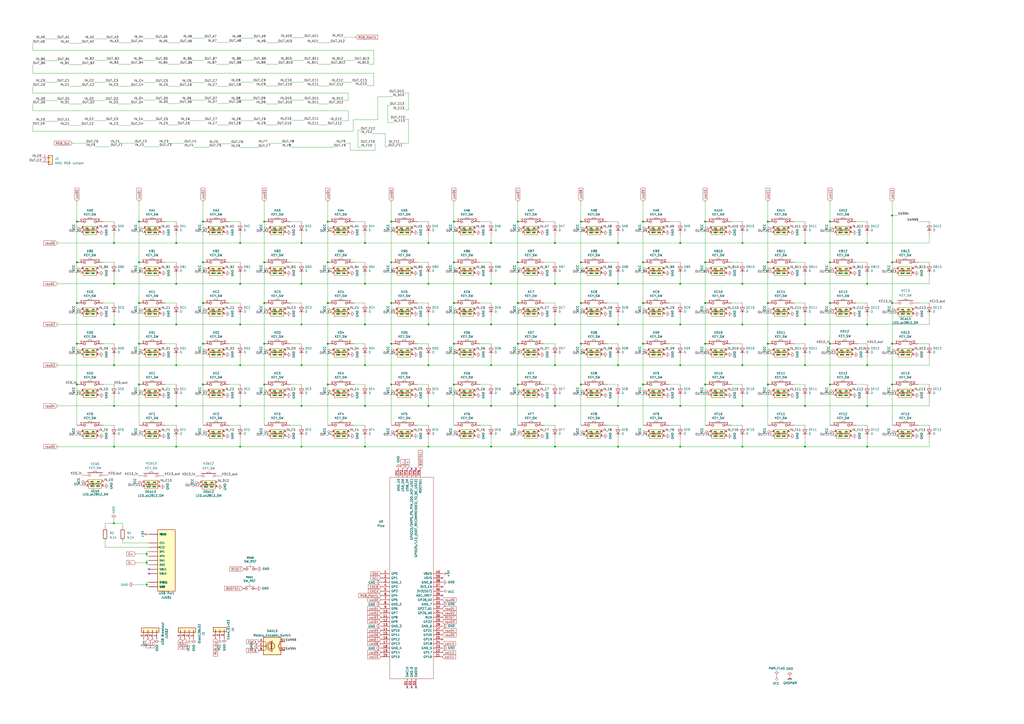
<source format=kicad_sch>
(kicad_sch (version 20230121) (generator eeschema)
  (paper "A2")
  (lib_symbols
    (symbol "Keyboard:Conn_01x02" (pin_names (offset 1.016) hide)
      (property "Reference" "J" (at 0 2.54 0))
      (property "Value" "Conn_01x02" (at 0 -5.08 0))
      (symbol "Conn_01x02_1_1"
        (pin passive line (at -5.08 0 0) (length 3.81) (name "Pin_1") (number "1"))
        (pin passive line (at -5.08 -2.54 0) (length 3.81) (name "Pin_2") (number "2"))
      )
    )
    (symbol "Keyboard:Conn_01x03" (pin_names (offset 1.016) hide)
      (property "Reference" "J" (at 0 5.08 0))
      (property "Value" "Conn_01x03" (at 0 -5.08 0))
      (symbol "Conn_01x03_1_1"
        (pin passive line (at -5.08 2.54 0) (length 3.81) (name "Pin_1") (number "1"))
        (pin passive line (at -5.08 0 0) (length 3.81) (name "Pin_2") (number "2"))
        (pin passive line (at -5.08 -2.54 0) (length 3.81) (name "Pin_3") (number "3"))
      )
    )
    (symbol "Keyboard:Conn_01x04" (pin_names (offset 1.016) hide)
      (property "Reference" "J" (at 0 5.08 0))
      (property "Value" "Conn_01x04" (at 0 -7.62 0))
      (symbol "Conn_01x04_1_1"
        (pin passive line (at -5.08 -5.08 0) (length 3.81) (name "Pin_1") (number "1"))
        (pin passive line (at -5.08 -2.54 0) (length 3.81) (name "Pin_2") (number "2"))
        (pin passive line (at -5.08 0 0) (length 3.81) (name "Pin_3") (number "3"))
        (pin passive line (at -5.08 2.54 0) (length 3.81) (name "Pin_4") (number "4"))
      )
    )
    (symbol "Keyboard:D" (pin_numbers hide) (pin_names (offset 1.016) hide)
      (property "Reference" "D" (at 0 -2.54 0))
      (property "Value" "D" (at 0 -2.54 0))
      (symbol "D_1_1"
        (pin passive line (at -3.81 0 0) (length 2.54) (name "K") (number "1"))
        (pin passive line (at 3.81 0 180) (length 2.54) (name "A") (number "2"))
      )
    )
    (symbol "Keyboard:GND" (power) (pin_names (offset 0))
      (property "Value" "GND" (at 0 -3.81 0))
      (symbol "GND_1_1"
        (pin power_in line (at 0 0 270) (length 0) hide (name "GND") (number "1"))
      )
    )
    (symbol "Keyboard:GND_FLAG" (power) (pin_names (offset 0))
      (property "Value" "GND_FLAG" (at 0 -3.302 0))
      (symbol "GND_FLAG_1_1"
        (pin power_in line (at 0 0 270) (length 0) hide (name "GNDPWR") (number "1"))
      )
    )
    (symbol "Keyboard:KEY_SW" (pin_numbers hide) (pin_names (offset 1.016) hide)
      (property "Reference" "K" (at -3.81 2.794 0))
      (property "Value" "KEY_SW" (at 0 -2.032 0))
      (symbol "KEY_SW_0_1"
        (pin passive inverted (at -7.62 0 0) (length 5.08) (name "1") (number "1"))
        (pin passive inverted (at 7.62 0 180) (length 5.08) (name "2") (number "2"))
      )
    )
    (symbol "Keyboard:KEY_SW_RGB" (pin_names (offset 1.016))
      (property "Reference" "KL" (at -3.81 2.794 0))
      (property "Value" "KEY_SW_RGB" (at -0.2032 -11.8364 0))
      (symbol "KEY_SW_RGB_0_1"
        (pin passive inverted (at -7.62 0 0) (length 5.08) (name "~") (number "1"))
        (pin passive inverted (at 7.62 0 180) (length 5.08) (name "~") (number "2"))
      )
      (symbol "KEY_SW_RGB_1_1"
        (text "SK6812mini" (at -0.0762 -4.953 0) (effects (font (size 0.7874 0.7874))))
        (pin power_in line (at -5.08 -3.81 0) (length 1.27) (name "VCC") (number "3"))
        (pin output line (at -5.08 -6.35 0) (length 1.27) (name "DOUT") (number "4"))
        (pin power_in line (at 5.08 -6.35 180) (length 1.27) (name "GND") (number "5"))
        (pin input line (at 5.08 -3.81 180) (length 1.27) (name "DIN") (number "6"))
      )
    )
    (symbol "Keyboard:LED_sk2812_SM" (pin_names (offset 1.016))
      (property "Reference" "D" (at 0 3.81 0))
      (property "Value" "LED_sk2812_SM" (at 0 -3.81 0))
      (symbol "LED_sk2812_SM_1_1"
        (text "SK6812mini" (at 0 0 0) (effects (font (size 0.7874 0.7874))))
        (pin power_in line (at -5.08 1.27 0) (length 1.27) (name "VCC") (number "1"))
        (pin output line (at -5.08 -1.27 0) (length 1.27) (name "DOUT") (number "2"))
        (pin power_in line (at 5.08 -1.27 180) (length 1.27) (name "GND") (number "3"))
        (pin input line (at 5.08 1.27 180) (length 1.27) (name "DIN") (number "4"))
      )
    )
    (symbol "Keyboard:PWR_FLAG" (power) (pin_numbers hide) (pin_names (offset 0) hide)
      (property "Value" "PWR_FLAG" (at 0 3.81 0))
      (symbol "PWR_FLAG_0_0"
        (pin power_out line (at 0 0 90) (length 0) (name "pwr") (number "1"))
      )
    )
    (symbol "Keyboard:Pi Pico" (pin_names (offset 0.762))
      (property "Reference" "J" (at 31.75 60.96 0))
      (property "Value" "Pi Pico" (at 31.75 58.42 0))
      (symbol "Pi Pico_0_0"
        (pin passive line (at 0 0 0) (length 5.08) (name "GP0") (number "1"))
        (pin passive line (at 0 -22.86 0) (length 5.08) (name "GP7") (number "10"))
        (pin passive line (at 0 -25.4 0) (length 5.08) (name "GP8") (number "11"))
        (pin passive line (at 0 -27.94 0) (length 5.08) (name "GP9") (number "12"))
        (pin passive line (at 0 -30.48 0) (length 5.08) (name "GND_3") (number "13"))
        (pin passive line (at 0 -33.02 0) (length 5.08) (name "GP10") (number "14"))
        (pin passive line (at 0 -35.56 0) (length 5.08) (name "GP11") (number "15"))
        (pin passive line (at 0 -38.1 0) (length 5.08) (name "GP12") (number "16"))
        (pin passive line (at 0 -40.64 0) (length 5.08) (name "GP13") (number "17"))
        (pin passive line (at 0 -43.18 0) (length 5.08) (name "GND_4") (number "18"))
        (pin passive line (at 0 -45.72 0) (length 5.08) (name "GP14") (number "19"))
        (pin passive line (at 0 -2.54 0) (length 5.08) (name "GP1") (number "2"))
        (pin passive line (at 0 -48.26 0) (length 5.08) (name "GP15") (number "20"))
        (pin passive line (at 35.56 -48.26 180) (length 5.08) (name "GP16") (number "21"))
        (pin passive line (at 35.56 -45.72 180) (length 5.08) (name "GP17") (number "22"))
        (pin passive line (at 35.56 -43.18 180) (length 5.08) (name "GND_5") (number "23"))
        (pin passive line (at 35.56 -40.64 180) (length 5.08) (name "GP18") (number "24"))
        (pin passive line (at 35.56 -38.1 180) (length 5.08) (name "GP19") (number "25"))
        (pin passive line (at 35.56 -35.56 180) (length 5.08) (name "GP20") (number "26"))
        (pin passive line (at 35.56 -33.02 180) (length 5.08) (name "GP21") (number "27"))
        (pin passive line (at 35.56 -30.48 180) (length 5.08) (name "GND_6") (number "28"))
        (pin passive line (at 35.56 -27.94 180) (length 5.08) (name "GP22") (number "29"))
        (pin passive line (at 0 -5.08 0) (length 5.08) (name "GND_1") (number "3"))
        (pin passive line (at 35.56 -25.4 180) (length 5.08) (name "RUN") (number "30"))
        (pin passive line (at 35.56 -22.86 180) (length 5.08) (name "GP26_A0") (number "31"))
        (pin passive line (at 35.56 -20.32 180) (length 5.08) (name "GP27_A1") (number "32"))
        (pin passive line (at 35.56 -17.78 180) (length 5.08) (name "GND_7") (number "33"))
        (pin passive line (at 35.56 -15.24 180) (length 5.08) (name "GP28_A2") (number "34"))
        (pin passive line (at 35.56 -12.7 180) (length 5.08) (name "ADC_VREF") (number "35"))
        (pin passive line (at 35.56 -10.16 180) (length 5.08) (name "3V3(OUT)") (number "36"))
        (pin passive line (at 35.56 -7.62 180) (length 5.08) (name "3V3_EN") (number "37"))
        (pin passive line (at 35.56 -5.08 180) (length 5.08) (name "GND_8") (number "38"))
        (pin passive line (at 35.56 -2.54 180) (length 5.08) (name "VSYS") (number "39"))
        (pin passive line (at 0 -7.62 0) (length 5.08) (name "GP2") (number "4"))
        (pin passive line (at 35.56 0 180) (length 5.08) (name "VBUS") (number "40"))
        (pin passive line (at 0 -10.16 0) (length 5.08) (name "GP3") (number "5"))
        (pin passive line (at 0 -12.7 0) (length 5.08) (name "GP4") (number "6"))
        (pin passive line (at 0 -15.24 0) (length 5.08) (name "GP5") (number "7"))
        (pin passive line (at 0 -17.78 0) (length 5.08) (name "GND_2") (number "8"))
        (pin passive line (at 0 -20.32 0) (length 5.08) (name "GP6") (number "9"))
        (pin passive line (at 15.24 -66.04 90) (length 5.08) (name "SWCLK") (number "D1"))
        (pin passive line (at 17.78 -66.04 90) (length 5.08) (name "GND_9") (number "D2"))
        (pin passive line (at 20.32 -66.04 90) (length 5.08) (name "SWDIO") (number "D3"))
        (pin passive line (at 10.16 60.96 270) (length 5.08) (name "GND_10") (number "TP1"))
        (pin passive line (at 12.7 60.96 270) (length 5.08) (name "USB_DM") (number "TP2"))
        (pin passive line (at 15.24 60.96 270) (length 5.08) (name "USB_DP") (number "TP3"))
        (pin passive line (at 17.78 60.96 270) (length 5.08) (name "GPIO23/SMPS_PS_PIN_(DO_NOT_USE)") (number "TP4"))
        (pin passive line (at 20.32 60.96 270) (length 5.08) (name "GPIO25/LED_(NOT_RECOMMENDED_TO_BE_USED)") (number "TP5"))
        (pin passive line (at 22.86 60.96 270) (length 5.08) (name "BOOTSEL") (number "TP6"))
      )
    )
    (symbol "Keyboard:R" (pin_numbers hide) (pin_names (offset 0))
      (property "Reference" "R" (at 2.032 0 90))
      (property "Value" "R" (at 0 0 90))
      (symbol "R_1_1"
        (pin passive line (at 0 3.81 270) (length 1.27) (name "~") (number "1"))
        (pin passive line (at 0 -3.81 90) (length 1.27) (name "~") (number "2"))
      )
    )
    (symbol "Keyboard:Rotary_Encoder_Switch" (pin_names (offset 0.254) hide)
      (property "Reference" "SW" (at 0 6.604 0))
      (property "Value" "Rotary_Encoder_Switch" (at 0 -6.604 0))
      (symbol "Rotary_Encoder_Switch_1_1"
        (pin passive line (at -7.62 2.54 0) (length 2.54) (name "A") (number "A"))
        (pin passive line (at -7.62 -2.54 0) (length 2.54) (name "B") (number "B"))
        (pin passive line (at -7.62 0 0) (length 2.54) (name "C") (number "C"))
        (pin passive line (at 7.62 2.54 180) (length 2.54) (name "S1") (number "S1"))
        (pin passive line (at 7.62 -2.54 180) (length 2.54) (name "S2") (number "S2"))
      )
    )
    (symbol "Keyboard:SW_RST" (pin_numbers hide) (pin_names (offset 1.016) hide)
      (property "Reference" "RSW" (at 2.54 2.54 0))
      (property "Value" "SW_RST" (at 0 -2.54 0))
      (symbol "SW_RST_0_1"
        (pin passive inverted (at -3.81 0 0) (length 2.54) (name "1") (number "1"))
        (pin passive inverted (at 3.81 0 180) (length 2.54) (name "2") (number "2"))
      )
    )
    (symbol "Keyboard:USB4085-GF-A_REVA4" (pin_numbers hide) (pin_names (offset 1.016))
      (property "Reference" "J" (at -5.1054 18.3134 0))
      (property "Value" "USB4085-GF-A_REVA4" (at -5.1054 -20.3708 0))
      (symbol "USB4085-GF-A_REVA4_0_0"
        (pin passive line (at -10.16 -15.24 0) (length 5.08) (name "GND") (number "A1"))
        (pin passive line (at -10.16 -15.24 0) (length 5.08) (name "GND") (number "A12"))
        (pin power_in line (at -10.16 15.24 0) (length 5.08) (name "VBUS") (number "A4"))
        (pin bidirectional line (at -10.16 10.16 0) (length 5.08) (name "CC1") (number "A5"))
        (pin bidirectional line (at -10.16 5.08 0) (length 5.08) (name "DP1") (number "A6"))
        (pin bidirectional line (at -10.16 0 0) (length 5.08) (name "DN1") (number "A7"))
        (pin bidirectional line (at -10.16 -5.08 0) (length 5.08) (name "SBU1") (number "A8"))
        (pin power_in line (at -10.16 15.24 0) (length 5.08) (name "VBUS") (number "A9"))
        (pin passive line (at -10.16 -15.24 0) (length 5.08) (name "GND") (number "B1"))
        (pin passive line (at -10.16 -15.24 0) (length 5.08) (name "GND") (number "B12"))
        (pin power_in line (at -10.16 15.24 0) (length 5.08) (name "VBUS") (number "B4"))
        (pin bidirectional clock (at -10.16 7.62 0) (length 5.08) (name "CC2") (number "B5"))
        (pin bidirectional line (at -10.16 2.54 0) (length 5.08) (name "DP2") (number "B6"))
        (pin bidirectional line (at -10.16 -2.54 0) (length 5.08) (name "DN2") (number "B7"))
        (pin bidirectional line (at -10.16 -7.62 0) (length 5.08) (name "SBU2") (number "B8"))
        (pin power_in line (at -10.16 15.24 0) (length 5.08) (name "VBUS") (number "B9"))
        (pin passive line (at -10.16 -12.7 0) (length 5.08) (name "SHELL") (number "P1"))
        (pin passive line (at -10.16 -12.7 0) (length 5.08) (name "SHELL") (number "P2"))
        (pin passive line (at -10.16 -12.7 0) (length 5.08) (name "SHELL") (number "P3"))
        (pin passive line (at -10.16 -12.7 0) (length 5.08) (name "SHELL") (number "P4"))
      )
    )
    (symbol "Keyboard:VCC" (power) (pin_names (offset 0))
      (property "Value" "VCC" (at 0 3.81 0))
      (symbol "VCC_1_1"
        (pin power_in line (at 0 0 90) (length 0) hide (name "VCC") (number "1"))
      )
    )
    (symbol "power:+5V" (power) (pin_names (offset 0))
      (property "Value" "+5V" (at 0 3.556 0))
      (symbol "+5V_1_1"
        (pin power_in line (at 0 0 90) (length 0) hide (name "+5V") (number "1"))
      )
    )
  )
  (junction (at 211.709 140.97))
  (junction (at 190.119 152.146))
  (junction (at 503.047 188.214))
  (junction (at 517.525 175.768))
  (junction (at 284.861 211.836))
  (junction (at 85.09 339.09))
  (junction (at 44.577 223.012))
  (junction (at 174.879 259.08))
  (junction (at 430.657 259.08))
  (junction (at 409.067 223.012))
  (junction (at 372.999 223.012))
  (junction (at 174.879 164.592))
  (junction (at 102.235 235.458))
  (junction (at 466.979 235.458))
  (junction (at 44.577 128.524))
  (junction (at 394.589 164.592))
  (junction (at 372.999 175.768))
  (junction (at 211.709 259.08))
  (junction (at 336.931 223.012))
  (junction (at 430.657 140.97))
  (junction (at 503.047 140.97))
  (junction (at 300.355 128.524))
  (junction (at 85.09 326.39))
  (junction (at 372.999 199.39))
  (junction (at 358.521 164.592))
  (junction (at 139.319 211.836))
  (junction (at 321.945 188.214))
  (junction (at 263.271 199.39))
  (junction (at 190.119 223.012))
  (junction (at 190.119 128.524))
  (junction (at 226.949 223.012))
  (junction (at 117.729 199.39))
  (junction (at 358.521 188.214))
  (junction (at 248.539 164.592))
  (junction (at 300.355 199.39))
  (junction (at 409.067 128.524))
  (junction (at 66.167 164.592))
  (junction (at 284.861 140.97))
  (junction (at 226.949 128.524))
  (junction (at 445.389 199.39))
  (junction (at 517.525 223.012))
  (junction (at 263.271 223.012))
  (junction (at 430.657 211.836))
  (junction (at 80.645 175.768))
  (junction (at 481.457 152.146))
  (junction (at 80.645 223.012))
  (junction (at 503.047 164.592))
  (junction (at 336.931 199.39))
  (junction (at 358.521 235.458))
  (junction (at 153.289 199.39))
  (junction (at 248.539 259.08))
  (junction (at 80.645 128.524))
  (junction (at 481.457 175.768))
  (junction (at 44.577 175.768))
  (junction (at 226.949 175.768))
  (junction (at 517.525 152.146))
  (junction (at 409.067 152.146))
  (junction (at 263.271 152.146))
  (junction (at 117.729 223.012))
  (junction (at 248.539 188.214))
  (junction (at 445.389 223.012))
  (junction (at 190.119 199.39))
  (junction (at 284.861 188.214))
  (junction (at 80.645 152.146))
  (junction (at 139.319 235.458))
  (junction (at 117.729 152.146))
  (junction (at 445.389 128.524))
  (junction (at 211.709 188.214))
  (junction (at 85.09 321.31))
  (junction (at 80.645 199.39))
  (junction (at 44.577 152.146))
  (junction (at 248.539 235.458))
  (junction (at 409.067 175.768))
  (junction (at 174.879 188.214))
  (junction (at 394.589 140.97))
  (junction (at 284.861 259.08))
  (junction (at 481.457 199.39))
  (junction (at 66.167 259.08))
  (junction (at 102.235 164.592))
  (junction (at 466.979 188.214))
  (junction (at 321.945 164.592))
  (junction (at 153.289 223.012))
  (junction (at 321.945 235.458))
  (junction (at 211.709 211.836))
  (junction (at 139.319 259.08))
  (junction (at 372.999 128.524))
  (junction (at 174.879 235.458))
  (junction (at 336.931 128.524))
  (junction (at 466.979 140.97))
  (junction (at 174.879 140.97))
  (junction (at 336.931 152.146))
  (junction (at 321.945 259.08))
  (junction (at 358.521 211.836))
  (junction (at 503.047 235.458))
  (junction (at 190.119 175.768))
  (junction (at 153.289 128.524))
  (junction (at 445.389 175.768))
  (junction (at 153.289 152.146))
  (junction (at 66.167 188.214))
  (junction (at 263.271 128.524))
  (junction (at 153.289 175.768))
  (junction (at 102.235 188.214))
  (junction (at 466.979 164.592))
  (junction (at 517.525 124.968))
  (junction (at 503.047 259.08))
  (junction (at 300.355 223.012))
  (junction (at 117.729 128.524))
  (junction (at 284.861 235.458))
  (junction (at 445.389 152.146))
  (junction (at 66.167 235.458))
  (junction (at 321.945 211.836))
  (junction (at 394.589 235.458))
  (junction (at 211.709 235.458))
  (junction (at 481.457 128.524))
  (junction (at 503.047 211.836))
  (junction (at 394.589 259.08))
  (junction (at 102.235 211.836))
  (junction (at 174.879 211.836))
  (junction (at 466.979 259.08))
  (junction (at 321.945 140.97))
  (junction (at 466.979 211.836))
  (junction (at 263.271 175.768))
  (junction (at 358.521 259.08))
  (junction (at 226.949 152.146))
  (junction (at 226.949 199.39))
  (junction (at 248.539 211.836))
  (junction (at 300.355 152.146))
  (junction (at 248.539 140.97))
  (junction (at 284.861 164.592))
  (junction (at 139.319 164.592))
  (junction (at 430.657 188.214))
  (junction (at 102.235 259.08))
  (junction (at 66.04 303.53))
  (junction (at 394.589 188.214))
  (junction (at 481.457 223.012))
  (junction (at 66.167 140.97))
  (junction (at 336.931 175.768))
  (junction (at 358.521 140.97))
  (junction (at 300.355 175.768))
  (junction (at 394.589 211.836))
  (junction (at 211.709 164.592))
  (junction (at 372.999 152.146))
  (junction (at 517.525 199.39))
  (junction (at 430.657 164.592))
  (junction (at 44.577 199.39))
  (junction (at 430.657 235.458))
  (junction (at 139.319 188.214))
  (junction (at 117.729 175.768))
  (junction (at 409.067 199.39))
  (junction (at 139.319 140.97))
  (junction (at 66.167 211.836))
  (junction (at 102.235 140.97))
  (no_connect (at 256.54 335.28))
  (no_connect (at 241.3 271.78))
  (no_connect (at 238.76 398.78))
  (no_connect (at 241.3 398.78))
  (no_connect (at 236.22 398.78))
  (no_connect (at 256.54 340.36))
  (no_connect (at 256.54 370.84))
  (no_connect (at 238.76 271.78))
  (no_connect (at 86.36 332.74))
  (no_connect (at 256.54 345.44))
  (no_connect (at 86.36 330.2))
  (wire (pts (xy 300.355 175.768) (xy 300.355 199.39)))
  (wire (pts (xy 217.551 87.122) (xy 217.551 83.185)))
  (wire (pts (xy 66.167 136.144) (xy 66.167 140.97)))
  (wire (pts (xy 102.235 230.632) (xy 102.235 235.458)))
  (wire (pts (xy 26.289 58.293) (xy 33.274 58.293)))
  (wire (pts (xy 83.566 85.09) (xy 92.456 85.09)))
  (wire (pts (xy 54.483 47.752) (xy 61.341 47.752)))
  (wire (pts (xy 153.289 116.84) (xy 153.289 128.524)))
  (wire (pts (xy 466.979 183.388) (xy 466.979 188.214)))
  (wire (pts (xy 33.274 22.606) (xy 26.162 22.606)))
  (wire (pts (xy 190.119 116.84) (xy 190.119 128.524)))
  (wire (pts (xy 226.949 116.84) (xy 226.949 128.524)))
  (wire (pts (xy 204.851 69.469) (xy 219.202 69.469)))
  (wire (pts (xy 226.187 61.214) (xy 224.917 61.214)))
  (wire (pts (xy 139.319 188.214) (xy 174.879 188.214)))
  (wire (pts (xy 203.073 87.122) (xy 217.551 87.122)))
  (wire (pts (xy 503.047 136.144) (xy 503.047 140.97)))
  (wire (pts (xy 394.589 230.632) (xy 394.589 235.458)))
  (wire (pts (xy 409.067 199.39) (xy 409.067 223.012)))
  (wire (pts (xy 517.525 152.146) (xy 517.525 175.768)))
  (wire (pts (xy 481.457 199.39) (xy 481.457 223.012)))
  (wire (pts (xy 236.982 69.088) (xy 236.982 83.185)))
  (wire (pts (xy 190.119 223.012) (xy 190.119 246.634)))
  (wire (pts (xy 226.949 199.39) (xy 226.949 223.012)))
  (wire (pts (xy 226.949 128.524) (xy 226.949 152.146)))
  (wire (pts (xy 85.09 326.39) (xy 85.09 327.66)))
  (wire (pts (xy 168.529 246.634) (xy 174.879 246.634)))
  (wire (pts (xy 44.577 199.39) (xy 44.577 223.012)))
  (wire (pts (xy 300.355 152.146) (xy 300.355 175.768)))
  (wire (pts (xy 242.189 175.768) (xy 248.539 175.768)))
  (wire (pts (xy 110.236 70.104) (xy 118.872 70.104)))
  (wire (pts (xy 125.984 72.517) (xy 132.588 72.517)))
  (wire (pts (xy 77.47 339.09) (xy 85.09 339.09)))
  (wire (pts (xy 394.589 164.592) (xy 358.521 164.592)))
  (wire (pts (xy 216.789 42.418) (xy 216.789 49.657)))
  (wire (pts (xy 111.125 58.039) (xy 118.745 58.039)))
  (wire (pts (xy 153.289 175.768) (xy 153.289 199.39)))
  (wire (pts (xy 225.298 85.217) (xy 223.52 85.217)))
  (wire (pts (xy 153.289 223.012) (xy 153.289 246.634)))
  (wire (pts (xy 284.861 259.08) (xy 248.539 259.08)))
  (wire (pts (xy 41.91 83.058) (xy 50.038 83.058)))
  (wire (pts (xy 503.047 235.458) (xy 539.115 235.458)))
  (wire (pts (xy 263.271 223.012) (xy 263.271 246.634)))
  (wire (pts (xy 184.912 72.517) (xy 189.992 72.517)))
  (wire (pts (xy 85.09 321.31) (xy 85.09 322.58)))
  (wire (pts (xy 117.729 116.84) (xy 117.729 128.524)))
  (wire (pts (xy 248.539 164.592) (xy 211.709 164.592)))
  (wire (pts (xy 139.319 259.08) (xy 102.235 259.08)))
  (wire (pts (xy 358.521 136.144) (xy 358.521 140.97)))
  (wire (pts (xy 315.595 246.634) (xy 321.945 246.634)))
  (wire (pts (xy 117.729 152.146) (xy 117.729 175.768)))
  (wire (pts (xy 66.167 159.766) (xy 66.167 164.592)))
  (wire (pts (xy 207.645 85.344) (xy 209.296 85.344)))
  (wire (pts (xy 85.09 320.04) (xy 86.36 320.04)))
  (wire (pts (xy 248.539 259.08) (xy 211.709 259.08)))
  (wire (pts (xy 83.185 47.879) (xy 90.297 47.879)))
  (wire (pts (xy 372.999 128.524) (xy 372.999 152.146)))
  (wire (pts (xy 184.912 60.325) (xy 190.754 60.325)))
  (wire (pts (xy 300.355 223.012) (xy 300.355 246.634)))
  (wire (pts (xy 466.979 235.458) (xy 503.047 235.458)))
  (wire (pts (xy 242.189 246.634) (xy 248.539 246.634)))
  (wire (pts (xy 68.58 72.771) (xy 75.946 72.771)))
  (wire (pts (xy 321.945 136.144) (xy 321.945 140.97)))
  (wire (pts (xy 139.319 140.97) (xy 174.879 140.97)))
  (wire (pts (xy 139.827 35.052) (xy 147.066 35.052)))
  (wire (pts (xy 242.189 152.146) (xy 248.539 152.146)))
  (wire (pts (xy 211.709 211.836) (xy 174.879 211.836)))
  (wire (pts (xy 19.05 42.418) (xy 216.789 42.418)))
  (wire (pts (xy 424.307 199.39) (xy 430.657 199.39)))
  (wire (pts (xy 336.931 128.524) (xy 336.931 152.146)))
  (wire (pts (xy 102.235 235.458) (xy 139.319 235.458)))
  (wire (pts (xy 532.765 223.012) (xy 539.115 223.012)))
  (wire (pts (xy 19.05 25.146) (xy 19.05 29.083)))
  (wire (pts (xy 352.171 199.39) (xy 358.521 199.39)))
  (wire (pts (xy 117.729 199.39) (xy 117.729 223.012)))
  (wire (pts (xy 321.945 259.08) (xy 284.861 259.08)))
  (wire (pts (xy 263.271 116.84) (xy 263.271 128.524)))
  (wire (pts (xy 66.167 235.458) (xy 102.235 235.458)))
  (wire (pts (xy 242.189 128.524) (xy 248.539 128.524)))
  (wire (pts (xy 321.945 211.836) (xy 284.861 211.836)))
  (wire (pts (xy 80.645 199.39) (xy 80.645 223.012)))
  (wire (pts (xy 203.073 83.058) (xy 203.073 87.122)))
  (wire (pts (xy 284.861 207.01) (xy 284.861 211.836)))
  (wire (pts (xy 153.289 199.39) (xy 153.289 223.012)))
  (wire (pts (xy 139.7 70.104) (xy 147.066 70.104)))
  (wire (pts (xy 102.235 183.388) (xy 102.235 188.214)))
  (wire (pts (xy 236.982 83.185) (xy 231.902 83.185)))
  (wire (pts (xy 358.521 211.836) (xy 321.945 211.836)))
  (wire (pts (xy 226.949 223.012) (xy 226.949 246.634)))
  (wire (pts (xy 248.539 140.97) (xy 284.861 140.97)))
  (wire (pts (xy 199.009 47.625) (xy 204.343 47.625)))
  (wire (pts (xy 139.319 230.632) (xy 139.319 235.458)))
  (wire (pts (xy 174.879 254.254) (xy 174.879 259.08)))
  (wire (pts (xy 532.765 128.524) (xy 539.115 128.524)))
  (wire (pts (xy 481.457 199.39) (xy 482.346 199.39)))
  (wire (pts (xy 460.629 128.524) (xy 466.979 128.524)))
  (wire (pts (xy 517.525 175.768) (xy 517.525 199.39)))
  (wire (pts (xy 372.999 175.768) (xy 372.999 199.39)))
  (wire (pts (xy 211.709 207.01) (xy 211.709 211.836)))
  (wire (pts (xy 139.319 159.766) (xy 139.319 164.592)))
  (wire (pts (xy 460.629 199.39) (xy 466.979 199.39)))
  (wire (pts (xy 80.645 223.012) (xy 80.645 246.634)))
  (wire (pts (xy 532.765 199.39) (xy 539.115 199.39)))
  (wire (pts (xy 154.178 37.338) (xy 161.417 37.338)))
  (wire (pts (xy 139.319 207.01) (xy 139.319 211.836)))
  (wire (pts (xy 234.315 53.975) (xy 236.982 53.975)))
  (wire (pts (xy 26.289 35.306) (xy 33.274 35.306)))
  (wire (pts (xy 430.657 207.01) (xy 430.657 211.836)))
  (wire (pts (xy 211.709 254.254) (xy 211.709 259.08)))
  (wire (pts (xy 234.823 69.088) (xy 236.982 69.088)))
  (wire (pts (xy 496.697 223.012) (xy 503.047 223.012)))
  (wire (pts (xy 85.09 325.12) (xy 86.36 325.12)))
  (wire (pts (xy 132.969 128.524) (xy 139.319 128.524)))
  (wire (pts (xy 517.525 175.768) (xy 517.652 175.768)))
  (wire (pts (xy 394.589 259.08) (xy 358.521 259.08)))
  (wire (pts (xy 284.861 140.97) (xy 321.945 140.97)))
  (wire (pts (xy 520.827 124.968) (xy 517.525 124.968)))
  (wire (pts (xy 139.319 211.836) (xy 102.235 211.836)))
  (wire (pts (xy 503.047 211.836) (xy 539.115 211.836)))
  (wire (pts (xy 388.239 152.146) (xy 394.589 152.146)))
  (wire (pts (xy 216.789 37.338) (xy 213.995 37.338)))
  (wire (pts (xy 248.539 188.214) (xy 284.861 188.214)))
  (wire (pts (xy 300.355 128.524) (xy 300.355 152.146)))
  (wire (pts (xy 18.923 76.073) (xy 204.851 76.073)))
  (wire (pts (xy 358.521 259.08) (xy 321.945 259.08)))
  (wire (pts (xy 466.979 230.632) (xy 466.979 235.458)))
  (wire (pts (xy 430.657 188.214) (xy 466.979 188.214)))
  (wire (pts (xy 168.529 128.524) (xy 174.879 128.524)))
  (wire (pts (xy 284.861 159.766) (xy 284.861 164.592)))
  (wire (pts (xy 85.09 326.39) (xy 85.09 325.12)))
  (wire (pts (xy 358.521 140.97) (xy 394.589 140.97)))
  (wire (pts (xy 284.861 230.632) (xy 284.861 235.458)))
  (wire (pts (xy 226.949 175.768) (xy 226.949 199.39)))
  (wire (pts (xy 200.406 83.058) (xy 203.073 83.058)))
  (wire (pts (xy 242.189 223.012) (xy 248.539 223.012)))
  (wire (pts (xy 394.589 188.214) (xy 430.657 188.214)))
  (wire (pts (xy 174.879 140.97) (xy 211.709 140.97)))
  (wire (pts (xy 409.067 175.768) (xy 409.067 199.39)))
  (wire (pts (xy 300.355 199.39) (xy 300.355 223.012)))
  (wire (pts (xy 190.119 128.524) (xy 190.119 152.146)))
  (wire (pts (xy 59.817 246.634) (xy 66.167 246.634)))
  (wire (pts (xy 409.067 128.524) (xy 409.067 152.146)))
  (wire (pts (xy 539.115 230.632) (xy 539.115 235.458)))
  (wire (pts (xy 19.05 53.975) (xy 19.05 50.165)))
  (wire (pts (xy 66.167 254.254) (xy 66.167 259.08)))
  (wire (pts (xy 430.657 211.836) (xy 394.589 211.836)))
  (wire (pts (xy 336.931 223.012) (xy 336.931 246.634)))
  (wire (pts (xy 248.539 235.458) (xy 284.861 235.458)))
  (wire (pts (xy 517.525 199.39) (xy 517.525 223.012)))
  (wire (pts (xy 54.61 35.052) (xy 61.849 35.052)))
  (wire (pts (xy 248.539 207.01) (xy 248.539 211.836)))
  (wire (pts (xy 503.047 259.08) (xy 539.115 259.08)))
  (wire (pts (xy 102.235 136.144) (xy 102.235 140.97)))
  (wire (pts (xy 168.91 85.344) (xy 193.548 85.344)))
  (wire (pts (xy 95.885 175.768) (xy 102.235 175.768)))
  (wire (pts (xy 503.047 230.632) (xy 503.047 235.458)))
  (wire (pts (xy 211.709 140.97) (xy 248.539 140.97)))
  (wire (pts (xy 336.931 199.39) (xy 336.931 223.012)))
  (wire (pts (xy 226.949 152.146) (xy 226.949 175.768)))
  (wire (pts (xy 315.595 152.146) (xy 321.945 152.146)))
  (wire (pts (xy 97.79 83.058) (xy 106.934 83.058)))
  (wire (pts (xy 352.171 175.768) (xy 358.521 175.768)))
  (wire (pts (xy 223.52 85.217) (xy 223.52 77.597)))
  (wire (pts (xy 372.999 116.84) (xy 372.999 128.524)))
  (wire (pts (xy 174.879 159.766) (xy 174.879 164.592)))
  (wire (pts (xy 78.74 321.31) (xy 85.09 321.31)))
  (wire (pts (xy 430.657 254.254) (xy 430.657 259.08)))
  (wire (pts (xy 19.05 60.325) (xy 19.05 64.262)))
  (wire (pts (xy 132.969 152.146) (xy 139.319 152.146)))
  (wire (pts (xy 445.389 116.84) (xy 445.389 128.524)))
  (wire (pts (xy 278.511 128.524) (xy 284.861 128.524)))
  (wire (pts (xy 184.658 37.338) (xy 191.897 37.338)))
  (wire (pts (xy 204.851 69.469) (xy 204.851 76.073)))
  (wire (pts (xy 481.457 223.012) (xy 481.457 246.634)))
  (wire (pts (xy 372.999 152.146) (xy 372.999 175.768)))
  (wire (pts (xy 154.178 72.517) (xy 160.782 72.517)))
  (wire (pts (xy 372.999 199.39) (xy 372.999 223.012)))
  (wire (pts (xy 191.77 24.892) (xy 184.658 24.892)))
  (wire (pts (xy 68.58 50.165) (xy 75.946 50.165)))
  (wire (pts (xy 168.529 199.39) (xy 174.879 199.39)))
  (wire (pts (xy 496.697 246.634) (xy 503.047 246.634)))
  (wire (pts (xy 176.53 21.844) (xy 169.418 21.844)))
  (wire (pts (xy 315.595 223.012) (xy 321.945 223.012)))
  (wire (pts (xy 102.235 254.254) (xy 102.235 259.08)))
  (wire (pts (xy 394.589 136.144) (xy 394.589 140.97)))
  (wire (pts (xy 139.319 235.458) (xy 174.879 235.458)))
  (wire (pts (xy 388.239 246.634) (xy 394.589 246.634)))
  (wire (pts (xy 54.483 58.293) (xy 61.341 58.293)))
  (wire (pts (xy 66.167 207.01) (xy 66.167 211.836)))
  (wire (pts (xy 321.945 159.766) (xy 321.945 164.592)))
  (wire (pts (xy 66.167 188.214) (xy 102.235 188.214)))
  (wire (pts (xy 496.697 152.146) (xy 503.047 152.146)))
  (wire (pts (xy 71.12 303.53) (xy 66.04 303.53)))
  (wire (pts (xy 95.885 152.146) (xy 102.235 152.146)))
  (wire (pts (xy 139.573 47.625) (xy 146.939 47.625)))
  (wire (pts (xy 95.885 246.634) (xy 102.235 246.634)))
  (wire (pts (xy 66.167 230.632) (xy 66.167 235.458)))
  (wire (pts (xy 55.372 85.09) (xy 64.135 85.09)))
  (wire (pts (xy 40.386 60.325) (xy 47.625 60.325)))
  (wire (pts (xy 503.047 164.592) (xy 539.115 164.592)))
  (wire (pts (xy 211.709 230.632) (xy 211.709 235.458)))
  (wire (pts (xy 539.115 136.144) (xy 539.115 140.97)))
  (wire (pts (xy 216.789 49.657) (xy 212.852 49.657)))
  (wire (pts (xy 205.359 246.634) (xy 211.709 246.634)))
  (wire (pts (xy 466.979 136.144) (xy 466.979 140.97)))
  (wire (pts (xy 26.289 47.752) (xy 33.147 47.752)))
  (wire (pts (xy 60.96 313.69) (xy 60.96 317.5)))
  (wire (pts (xy 460.629 175.768) (xy 466.979 175.768)))
  (wire (pts (xy 263.271 128.524) (xy 263.271 152.146)))
  (wire (pts (xy 496.697 128.524) (xy 503.047 128.524)))
  (wire (pts (xy 202.057 70.104) (xy 198.247 70.104)))
  (wire (pts (xy 321.945 235.458) (xy 358.521 235.458)))
  (wire (pts (xy 460.629 246.634) (xy 466.979 246.634)))
  (wire (pts (xy 358.521 207.01) (xy 358.521 211.836)))
  (wire (pts (xy 211.709 164.592) (xy 174.879 164.592)))
  (wire (pts (xy 83.058 70.104) (xy 90.424 70.104)))
  (wire (pts (xy 315.595 175.768) (xy 321.945 175.768)))
  (wire (pts (xy 205.359 128.524) (xy 211.709 128.524)))
  (wire (pts (xy 90.17 22.352) (xy 83.058 22.352)))
  (wire (pts (xy 139.319 183.388) (xy 139.319 188.214)))
  (wire (pts (xy 284.861 254.254) (xy 284.861 259.08)))
  (wire (pts (xy 466.979 159.766) (xy 466.979 164.592)))
  (wire (pts (xy 248.539 254.254) (xy 248.539 259.08)))
  (wire (pts (xy 102.235 207.01) (xy 102.235 211.836)))
  (wire (pts (xy 71.12 314.96) (xy 86.36 314.96)))
  (wire (pts (xy 539.115 254.254) (xy 539.115 259.08)))
  (wire (pts (xy 394.589 207.01) (xy 394.589 211.836)))
  (wire (pts (xy 466.979 259.08) (xy 503.047 259.08)))
  (wire (pts (xy 66.167 164.592) (xy 33.401 164.592)))
  (wire (pts (xy 430.657 183.388) (xy 430.657 188.214)))
  (wire (pts (xy 202.057 64.262) (xy 202.057 70.104)))
  (wire (pts (xy 61.722 22.606) (xy 54.61 22.606)))
  (wire (pts (xy 336.931 152.146) (xy 336.931 175.768)))
  (wire (pts (xy 358.521 159.766) (xy 358.521 164.592)))
  (wire (pts (xy 40.386 50.165) (xy 47.498 50.165)))
  (wire (pts (xy 40.386 72.771) (xy 47.244 72.771)))
  (wire (pts (xy 19.05 37.592) (xy 19.05 42.418)))
  (wire (pts (xy 236.982 53.975) (xy 236.982 63.754)))
  (wire (pts (xy 80.645 175.768) (xy 80.645 199.39)))
  (wire (pts (xy 248.539 211.836) (xy 211.709 211.836)))
  (wire (pts (xy 445.389 175.768) (xy 445.389 199.39)))
  (wire (pts (xy 205.359 175.768) (xy 211.709 175.768)))
  (wire (pts (xy 132.969 246.634) (xy 139.319 246.634)))
  (wire (pts (xy 66.167 140.97) (xy 102.235 140.97)))
  (wire (pts (xy 466.979 164.592) (xy 430.657 164.592)))
  (wire (pts (xy 321.945 183.388) (xy 321.945 188.214)))
  (wire (pts (xy 66.167 211.836) (xy 33.401 211.836)))
  (wire (pts (xy 66.167 140.97) (xy 33.401 140.97)))
  (wire (pts (xy 97.282 37.338) (xy 104.394 37.338)))
  (wire (pts (xy 539.115 207.01) (xy 539.115 211.836)))
  (wire (pts (xy 284.861 211.836) (xy 248.539 211.836)))
  (wire (pts (xy 71.12 313.69) (xy 71.12 314.96)))
  (wire (pts (xy 199.136 21.59) (xy 206.248 21.59)))
  (wire (pts (xy 44.577 128.524) (xy 44.577 152.146)))
  (wire (pts (xy 503.047 183.388) (xy 503.047 188.214)))
  (wire (pts (xy 118.618 22.098) (xy 111.506 22.098)))
  (wire (pts (xy 102.235 211.836) (xy 66.167 211.836)))
  (wire (pts (xy 223.52 77.597) (xy 215.9 77.597)))
  (wire (pts (xy 168.529 152.146) (xy 174.879 152.146)))
  (wire (pts (xy 284.861 235.458) (xy 321.945 235.458)))
  (wire (pts (xy 44.577 116.84) (xy 44.577 128.524)))
  (wire (pts (xy 445.389 152.146) (xy 445.389 175.768)))
  (wire (pts (xy 445.389 199.39) (xy 445.389 223.012)))
  (wire (pts (xy 97.536 72.517) (xy 103.124 72.517)))
  (wire (pts (xy 102.235 188.214) (xy 139.319 188.214)))
  (wire (pts (xy 352.171 246.634) (xy 358.521 246.634)))
  (wire (pts (xy 40.259 37.592) (xy 47.625 37.592)))
  (wire (pts (xy 445.389 223.012) (xy 445.389 246.634)))
  (wire (pts (xy 336.931 175.768) (xy 336.931 199.39)))
  (wire (pts (xy 85.09 327.66) (xy 86.36 327.66)))
  (wire (pts (xy 111.379 35.052) (xy 118.618 35.052)))
  (wire (pts (xy 430.657 159.766) (xy 430.657 164.592)))
  (wire (pts (xy 466.979 211.836) (xy 430.657 211.836)))
  (wire (pts (xy 248.539 183.388) (xy 248.539 188.214)))
  (wire (pts (xy 430.657 140.97) (xy 466.979 140.97)))
  (wire (pts (xy 358.521 230.632) (xy 358.521 235.458)))
  (wire (pts (xy 242.189 199.39) (xy 248.539 199.39)))
  (wire (pts (xy 219.202 56.134) (xy 219.202 69.469)))
  (wire (pts (xy 409.067 152.146) (xy 409.067 175.768)))
  (wire (pts (xy 95.885 199.39) (xy 102.235 199.39)))
  (wire (pts (xy 80.645 128.524) (xy 80.645 152.146)))
  (wire (pts (xy 409.067 116.84) (xy 409.067 128.524)))
  (wire (pts (xy 161.29 24.892) (xy 154.178 24.892)))
  (wire (pts (xy 207.645 75.565) (xy 207.645 85.344)))
  (wire (pts (xy 153.289 128.524) (xy 153.289 152.146)))
  (wire (pts (xy 104.394 24.892) (xy 97.282 24.892)))
  (wire (pts (xy 481.457 116.84) (xy 481.457 128.524)))
  (wire (pts (xy 66.04 303.53) (xy 66.04 300.99)))
  (wire (pts (xy 112.268 85.344) (xy 121.412 85.344)))
  (wire (pts (xy 71.12 306.07) (xy 71.12 303.53)))
  (wire (pts (xy 155.194 83.058) (xy 163.576 83.058)))
  (wire (pts (xy 139.573 58.039) (xy 146.812 58.039)))
  (wire (pts (xy 394.589 140.97) (xy 430.657 140.97)))
  (wire (pts (xy 59.817 152.146) (xy 66.167 152.146)))
  (wire (pts (xy 388.239 175.768) (xy 394.589 175.768)))
  (wire (pts (xy 95.885 128.524) (xy 102.235 128.524)))
  (wire (pts (xy 139.319 254.254) (xy 139.319 259.08)))
  (wire (pts (xy 82.931 35.052) (xy 90.17 35.052)))
  (wire (pts (xy 352.171 152.146) (xy 358.521 152.146)))
  (wire (pts (xy 503.047 159.766) (xy 503.047 164.592)))
  (wire (pts (xy 321.945 207.01) (xy 321.945 211.836)))
  (wire (pts (xy 424.307 175.768) (xy 430.657 175.768)))
  (wire (pts (xy 321.945 254.254) (xy 321.945 259.08)))
  (wire (pts (xy 284.861 164.592) (xy 248.539 164.592)))
  (wire (pts (xy 224.917 71.12) (xy 228.219 71.12)))
  (wire (pts (xy 517.525 116.967) (xy 517.525 124.968)))
  (wire (pts (xy 132.969 175.768) (xy 139.319 175.768)))
  (wire (pts (xy 481.457 152.146) (xy 481.457 175.768)))
  (wire (pts (xy 169.291 58.039) (xy 176.53 58.039)))
  (wire (pts (xy 59.817 175.768) (xy 66.167 175.768)))
  (wire (pts (xy 424.307 246.634) (xy 430.657 246.634)))
  (wire (pts (xy 460.629 152.146) (xy 466.979 152.146)))
  (wire (pts (xy 503.047 207.01) (xy 503.047 211.836)))
  (wire (pts (xy 97.536 50.165) (xy 104.14 50.165)))
  (wire (pts (xy 199.136 35.052) (xy 205.74 35.052)))
  (wire (pts (xy 68.834 37.338) (xy 75.946 37.338)))
  (wire (pts (xy 263.271 152.146) (xy 263.271 175.768)))
  (wire (pts (xy 117.729 223.012) (xy 117.729 246.634)))
  (wire (pts (xy 248.539 159.766) (xy 248.539 164.592)))
  (wire (pts (xy 321.945 164.592) (xy 284.861 164.592)))
  (wire (pts (xy 85.09 339.09) (xy 85.09 337.82)))
  (wire (pts (xy 60.96 317.5) (xy 86.36 317.5)))
  (wire (pts (xy 102.235 159.766) (xy 102.235 164.592)))
  (wire (pts (xy 321.945 140.97) (xy 358.521 140.97)))
  (wire (pts (xy 321.945 230.632) (xy 321.945 235.458)))
  (wire (pts (xy 66.167 188.214) (xy 33.401 188.214)))
  (wire (pts (xy 496.697 175.768) (xy 503.047 175.768)))
  (wire (pts (xy 466.979 188.214) (xy 503.047 188.214)))
  (wire (pts (xy 315.595 199.39) (xy 321.945 199.39)))
  (wire (pts (xy 66.167 259.08) (xy 33.401 259.08)))
  (wire (pts (xy 85.09 321.31) (xy 85.09 320.04)))
  (wire (pts (xy 190.119 175.768) (xy 190.119 199.39)))
  (wire (pts (xy 315.595 128.524) (xy 321.945 128.524)))
  (wire (pts (xy 394.589 159.766) (xy 394.589 164.592)))
  (wire (pts (xy 59.817 128.524) (xy 66.167 128.524)))
  (wire (pts (xy 132.969 223.012) (xy 139.319 223.012)))
  (wire (pts (xy 532.892 175.768) (xy 539.115 175.768)))
  (wire (pts (xy 424.307 152.146) (xy 430.657 152.146)))
  (wire (pts (xy 54.356 70.104) (xy 61.468 70.104)))
  (wire (pts (xy 174.879 136.144) (xy 174.879 140.97)))
  (wire (pts (xy 174.879 183.388) (xy 174.879 188.214)))
  (wire (pts (xy 78.74 326.39) (xy 85.09 326.39)))
  (wire (pts (xy 132.842 24.638) (xy 125.73 24.638)))
  (wire (pts (xy 174.879 235.458) (xy 211.709 235.458)))
  (wire (pts (xy 169.164 69.85) (xy 176.53 69.85)))
  (wire (pts (xy 358.521 188.214) (xy 394.589 188.214)))
  (wire (pts (xy 59.817 223.012) (xy 66.167 223.012)))
  (wire (pts (xy 211.709 259.08) (xy 174.879 259.08)))
  (wire (pts (xy 466.979 259.08) (xy 430.657 259.08)))
  (wire (pts (xy 102.235 259.08) (xy 66.167 259.08)))
  (wire (pts (xy 321.945 188.214) (xy 358.521 188.214)))
  (wire (pts (xy 66.167 183.388) (xy 66.167 188.214)))
  (wire (pts (xy 219.202 56.134) (xy 227.711 56.134)))
  (wire (pts (xy 248.539 230.632) (xy 248.539 235.458)))
  (wire (pts (xy 481.457 175.768) (xy 481.457 199.39)))
  (wire (pts (xy 460.629 223.012) (xy 466.979 223.012)))
  (wire (pts (xy 174.879 211.836) (xy 139.319 211.836)))
  (wire (pts (xy 394.589 183.388) (xy 394.589 188.214)))
  (wire (pts (xy 86.36 340.36) (xy 85.09 340.36)))
  (wire (pts (xy 211.709 136.144) (xy 211.709 140.97)))
  (wire (pts (xy 300.355 116.84) (xy 300.355 128.524)))
  (wire (pts (xy 202.057 53.975) (xy 19.05 53.975)))
  (wire (pts (xy 430.657 230.632) (xy 430.657 235.458)))
  (wire (pts (xy 284.861 136.144) (xy 284.861 140.97)))
  (wire (pts (xy 372.999 223.012) (xy 372.999 246.634)))
  (wire (pts (xy 102.235 164.592) (xy 66.167 164.592)))
  (wire (pts (xy 174.879 259.08) (xy 139.319 259.08)))
  (wire (pts (xy 278.511 175.768) (xy 284.861 175.768)))
  (wire (pts (xy 424.307 128.524) (xy 430.657 128.524)))
  (wire (pts (xy 278.511 152.146) (xy 284.861 152.146)))
  (wire (pts (xy 388.239 199.39) (xy 394.589 199.39)))
  (wire (pts (xy 424.307 223.012) (xy 430.657 223.012)))
  (wire (pts (xy 481.457 128.524) (xy 481.457 152.146)))
  (wire (pts (xy 503.047 254.254) (xy 503.047 259.08)))
  (wire (pts (xy 147.066 22.098) (xy 139.954 22.098)))
  (wire (pts (xy 202.057 58.166) (xy 202.057 53.975)))
  (wire (pts (xy 284.861 188.214) (xy 321.945 188.214)))
  (wire (pts (xy 60.96 303.53) (xy 66.04 303.53)))
  (wire (pts (xy 211.709 159.766) (xy 211.709 164.592)))
  (wire (pts (xy 153.289 152.146) (xy 153.289 175.768)))
  (wire (pts (xy 216.789 29.083) (xy 216.789 37.338)))
  (wire (pts (xy 59.817 199.39) (xy 66.167 199.39)))
  (wire (pts (xy 352.171 223.012) (xy 358.521 223.012)))
  (wire (pts (xy 80.645 152.146) (xy 80.645 175.768)))
  (wire (pts (xy 284.861 183.388) (xy 284.861 188.214)))
  (wire (pts (xy 517.525 223.012) (xy 517.525 246.634)))
  (wire (pts (xy 19.05 29.083) (xy 216.789 29.083)))
  (wire (pts (xy 190.119 152.146) (xy 190.119 175.768)))
  (wire (pts (xy 466.979 140.97) (xy 503.047 140.97)))
  (wire (pts (xy 44.577 152.146) (xy 44.577 175.768)))
  (wire (pts (xy 358.521 254.254) (xy 358.521 259.08)))
  (wire (pts (xy 117.729 175.768) (xy 117.729 199.39)))
  (wire (pts (xy 169.291 47.625) (xy 176.403 47.625)))
  (wire (pts (xy 466.979 164.592) (xy 503.047 164.592)))
  (wire (pts (xy 111.125 47.879) (xy 118.745 47.879)))
  (wire (pts (xy 83.185 58.039) (xy 90.297 58.039)))
  (wire (pts (xy 85.09 337.82) (xy 86.36 337.82)))
  (wire (pts (xy 139.319 164.592) (xy 102.235 164.592)))
  (wire (pts (xy 69.596 83.058) (xy 78.232 83.058)))
  (wire (pts (xy 205.359 199.39) (xy 211.709 199.39)))
  (wire (pts (xy 394.589 211.836) (xy 358.521 211.836)))
  (wire (pts (xy 532.765 246.634) (xy 539.115 246.634)))
  (wire (pts (xy 125.984 50.165) (xy 132.588 50.165)))
  (wire (pts (xy 26.162 70.358) (xy 33.274 70.358)))
  (wire (pts (xy 466.979 254.254) (xy 466.979 259.08)))
  (wire (pts (xy 539.115 183.388) (xy 539.115 188.214)))
  (wire (pts (xy 394.589 254.254) (xy 394.589 259.08)))
  (wire (pts (xy 66.167 235.458) (xy 33.401 235.458)))
  (wire (pts (xy 211.709 188.214) (xy 248.539 188.214)))
  (wire (pts (xy 117.729 128.524) (xy 117.729 152.146)))
  (wire (pts (xy 503.047 140.97) (xy 539.115 140.97)))
  (wire (pts (xy 539.115 159.766) (xy 539.115 164.592)))
  (wire (pts (xy 394.589 235.458) (xy 430.657 235.458)))
  (wire (pts (xy 211.709 183.388) (xy 211.709 188.214)))
  (wire (pts (xy 125.984 60.071) (xy 132.715 60.071)))
  (wire (pts (xy 19.05 64.262) (xy 202.057 64.262)))
  (wire (pts (xy 75.946 24.892) (xy 68.834 24.892)))
  (wire (pts (xy 47.498 25.146) (xy 40.386 25.146)))
  (wire (pts (xy 466.979 207.01) (xy 466.979 211.836)))
  (wire (pts (xy 352.171 128.524) (xy 358.521 128.524)))
  (wire (pts (xy 336.931 116.84) (xy 336.931 128.524)))
  (wire (pts (xy 95.885 223.012) (xy 102.235 223.012)))
  (wire (pts (xy 168.529 223.012) (xy 174.879 223.012)))
  (wire (pts (xy 174.879 188.214) (xy 211.709 188.214)))
  (wire (pts (xy 18.923 72.644) (xy 18.923 76.073)))
  (wire (pts (xy 174.879 207.01) (xy 174.879 211.836)))
  (wire (pts (xy 60.96 306.07) (xy 60.96 303.53)))
  (wire (pts (xy 139.446 85.598) (xy 149.86 85.598)))
  (wire (pts (xy 388.239 223.012) (xy 394.589 223.012)))
  (wire (pts (xy 184.912 49.911) (xy 190.754 49.911)))
  (wire (pts (xy 205.359 152.146) (xy 211.709 152.146)))
  (wire (pts (xy 85.09 322.58) (xy 86.36 322.58)))
  (wire (pts (xy 430.657 259.08) (xy 394.589 259.08)))
  (wire (pts (xy 205.359 223.012) (xy 211.709 223.012)))
  (wire (pts (xy 445.389 128.524) (xy 445.389 152.146)))
  (wire (pts (xy 102.235 140.97) (xy 139.319 140.97)))
  (wire (pts (xy 278.511 199.39) (xy 284.861 199.39)))
  (wire (pts (xy 224.917 61.214) (xy 224.917 71.12)))
  (wire (pts (xy 154.178 60.325) (xy 161.036 60.325)))
  (wire (pts (xy 126.619 83.312) (xy 134.112 83.312)))
  (wire (pts (xy 503.047 188.214) (xy 539.115 188.214)))
  (wire (pts (xy 169.418 35.052) (xy 176.53 35.052)))
  (wire (pts (xy 209.296 75.565) (xy 207.645 75.565)))
  (wire (pts (xy 466.979 211.836) (xy 503.047 211.836)))
  (wire (pts (xy 358.521 183.388) (xy 358.521 188.214)))
  (wire (pts (xy 278.511 246.634) (xy 284.861 246.634)))
  (wire (pts (xy 80.645 116.84) (xy 80.645 128.524)))
  (wire (pts (xy 85.09 340.36) (xy 85.09 339.09)))
  (wire (pts (xy 430.657 235.458) (xy 466.979 235.458)))
  (wire (pts (xy 97.536 60.071) (xy 104.14 60.071)))
  (wire (pts (xy 68.58 60.325) (xy 75.946 60.325)))
  (wire (pts (xy 168.529 175.768) (xy 174.879 175.768)))
  (wire (pts (xy 174.879 164.592) (xy 139.319 164.592)))
  (wire (pts (xy 139.319 136.144) (xy 139.319 140.97)))
  (wire (pts (xy 199.009 58.166) (xy 202.057 58.166)))
  (wire (pts (xy 154.178 49.911) (xy 161.036 49.911)))
  (wire (pts (xy 430.657 164.592) (xy 394.589 164.592)))
  (wire (pts (xy 236.982 63.754) (xy 234.569 63.754)))
  (wire (pts (xy 125.73 37.338) (xy 132.842 37.338)))
  (wire (pts (xy 278.511 223.012) (xy 284.861 223.012)))
  (wire (pts (xy 532.765 152.146) (xy 539.115 152.146)))
  (wire (pts (xy 44.577 175.768) (xy 44.577 199.39)))
  (wire (pts (xy 263.271 175.768) (xy 263.271 199.39)))
  (wire (pts (xy 430.657 136.144) (xy 430.657 140.97)))
  (wire (pts (xy 497.586 199.39) (xy 503.047 199.39)))
  (wire (pts (xy 174.879 230.632) (xy 174.879 235.458)))
  (wire (pts (xy 409.067 223.012) (xy 409.067 246.634)))
  (wire (pts (xy 190.119 199.39) (xy 190.119 223.012)))
  (wire (pts (xy 211.709 235.458) (xy 248.539 235.458)))
  (wire (pts (xy 388.239 128.524) (xy 394.589 128.524)))
  (wire (pts (xy 248.539 136.144) (xy 248.539 140.97)))
  (wire (pts (xy 358.521 164.592) (xy 321.945 164.592)))
  (wire (pts (xy 358.521 235.458) (xy 394.589 235.458)))
  (wire (pts (xy 44.577 223.012) (xy 44.577 246.634)))
  (wire (pts (xy 132.969 199.39) (xy 139.319 199.39)))
  (wire (pts (xy 517.525 124.968) (xy 517.525 152.146)))
  (wire (pts (xy 263.271 199.39) (xy 263.271 223.012)))
  (label "IN_B3" (at 165.989 155.956 0))
  (label "OUT_D13" (at 234.315 53.975 180))
  (label "OUT_D12" (at 190.754 60.325 0))
  (label "IN_E3" (at 68.58 72.771 180))
  (label "OUT_A7" (at 302.895 134.874 180))
  (label "OUT_D11" (at 447.929 205.74 180))
  (label "IN_E5" (at 239.649 226.822 0))
  (label "OUT_D0" (at 19.05 60.325 0))
  (label "IN_D12" (at 495.046 203.2 0))
  (label "OUT_B9" (at 375.539 158.496 180))
  (label "IN_D1" (at 93.345 203.2 0))
  (label "OUT_E9" (at 147.066 70.104 0))
  (label "IN_B12" (at 494.157 155.956 0))
  (label "IN_D7" (at 125.984 60.071 180))
  (label "OUT_D7" (at 118.745 58.039 0))
  (label "OUT_E1" (at 83.185 229.362 180))
  (label "IN_A12" (at 494.157 132.334 0))
  (label "OUT_E5" (at 90.424 70.104 0))
  (label "IN_F12" (at 215.9 77.597 180))
  (label "OUT_C5" (at 229.489 182.118 180))
  (label "IN_C4" (at 202.819 179.578 0))
  (label "OUT_A2" (at 120.269 134.874 180))
  (label "IN_F6" (at 275.971 250.444 0))
  (label "IN_C6" (at 275.971 179.578 0))
  (label "IN_A9" (at 154.178 24.892 180))
  (label "OUT_A9" (at 375.539 134.874 180))
  (label "OUT_E6" (at 265.811 229.362 180))
  (label "OUT_D3" (at 155.829 205.74 180))
  (label "IN_B0" (at 26.289 35.306 180))
  (label "IN_F4" (at 202.819 250.444 0))
  (label "IN_F1" (at 69.596 83.058 180))
  (label "IN_D3" (at 165.989 203.2 0))
  (label "IN_F5" (at 239.649 250.444 0))
  (label "OUT_C8" (at 339.471 182.118 180))
  (label "OUT_C12" (at 483.997 182.118 180))
  (label "OUT_D4" (at 192.659 205.74 180))
  (label "OUT_F6" (at 265.811 252.984 180))
  (label "IN_C8" (at 349.631 179.578 0))
  (label "OUT_A12" (at 483.997 134.874 180))
  (label "OUT_D5" (at 229.489 205.74 180))
  (label "OUT_A10" (at 161.29 24.892 0))
  (label "IN_E11" (at 458.089 226.822 0))
  (label "OUT_C13" (at 82.677 282.321 180))
  (label "IN_D4" (at 202.819 203.2 0))
  (label "OUT_C10" (at 161.036 49.911 0))
  (label "OUT_A0" (at 19.05 25.146 0))
  (label "OUT_E7" (at 302.895 229.362 180))
  (label "OUT_F3" (at 155.829 252.984 180))
  (label "IN_E7" (at 313.055 226.822 0))
  (label "OUT_E0" (at 47.117 229.362 180))
  (label "OUT_E0" (at 18.923 72.644 0))
  (label "OUT_A0" (at 47.117 134.874 180))
  (label "KE0_out" (at 62.738 275.59 0))
  (label "IN_A12" (at 199.136 21.59 180))
  (label "IN_A10" (at 421.767 132.334 0))
  (label "IN_F8" (at 168.91 85.344 180))
  (label "OUT_B10" (at 411.607 158.496 180))
  (label "IN_D11" (at 458.089 203.2 0))
  (label "OUT_B1" (at 33.274 35.306 0))
  (label "IN_B1" (at 93.345 155.956 0))
  (label "OUT_C7" (at 118.745 47.879 0))
  (label "IN_E0" (at 26.162 70.358 180))
  (label "IN_B11" (at 458.089 155.956 0))
  (label "OUT_B1" (at 83.185 158.496 180))
  (label "IN_A0" (at 26.162 22.606 180))
  (label "OUT_B10" (at 161.417 37.338 0))
  (label "IN_B6" (at 111.379 35.052 180))
  (label "OUT_F4" (at 192.659 252.984 180))
  (label "IN_B6" (at 275.971 155.956 0))
  (label "OUT_E8" (at 339.471 229.362 180))
  (label "IN_E0" (at 60.198 279.4 0))
  (label "IN_F4" (at 112.268 85.344 180))
  (label "IN_A7" (at 125.73 24.638 180))
  (label "IN_B2" (at 130.429 155.956 0))
  (label "IN_E7" (at 125.984 72.517 180))
  (label "OUT_C4" (at 75.946 50.165 0))
  (label "OUT_F8" (at 163.576 83.058 0))
  (label "IN_C5" (at 97.536 50.165 180))
  (label "IN_E6" (at 275.971 226.822 0))
  (label "IN_B13" (at 213.995 37.338 180))
  (label "IN_F11" (at 458.089 250.444 0))
  (label "IN_F12" (at 494.157 250.444 0))
  (label "OUT_E7" (at 118.872 70.104 0))
  (label "IN_B2" (at 54.61 35.052 180))
  (label "OUT_F2" (at 120.269 252.984 180))
  (label "OUT_D6" (at 265.811 205.74 180))
  (label "OUT_A4" (at 192.659 134.874 180))
  (label "OUT_D5" (at 90.297 58.039 0))
  (label "IN_D10" (at 421.767 203.2 0))
  (label "OUT_B12" (at 191.897 37.338 0))
  (label "IN_B10" (at 169.418 35.052 180))
  (label "OUT_F0" (at 47.117 252.984 180))
  (label "IN_C9" (at 385.699 179.578 0))
  (label "IN_F2" (at 130.429 250.444 0))
  (label "OUT_C4" (at 192.659 182.118 180))
  (label "IN_A8" (at 349.631 132.334 0))
  (label "IN_E10" (at 169.164 69.85 180))
  (label "IN_E9" (at 385.699 226.822 0))
  (label "IN_C1" (at 40.386 50.165 180))
  (label "IN_D0" (at 57.277 203.2 0))
  (label "IN_A8" (at 139.954 22.098 180))
  (label "KD12_out" (at 128.651 276.098 0))
  (label "OUT_E13" (at 520.065 229.362 180))
  (label "OUT_A6" (at 104.394 24.892 0))
  (label "IN_C7" (at 313.055 179.578 0))
  (label "IN_D11" (at 184.912 60.325 180))
  (label "OUT_C5" (at 90.297 47.879 0))
  (label "IN_C12" (at 199.009 47.625 180))
  (label "IN_E4" (at 202.819 226.822 0))
  (label "OUT_C0" (at 47.117 182.118 180))
  (label "IN_F5" (at 126.619 83.312 180))
  (label "IN_F8" (at 349.631 250.444 0))
  (label "IN_F3" (at 165.989 250.444 0))
  (label "IN_C10" (at 421.767 179.578 0))
  (label "OUT_D12" (at 115.951 282.448 180))
  (label "OUT_E8" (at 132.588 72.517 0))
  (label "OUT_C1" (at 33.147 47.752 0))
  (label "IN_E12" (at 494.157 226.822 0))
  (label "IN_F3" (at 97.79 83.058 180))
  (label "OUT_A11" (at 447.929 134.874 180))
  (label "IN_D4" (at 83.185 58.039 180))
  (label "OUT_E11" (at 447.929 229.362 180))
  (label "OUT_E2" (at 120.269 229.362 180))
  (label "IN_A4" (at 83.058 22.352 180))
  (label "OUT_B11" (at 447.929 158.496 180))
  (label "OUT_E2" (at 24.13 93.98 180))
  (label "OUT_E0" (at 50.038 281.94 180))
  (label "KC13_in" (at 517.525 175.768 180))
  (label "OUT_B13" (at 520.065 158.496 180))
  (label "OUT_D2" (at 47.625 60.325 0))
  (label "OUT_B3" (at 155.829 158.496 180))
  (label "OUT_C2" (at 47.498 50.165 0))
  (label "IN_E10" (at 421.767 226.822 0))
  (label "IN_C8" (at 139.573 47.625 180))
  (label "IN_A11" (at 184.658 24.892 180))
  (label "IN_B3" (at 68.834 37.338 180))
  (label "KD12_in" (at 481.457 199.39 180))
  (label "IN_B5" (at 97.282 37.338 180))
  (label "IN_C13" (at 530.352 179.578 0))
  (label "IN_A2" (at 54.61 22.606 180))
  (label "IN_D6" (at 111.125 58.039 180))
  (label "OUT_B4" (at 192.659 158.496 180))
  (label "IN_D9" (at 385.699 203.2 0))
  (label "OUT_C8" (at 132.588 50.165 0))
  (label "OUT_D12" (at 484.886 205.74 180))
  (label "IN_E9" (at 154.178 72.517 180))
  (label "OUT_B0" (at 47.117 158.496 180))
  (label "OUT_E4" (at 192.659 229.362 180))
  (label "OUT_A1" (at 33.274 22.606 0))
  (label "OUT_D0" (at 47.117 205.74 180))
  (label "OUT_F4" (at 106.934 83.058 0))
  (label "IN_B7" (at 125.73 37.338 180))
  (label "IN_A9" (at 385.699 132.334 0))
  (label "OUT_B5" (at 229.489 158.496 180))
  (label "IN_D12" (at 199.009 58.166 180))
  (label "IN_A3" (at 165.989 132.334 0))
  (label "OUT_C6" (at 265.811 182.118 180))
  (label "IN_C6" (at 111.125 47.879 180))
  (label "OUT_F8" (at 339.471 252.984 180))
  (label "IN_E1" (at 40.386 72.771 180))
  (label "IN_E6" (at 110.236 70.104 180))
  (label "OUT_B12" (at 483.997 158.496 180))
  (label "OUT_A10" (at 411.607 134.874 180))
  (label "OUT_A4" (at 75.946 24.892 0))
  (label "OUT_C13" (at 520.192 182.118 180))
  (label "IN_F10" (at 209.296 85.344 0))
  (label "OUT_B9" (at 147.066 35.052 0))
  (label "OUT_D1" (at 83.185 205.74 180))
  (label "IN_E11" (at 184.912 72.517 180))
  (label "IN_C2" (at 54.483 47.752 180))
  (label "OUT_D10" (at 161.036 60.325 0))
  (label "IN_D0" (at 26.289 58.293 180))
  (label "OUT_D7" (at 302.895 205.74 180))
  (label "IN_D6" (at 275.971 203.2 0))
  (label "OUT_E9" (at 375.539 229.362 180))
  (label "OUT_C7" (at 302.895 182.118 180))
  (label "OUT_A2" (at 47.498 25.146 0))
  (label "OUT_A8" (at 132.842 24.638 0))
  (label "KE0_out" (at 66.167 223.012 0))
  (label "IN_E5" (at 97.536 72.517 180))
  (label "OUT_C9" (at 375.539 182.118 180))
  (label "OUT_F0" (at 50.038 83.058 0))
  (label "IN_C7" (at 125.984 50.165 180))
  (label "OUT_E2" (at 47.244 72.771 0))
  (label "IN_E1" (at 93.345 226.822 0))
  (label "IN_F9" (at 200.406 83.058 180))
  (label "OUT_A9" (at 147.066 22.098 0))
  (label "OUT_E13" (at 226.187 61.214 0))
  (label "OUT_E4" (at 75.946 72.771 0))
  (label "OUT_D3" (at 61.341 58.293 0))
  (label "OUT_C10" (at 411.607 182.118 180))
  (label "IN_F6" (at 139.446 85.598 180))
  (label "IN_D7" (at 313.055 203.2 0))
  (label "IN_A11" (at 458.089 132.334 0))
  (label "IN_C12" (at 494.157 179.578 0))
  (label "OUT_F13" (at 234.823 69.088 180))
  (label "KE0_in" (at 44.577 223.012 180))
  (label "OUT_B8" (at 132.842 37.338 0))
  (label "IN_F7" (at 155.194 83.058 180))
  (label "OUT_D2" (at 120.269 205.74 180))
  (label "IN_A5" (at 239.649 132.334 0))
  (label "SW99B" (at 165.481 372.237 0))
  (label "OUT_F5" (at 229.489 252.984 180))
  (label "IN_E8" (at 349.631 226.822 0))
  (label "OUT_A8" (at 339.471 134.874 180))
  (label "IN_E4" (at 83.058 70.104 180))
  (label "KC13_out" (at 95.377 275.971 0))
  (label "OUT_D8" (at 132.715 60.071 0))
  (label "IN_C5" (at 239.649 179.578 0))
  (label "SW99B" (at 532.765 128.524 180))
  (label "SW99A" (at 520.827 124.968 0))
  (label "OUT_F5" (at 121.412 85.344 0))
  (label "IN_E8" (at 139.7 70.104 180))
  (label "IN_A1" (at 93.345 132.334 0))
  (label "IN_B9" (at 385.699 155.956 0))
  (label "OUT_F2" (at 78.232 83.058 0))
  (label "OUT_F10" (at 217.551 83.185 180))
  (label "OUT_A5" (at 229.489 134.874 180))
  (label "OUT_D1" (at 33.274 58.293 0))
  (label "IN_B8" (at 139.827 35.052 180))
  (label "IN_C0" (at 26.289 47.752 180))
  (label "OUT_B6" (at 104.394 37.338 0))
  (label "SW99A" (at 165.481 377.317 0))
  (label "IN_F10" (at 421.767 250.444 0))
  (label "OUT_B11" (at 176.53 35.052 0))
  (label "OUT_A7" (at 118.618 22.098 0))
  (label "OUT_D13" (at 520.065 205.74 180))
  (label "IN_E2" (at 54.356 70.104 180))
  (label "OUT_E12" (at 189.992 72.517 0))
  (label "OUT_C13" (at 204.343 47.625 0))
  (label "IN_B11" (at 184.658 37.338 180))
  (label "IN_E13" (at 234.569 63.754 180))
  (label "OUT_B13" (at 205.74 35.052 0))
  (label "IN_D5" (at 97.536 60.071 180))
  (label "KD12_out" (at 503.047 199.39 0))
  (label "IN_C11" (at 458.089 179.578 0))
  (label "OUT_E10" (at 411.607 229.362 180))
  (label "IN_E0" (at 24.13 91.44 180))
  (label "OUT_E1" (at 33.274 70.358 0))
  (label "OUT_D9" (at 375.539 205.74 180))
  (label "OUT_C3" (at 155.829 182.118 180))
  (label "OUT_D11" (at 176.53 58.039 0))
  (label "OUT_E10" (at 160.782 72.517 0))
  (label "OUT_F1" (at 83.185 252.984 180))
  (label "OUT_A12" (at 191.77 24.892 0))
  (label "IN_B8" (at 349.631 155.956 0))
  (label "IN_D8" (at 139.573 58.039 180))
  (label "OUT_F10" (at 411.607 252.984 180))
  (label "IN_C3" (at 165.989 179.578 0))
  (label "OUT_F6" (at 134.112 83.312 0))
  (label "IN_D13" (at 530.225 203.2 0))
  (label "OUT_C11" (at 447.929 182.118 180))
  (label "IN_F0" (at 55.372 85.09 180))
  (label "OUT_B2" (at 120.269 158.496 180))
  (label "OUT_A5" (at 90.17 22.352 0))
  (label "IN_A4" (at 202.819 132.334 0))
  (label "OUT_B5" (at 90.17 35.052 0))
  (label "OUT_B7" (at 302.895 158.496 180))
  (label "IN_E0" (at 57.277 226.822 0))
  (label "IN_E12" (at 198.247 70.104 180))
  (label "IN_F0" (at 57.277 250.444 0))
  (label "IN_B4" (at 82.931 35.052 180))
  (label "KC13_out" (at 539.115 175.768 0))
  (label "IN_F13" (at 228.219 71.12 0))
  (label "OUT_E5" (at 229.489 229.362 180))
  (label "IN_B12" (at 199.136 35.052 180))
  (label "OUT_F7" (at 302.895 252.984 180))
  (label "IN_C13" (at 92.837 279.781 0))
  (label "OUT_F9" (at 193.548 85.344 0))
  (label "OUT_E11" (at 176.53 69.85 0))
  (label "IN_D3" (at 68.58 60.325 180))
  (label "OUT_F11" (at 447.929 252.984 180))
  (label "IN_F7" (at 313.055 250.444 0))
  (label "IN_F11" (at 231.902 83.185 180))
  (label "OUT_F12" (at 209.296 75.565 0))
  (label "OUT_A6" (at 265.811 134.874 180))
  (label "OUT_B2" (at 47.625 37.592 0))
  (label "OUT_F3" (at 92.456 85.09 0))
  (label "OUT_B6" (at 265.811 158.496 180))
  (label "IN_C0" (at 57.277 179.578 0))
  (label "KC13_in" (at 80.137 275.971 180))
  (label "OUT_D10" (at 411.607 205.74 180))
  (label "OUT_A3" (at 61.722 22.606 0))
  (label "IN_A1" (at 40.386 25.146 180))
  (label "IN_A6" (at 275.971 132.334 0))
  (label "OUT_F13" (at 520.065 252.984 180))
  (label "IN_A0" (at 57.277 132.334 0))
  (label "OUT_C2" (at 120.269 182.118 180))
  (label "OUT_C0" (at 19.05 50.165 0))
  (label "OUT_C11" (at 176.403 47.625 0))
  (label "OUT_F12" (at 483.997 252.984 180))
  (label "OUT_F1" (at 64.135 85.09 0))
  (label "OUT_A1" (at 83.185 134.874 180))
  (label "OUT_F11" (at 225.298 85.217 0))
  (label "OUT_E12" (at 483.997 229.362 180))
  (label "IN_B0" (at 57.277 155.956 0))
  (label "IN_C11" (at 184.912 49.911 180))
  (label "IN_E3" (at 165.989 226.822 0))
  (label "IN_B13" (at 530.225 155.956 0))
  (label "IN_C1" (at 93.345 179.578 0))
  (label "IN_C13" (at 212.852 49.657 180))
  (label "IN_B1" (at 40.259 37.592 180))
  (label "IN_E13" (at 530.225 226.822 0))
  (label "IN_F1" (at 93.345 250.444 0))
  (label "IN_A6" (at 111.506 22.098 180))
  (label "IN_C3" (at 68.58 50.165 180))
  (label "OUT_A3" (at 155.829 134.874 180))
  (label "IN_F13" (at 530.225 250.444 0))
  (label "OUT_F7" (at 149.86 85.598 0))
  (label "OUT_F9" (at 375.539 252.984 180))
  (label "OUT_C9" (at 146.939 47.625 0))
  (label "IN_C9" (at 154.178 49.911 180))
  (label "IN_A2" (at 130.429 132.334 0))
  (label "IN_D10" (at 169.291 58.039 180))
  (label "OUT_D6" (at 104.14 60.071 0))
  (label "KD12_in" (at 113.411 276.098 180))
  (label "OUT_C1" (at 83.185 182.118 180))
  (label "OUT_B0" (at 19.05 37.592 0))
  (label "IN_C4" (at 83.185 47.879 180))
  (label "OUT_E3" (at 155.829 229.362 180))
  (label "IN_D9" (at 154.178 60.325 180))
  (label "OUT_E6" (at 103.124 72.517 0))
  (label "OUT_D9" (at 146.812 58.039 0))
  (label "IN_A7" (at 313.055 132.334 0))
  (label "IN_D12" (at 126.111 279.908 0))
  (label "IN_D1" (at 40.386 60.325 180))
  (label "IN_B4" (at 202.819 155.956 0))
  (label "IN_B5" (at 239.649 155.956 0))
  (label "IN_A3" (at 68.834 24.892 180))
  (label "OUT_B4" (at 75.946 37.338 0))
  (label "IN_A5" (at 97.282 24.892 180))
  (label "IN_A10" (at 169.418 21.844 180))
  (label "IN_F9" (at 385.699 250.444 0))
  (label "IN_C10" (at 169.291 47.625 180))
  (label "KE0_in" (at 47.498 275.59 180))
  (label "OUT_D8" (at 339.471 205.74 180))
  (label "IN_D2" (at 130.429 203.2 0))
  (label "IN_F2" (at 83.566 85.09 180))
  (label "IN_B10" (at 421.767 155.956 0))
  (label "IN_D5" (at 239.649 203.2 0))
  (label "OUT_B7" (at 118.618 35.052 0))
  (label "IN_B7" (at 313.055 155.956 0))
  (label "OUT_E3" (at 61.468 70.104 0))
  (label "OUT_B3" (at 61.849 35.052 0))
  (label "OUT_C3" (at 61.341 47.752 0))
  (label "IN_D13" (at 227.711 56.134 0))
  (label "IN_B9" (at 154.178 37.338 180))
  (label "IN_C2" (at 130.429 179.578 0))
  (label "IN_E2" (at 130.429 226.822 0))
  (label "OUT_C12" (at 190.754 49.911 0))
  (label "IN_D8" (at 349.631 203.2 0))
  (label "OUT_D4" (at 75.946 60.325 0))
  (label "OUT_B8" (at 339.471 158.496 180))
  (label "OUT_C6" (at 104.14 50.165 0))
  (label "OUT_A11" (at 176.53 21.844 0))
  (label "IN_D2" (at 54.483 58.293 180))
  (global_label "col06" (shape input) (at 220.98 368.3 180) (property "Intersheetrefs" "${INTERSHEET_REFS}" (effects hide)))
  (global_label "col01" (shape input) (at 80.645 116.84 90) (property "Intersheetrefs" "${INTERSHEET_REFS}" (effects hide)))
  (global_label "col00" (shape input) (at 220.98 347.98 180) (property "Intersheetrefs" "${INTERSHEET_REFS}" (effects hide)))
  (global_label "col00" (shape input) (at 44.577 116.84 90) (property "Intersheetrefs" "${INTERSHEET_REFS}" (effects hide)))
  (global_label "col10" (shape input) (at 220.98 381 180) (property "Intersheetrefs" "${INTERSHEET_REFS}" (effects hide)))
  (global_label "col11" (shape input) (at 445.389 116.84 90) (property "Intersheetrefs" "${INTERSHEET_REFS}" (effects hide)))
  (global_label "col12" (shape input) (at 256.54 378.46 0) (property "Intersheetrefs" "${INTERSHEET_REFS}" (effects hide)))
  (global_label "ENCA" (shape input) (at 220.98 342.9 180) (property "Intersheetrefs" "${INTERSHEET_REFS}" (effects hide)))
  (global_label "col02" (shape input) (at 220.98 355.6 180) (property "Intersheetrefs" "${INTERSHEET_REFS}" (effects hide)))
  (global_label "row05" (shape input) (at 256.54 368.3 0) (property "Intersheetrefs" "${INTERSHEET_REFS}" (effects hide)))
  (global_label "row03" (shape input) (at 256.54 360.68 0) (property "Intersheetrefs" "${INTERSHEET_REFS}" (effects hide)))
  (global_label "col06" (shape input) (at 263.271 116.84 90) (property "Intersheetrefs" "${INTERSHEET_REFS}" (effects hide)))
  (global_label "col11" (shape input) (at 256.54 381 0) (property "Intersheetrefs" "${INTERSHEET_REFS}" (effects hide)))
  (global_label "row04" (shape input) (at 33.401 235.458 180) (property "Intersheetrefs" "${INTERSHEET_REFS}" (effects hide)))
  (global_label "D-" (shape input) (at 78.74 326.39 180) (property "Intersheetrefs" "${INTERSHEET_REFS}" (effects hide)))
  (global_label "col10" (shape input) (at 409.067 116.84 90) (property "Intersheetrefs" "${INTERSHEET_REFS}" (effects hide)))
  (global_label "RGB_Out" (shape input) (at 41.91 83.058 180) (property "Intersheetrefs" "${INTERSHEET_REFS}" (effects hide)))
  (global_label "col13" (shape input) (at 256.54 373.38 0) (property "Intersheetrefs" "${INTERSHEET_REFS}" (effects hide)))
  (global_label "D+" (shape input) (at 88.392 370.586 270) (property "Intersheetrefs" "${INTERSHEET_REFS}" (effects hide)))
  (global_label "col01" (shape input) (at 220.98 353.06 180) (property "Intersheetrefs" "${INTERSHEET_REFS}" (effects hide)))
  (global_label "col08" (shape input) (at 220.98 373.38 180) (property "Intersheetrefs" "${INTERSHEET_REFS}" (effects hide)))
  (global_label "col07" (shape input) (at 300.355 116.84 90) (property "Intersheetrefs" "${INTERSHEET_REFS}" (effects hide)))
  (global_label "SDA" (shape input) (at 220.98 332.74 180) (property "Intersheetrefs" "${INTERSHEET_REFS}" (effects hide)))
  (global_label "col09" (shape input) (at 372.999 116.84 90) (property "Intersheetrefs" "${INTERSHEET_REFS}" (effects hide)))
  (global_label "RGB_Matrix" (shape input) (at 206.248 21.59 0) (property "Intersheetrefs" "${INTERSHEET_REFS}" (effects hide)))
  (global_label "col08" (shape input) (at 336.931 116.84 90) (property "Intersheetrefs" "${INTERSHEET_REFS}" (effects hide)))
  (global_label "row02" (shape input) (at 33.401 188.214 180) (property "Intersheetrefs" "${INTERSHEET_REFS}" (effects hide)))
  (global_label "row05" (shape input) (at 33.401 259.08 180) (property "Intersheetrefs" "${INTERSHEET_REFS}" (effects hide)))
  (global_label "row01" (shape input) (at 256.54 353.06 0) (property "Intersheetrefs" "${INTERSHEET_REFS}" (effects hide)))
  (global_label "row01" (shape input) (at 33.401 164.592 180) (property "Intersheetrefs" "${INTERSHEET_REFS}" (effects hide)))
  (global_label "RGB_Matrix" (shape input) (at 220.98 345.44 180) (property "Intersheetrefs" "${INTERSHEET_REFS}" (effects hide)))
  (global_label "BOOTSEL" (shape input) (at 140.97 341.376 180) (property "Intersheetrefs" "${INTERSHEET_REFS}" (effects hide)))
  (global_label "col04" (shape input) (at 190.119 116.84 90) (property "Intersheetrefs" "${INTERSHEET_REFS}" (effects hide)))
  (global_label "D-" (shape input) (at 233.68 271.78 90) (property "Intersheetrefs" "${INTERSHEET_REFS}" (effects hide)))
  (global_label "col09" (shape input) (at 220.98 378.46 180) (property "Intersheetrefs" "${INTERSHEET_REFS}" (effects hide)))
  (global_label "D+" (shape input) (at 236.22 271.78 90) (property "Intersheetrefs" "${INTERSHEET_REFS}" (effects hide)))
  (global_label "col12" (shape input) (at 481.457 116.84 90) (property "Intersheetrefs" "${INTERSHEET_REFS}" (effects hide)))
  (global_label "row02" (shape input) (at 256.54 355.6 0) (property "Intersheetrefs" "${INTERSHEET_REFS}" (effects hide)))
  (global_label "col13" (shape input) (at 517.525 116.967 90) (property "Intersheetrefs" "${INTERSHEET_REFS}" (effects hide)))
  (global_label "col03" (shape input) (at 153.289 116.84 90) (property "Intersheetrefs" "${INTERSHEET_REFS}" (effects hide)))
  (global_label "col05" (shape input) (at 226.949 116.84 90) (property "Intersheetrefs" "${INTERSHEET_REFS}" (effects hide)))
  (global_label "RESET" (shape input) (at 256.54 358.14 0) (property "Intersheetrefs" "${INTERSHEET_REFS}" (effects hide)))
  (global_label "ENCB" (shape input) (at 220.98 340.36 180) (property "Intersheetrefs" "${INTERSHEET_REFS}" (effects hide)))
  (global_label "SCL" (shape input) (at 220.98 335.28 180) (property "Intersheetrefs" "${INTERSHEET_REFS}" (effects hide)))
  (global_label "BOOTSEL" (shape input) (at 243.84 271.78 90) (property "Intersheetrefs" "${INTERSHEET_REFS}" (effects hide)))
  (global_label "row00" (shape input) (at 33.401 140.97 180) (property "Intersheetrefs" "${INTERSHEET_REFS}" (effects hide)))
  (global_label "D+" (shape input) (at 78.74 321.31 180) (property "Intersheetrefs" "${INTERSHEET_REFS}" (effects hide)))
  (global_label "row03" (shape input) (at 33.401 211.836 180) (property "Intersheetrefs" "${INTERSHEET_REFS}" (effects hide)))
  (global_label "ENCB" (shape input) (at 150.241 377.317 180) (property "Intersheetrefs" "${INTERSHEET_REFS}" (effects hide)))
  (global_label "SDA" (shape input) (at 104.648 370.586 270) (property "Intersheetrefs" "${INTERSHEET_REFS}" (effects hide)))
  (global_label "SCL" (shape input) (at 107.188 370.586 270) (property "Intersheetrefs" "${INTERSHEET_REFS}" (effects hide)))
  (global_label "col02" (shape input) (at 117.729 116.84 90) (property "Intersheetrefs" "${INTERSHEET_REFS}" (effects hide)))
  (global_label "RGB_Out" (shape input) (at 124.968 370.332 270) (property "Intersheetrefs" "${INTERSHEET_REFS}" (effects hide)))
  (global_label "col03" (shape input) (at 220.98 358.14 180) (property "Intersheetrefs" "${INTERSHEET_REFS}" (effects hide)))
  (global_label "D-" (shape input) (at 85.852 370.586 270) (property "Intersheetrefs" "${INTERSHEET_REFS}" (effects hide)))
  (global_label "ENCA" (shape input) (at 150.241 372.237 180) (property "Intersheetrefs" "${INTERSHEET_REFS}" (effects hide)))
  (global_label "col04" (shape input) (at 220.98 360.68 180) (property "Intersheetrefs" "${INTERSHEET_REFS}" (effects hide)))
  (global_label "row00" (shape input) (at 256.54 347.98 0) (property "Intersheetrefs" "${INTERSHEET_REFS}" (effects hide)))
  (global_label "col05" (shape input) (at 220.98 365.76 180) (property "Intersheetrefs" "${INTERSHEET_REFS}" (effects hide)))
  (global_label "RESET" (shape input) (at 141.351 330.073 180) (property "Intersheetrefs" "${INTERSHEET_REFS}" (effects hide)))
  (global_label "col07" (shape input) (at 220.98 370.84 180) (property "Intersheetrefs" "${INTERSHEET_REFS}" (effects hide)))
  (global_label "row04" (shape input) (at 256.54 365.76 0) (property "Intersheetrefs" "${INTERSHEET_REFS}" (effects hide)))
  (symbol (lib_id "Keyboard:KEY_SW_RGB") (at 52.197 128.524 0) (unit 1)
    (property "Reference" "KA0" (at 52.197 122.047 0))
    (property "Value" "KEY_SW" (at 52.197 124.3584 0))
    (property "Footprint" "Keyboard:SW_Cherry_MX_1.00u_SK6812MINI-E_Hotswap" (effects hide))
  )
  (symbol (lib_id "Keyboard:D") (at 66.167 155.956 90) (unit 1)
    (property "Reference" "DB0" (at 68.1736 154.7876 90) (effects (justify right)))
    (property "Value" "D" (at 68.1736 157.099 90) (effects (justify right)))
    (property "Footprint" "Keyboard:Diode_THT" (effects hide))
  )
  (symbol (lib_id "Keyboard:KEY_SW_RGB") (at 52.197 152.146 0) (unit 1)
    (property "Reference" "KB0" (at 52.197 145.669 0))
    (property "Value" "KEY_SW" (at 52.197 147.9804 0))
    (property "Footprint" "Keyboard:SW_Cherry_MX_1.00u_SK6812MINI-E_Hotswap" (effects hide))
  )
  (symbol (lib_id "Keyboard:GND") (at 150.241 374.777 270) (unit 1)
    (property "Reference" "#PWR0111" (effects hide))
    (property "Value" "GND" (at 145.8468 374.904 0))
  )
  (symbol (lib_id "Keyboard:D") (at 66.167 179.578 90) (unit 1)
    (property "Reference" "DC0" (at 68.1736 178.4096 90) (effects (justify right)))
    (property "Value" "D" (at 68.1736 180.721 90) (effects (justify right)))
    (property "Footprint" "Keyboard:Diode_THT" (effects hide))
  )
  (symbol (lib_id "Keyboard:KEY_SW_RGB") (at 52.197 175.768 0) (unit 1)
    (property "Reference" "KC0" (at 52.197 169.291 0))
    (property "Value" "KEY_SW" (at 52.197 171.6024 0))
    (property "Footprint" "Keyboard:SW_Cherry_MX_1.50u_SK6812MINI-E_Hotswap" (effects hide))
  )
  (symbol (lib_id "Keyboard:D") (at 66.167 203.2 90) (unit 1)
    (property "Reference" "DD0" (at 68.1736 202.0316 90) (effects (justify right)))
    (property "Value" "D" (at 68.1736 204.343 90) (effects (justify right)))
    (property "Footprint" "Keyboard:Diode_THT" (effects hide))
  )
  (symbol (lib_id "Keyboard:KEY_SW_RGB") (at 52.197 199.39 0) (unit 1)
    (property "Reference" "KD0" (at 52.197 192.913 0))
    (property "Value" "KEY_SW" (at 52.197 195.2244 0))
    (property "Footprint" "Keyboard:SW_Cherry_MX_1.75u_SK6812MINI-E_Hotswap" (effects hide))
  )
  (symbol (lib_id "Keyboard:D") (at 66.167 226.822 90) (unit 1)
    (property "Reference" "DE0" (at 68.1736 225.6536 90) (effects (justify right)))
    (property "Value" "D" (at 68.1736 227.965 90) (effects (justify right)))
    (property "Footprint" "Keyboard:Diode_THT" (effects hide))
  )
  (symbol (lib_id "Keyboard:KEY_SW_RGB") (at 52.197 223.012 0) (unit 1)
    (property "Reference" "KE0" (at 52.197 216.535 0))
    (property "Value" "KEY_SW" (at 52.197 218.8464 0))
    (property "Footprint" "Keyboard:SW_Cherry_MX_1.25u_SK6812MINI-E_Hotswap" (effects hide))
  )
  (symbol (lib_id "Keyboard:D") (at 66.167 132.334 90) (unit 1)
    (property "Reference" "DA0" (at 68.1736 131.1656 90) (effects (justify right)))
    (property "Value" "D" (at 68.1736 133.477 90) (effects (justify right)))
    (property "Footprint" "Keyboard:Diode_THT" (effects hide))
  )
  (symbol (lib_id "Keyboard:D") (at 66.167 250.444 90) (unit 1)
    (property "Reference" "DF0" (at 68.1736 249.2756 90) (effects (justify right)))
    (property "Value" "D" (at 68.1736 251.587 90) (effects (justify right)))
    (property "Footprint" "Keyboard:Diode_THT" (effects hide))
  )
  (symbol (lib_id "Keyboard:D") (at 102.235 132.334 90) (unit 1)
    (property "Reference" "DA1" (at 104.2416 131.1656 90) (effects (justify right)))
    (property "Value" "D" (at 104.2416 133.477 90) (effects (justify right)))
    (property "Footprint" "Keyboard:Diode_THT" (effects hide))
  )
  (symbol (lib_id "Keyboard:KEY_SW_RGB") (at 88.265 128.524 0) (unit 1)
    (property "Reference" "KA1" (at 88.265 122.047 0))
    (property "Value" "KEY_SW" (at 88.265 124.3584 0))
    (property "Footprint" "Keyboard:SW_Cherry_MX_1.00u_SK6812MINI-E_Hotswap" (effects hide))
  )
  (symbol (lib_id "Keyboard:D") (at 102.235 155.956 90) (unit 1)
    (property "Reference" "DB1" (at 104.2416 154.7876 90) (effects (justify right)))
    (property "Value" "D" (at 104.2416 157.099 90) (effects (justify right)))
    (property "Footprint" "Keyboard:Diode_THT" (effects hide))
  )
  (symbol (lib_id "Keyboard:KEY_SW_RGB") (at 88.265 152.146 0) (unit 1)
    (property "Reference" "KB1" (at 88.265 145.669 0))
    (property "Value" "KEY_SW" (at 88.265 147.9804 0))
    (property "Footprint" "Keyboard:SW_Cherry_MX_1.00u_SK6812MINI-E_Hotswap" (effects hide))
  )
  (symbol (lib_id "Keyboard:D") (at 102.235 179.578 90) (unit 1)
    (property "Reference" "DC1" (at 104.2416 178.4096 90) (effects (justify right)))
    (property "Value" "D" (at 104.2416 180.721 90) (effects (justify right)))
    (property "Footprint" "Keyboard:Diode_THT" (effects hide))
  )
  (symbol (lib_id "Keyboard:KEY_SW_RGB") (at 88.265 175.768 0) (unit 1)
    (property "Reference" "KC1" (at 88.265 169.291 0))
    (property "Value" "KEY_SW" (at 88.265 171.6024 0))
    (property "Footprint" "Keyboard:SW_Cherry_MX_1.00u_SK6812MINI-E_Hotswap" (effects hide))
  )
  (symbol (lib_id "Keyboard:D") (at 102.235 203.2 90) (unit 1)
    (property "Reference" "DD1" (at 104.2416 202.0316 90) (effects (justify right)))
    (property "Value" "D" (at 104.2416 204.343 90) (effects (justify right)))
    (property "Footprint" "Keyboard:Diode_THT" (effects hide))
  )
  (symbol (lib_id "Keyboard:KEY_SW_RGB") (at 88.265 199.39 0) (unit 1)
    (property "Reference" "KD1" (at 88.265 192.913 0))
    (property "Value" "KEY_SW" (at 88.265 195.2244 0))
    (property "Footprint" "Keyboard:SW_Cherry_MX_1.00u_SK6812MINI-E_Hotswap" (effects hide))
  )
  (symbol (lib_id "Keyboard:D") (at 102.235 226.822 90) (unit 1)
    (property "Reference" "DE1" (at 104.2416 225.6536 90) (effects (justify right)))
    (property "Value" "D" (at 104.2416 227.965 90) (effects (justify right)))
    (property "Footprint" "Keyboard:Diode_THT" (effects hide))
  )
  (symbol (lib_id "Keyboard:KEY_SW_RGB") (at 88.265 223.012 0) (unit 1)
    (property "Reference" "KE1" (at 88.265 216.535 0))
    (property "Value" "KEY_SW" (at 88.265 218.8464 0))
    (property "Footprint" "Keyboard:SW_Cherry_MX_1.00u_SK6812MINI-E_Hotswap" (effects hide))
  )
  (symbol (lib_id "Keyboard:D") (at 102.235 250.444 90) (unit 1)
    (property "Reference" "DF1" (at 104.2416 249.2756 90) (effects (justify right)))
    (property "Value" "D" (at 104.2416 251.587 90) (effects (justify right)))
    (property "Footprint" "Keyboard:Diode_THT" (effects hide))
  )
  (symbol (lib_id "Keyboard:KEY_SW_RGB") (at 88.265 246.634 0) (unit 1)
    (property "Reference" "KF1" (at 88.265 240.157 0))
    (property "Value" "KEY_SW" (at 88.265 242.4684 0))
    (property "Footprint" "Keyboard:SW_Cherry_MX_1.00u_SK6812MINI-E_Hotswap" (effects hide))
  )
  (symbol (lib_id "Keyboard:D") (at 139.319 132.334 90) (unit 1)
    (property "Reference" "DA2" (at 141.3256 131.1656 90) (effects (justify right)))
    (property "Value" "D" (at 141.3256 133.477 90) (effects (justify right)))
    (property "Footprint" "Keyboard:Diode_THT" (effects hide))
  )
  (symbol (lib_id "Keyboard:KEY_SW_RGB") (at 125.349 128.524 0) (unit 1)
    (property "Reference" "KA2" (at 125.349 122.047 0))
    (property "Value" "KEY_SW" (at 125.349 124.3584 0))
    (property "Footprint" "Keyboard:SW_Cherry_MX_1.00u_SK6812MINI-E_Hotswap" (effects hide))
  )
  (symbol (lib_id "Keyboard:D") (at 139.319 155.956 90) (unit 1)
    (property "Reference" "DB2" (at 141.3256 154.7876 90) (effects (justify right)))
    (property "Value" "D" (at 141.3256 157.099 90) (effects (justify right)))
    (property "Footprint" "Keyboard:Diode_THT" (effects hide))
  )
  (symbol (lib_id "Keyboard:KEY_SW_RGB") (at 125.349 152.146 0) (unit 1)
    (property "Reference" "KB2" (at 125.349 145.669 0))
    (property "Value" "KEY_SW" (at 125.349 147.9804 0))
    (property "Footprint" "Keyboard:SW_Cherry_MX_1.00u_SK6812MINI-E_Hotswap" (effects hide))
  )
  (symbol (lib_id "Keyboard:D") (at 139.319 179.578 90) (unit 1)
    (property "Reference" "DC2" (at 141.3256 178.4096 90) (effects (justify right)))
    (property "Value" "D" (at 141.3256 180.721 90) (effects (justify right)))
    (property "Footprint" "Keyboard:Diode_THT" (effects hide))
  )
  (symbol (lib_id "Keyboard:KEY_SW_RGB") (at 125.349 175.768 0) (unit 1)
    (property "Reference" "KC2" (at 125.349 169.291 0))
    (property "Value" "KEY_SW" (at 125.349 171.6024 0))
    (property "Footprint" "Keyboard:SW_Cherry_MX_1.00u_SK6812MINI-E_Hotswap" (effects hide))
  )
  (symbol (lib_id "Keyboard:D") (at 139.319 203.2 90) (unit 1)
    (property "Reference" "DD2" (at 141.3256 202.0316 90) (effects (justify right)))
    (property "Value" "D" (at 141.3256 204.343 90) (effects (justify right)))
    (property "Footprint" "Keyboard:Diode_THT" (effects hide))
  )
  (symbol (lib_id "Keyboard:KEY_SW_RGB") (at 125.349 199.39 0) (unit 1)
    (property "Reference" "KD2" (at 125.349 192.913 0))
    (property "Value" "KEY_SW" (at 125.349 195.2244 0))
    (property "Footprint" "Keyboard:SW_Cherry_MX_1.00u_SK6812MINI-E_Hotswap" (effects hide))
  )
  (symbol (lib_id "Keyboard:D") (at 139.319 226.822 90) (unit 1)
    (property "Reference" "DE2" (at 141.3256 225.6536 90) (effects (justify right)))
    (property "Value" "D" (at 141.3256 227.965 90) (effects (justify right)))
    (property "Footprint" "Keyboard:Diode_THT" (effects hide))
  )
  (symbol (lib_id "Keyboard:KEY_SW_RGB") (at 125.349 223.012 0) (unit 1)
    (property "Reference" "KE2" (at 125.349 216.535 0))
    (property "Value" "KEY_SW" (at 125.349 218.8464 0))
    (property "Footprint" "Keyboard:SW_Cherry_MX_1.00u_SK6812MINI-E_Hotswap" (effects hide))
  )
  (symbol (lib_id "Keyboard:D") (at 139.319 250.444 90) (unit 1)
    (property "Reference" "DF2" (at 141.3256 249.2756 90) (effects (justify right)))
    (property "Value" "D" (at 141.3256 251.587 90) (effects (justify right)))
    (property "Footprint" "Keyboard:Diode_THT" (effects hide))
  )
  (symbol (lib_id "Keyboard:KEY_SW_RGB") (at 125.349 246.634 0) (unit 1)
    (property "Reference" "KF2" (at 125.349 240.157 0))
    (property "Value" "KEY_SW" (at 125.349 242.4684 0))
    (property "Footprint" "Keyboard:SW_Cherry_MX_1.00u_SK6812MINI-E_Hotswap" (effects hide))
  )
  (symbol (lib_id "Keyboard:D") (at 174.879 132.334 90) (unit 1)
    (property "Reference" "DA3" (at 176.8856 131.1656 90) (effects (justify right)))
    (property "Value" "D" (at 176.8856 133.477 90) (effects (justify right)))
    (property "Footprint" "Keyboard:Diode_THT" (effects hide))
  )
  (symbol (lib_id "Keyboard:KEY_SW_RGB") (at 160.909 128.524 0) (unit 1)
    (property "Reference" "KA3" (at 160.909 122.047 0))
    (property "Value" "KEY_SW" (at 160.909 124.3584 0))
    (property "Footprint" "Keyboard:SW_Cherry_MX_1.00u_SK6812MINI-E_Hotswap" (effects hide))
  )
  (symbol (lib_id "Keyboard:D") (at 174.879 155.956 90) (unit 1)
    (property "Reference" "DB3" (at 176.8856 154.7876 90) (effects (justify right)))
    (property "Value" "D" (at 176.8856 157.099 90) (effects (justify right)))
    (property "Footprint" "Keyboard:Diode_THT" (effects hide))
  )
  (symbol (lib_id "Keyboard:KEY_SW_RGB") (at 160.909 152.146 0) (unit 1)
    (property "Reference" "KB3" (at 160.909 145.669 0))
    (property "Value" "KEY_SW" (at 160.909 147.9804 0))
    (property "Footprint" "Keyboard:SW_Cherry_MX_1.00u_SK6812MINI-E_Hotswap" (effects hide))
  )
  (symbol (lib_id "Keyboard:D") (at 174.879 179.578 90) (unit 1)
    (property "Reference" "DC3" (at 176.8856 178.4096 90) (effects (justify right)))
    (property "Value" "D" (at 176.8856 180.721 90) (effects (justify right)))
    (property "Footprint" "Keyboard:Diode_THT" (effects hide))
  )
  (symbol (lib_id "Keyboard:KEY_SW_RGB") (at 160.909 175.768 0) (unit 1)
    (property "Reference" "KC3" (at 160.909 169.291 0))
    (property "Value" "KEY_SW" (at 160.909 171.6024 0))
    (property "Footprint" "Keyboard:SW_Cherry_MX_1.00u_SK6812MINI-E_Hotswap" (effects hide))
  )
  (symbol (lib_id "Keyboard:D") (at 174.879 203.2 90) (unit 1)
    (property "Reference" "DD3" (at 176.8856 202.0316 90) (effects (justify right)))
    (property "Value" "D" (at 176.8856 204.343 90) (effects (justify right)))
    (property "Footprint" "Keyboard:Diode_THT" (effects hide))
  )
  (symbol (lib_id "Keyboard:KEY_SW_RGB") (at 160.909 199.39 0) (unit 1)
    (property "Reference" "KD3" (at 160.909 192.913 0))
    (property "Value" "KEY_SW" (at 160.909 195.2244 0))
    (property "Footprint" "Keyboard:SW_Cherry_MX_1.00u_SK6812MINI-E_Hotswap" (effects hide))
  )
  (symbol (lib_id "Keyboard:D") (at 174.879 226.822 90) (unit 1)
    (property "Reference" "DE3" (at 176.8856 225.6536 90) (effects (justify right)))
    (property "Value" "D" (at 176.8856 227.965 90) (effects (justify right)))
    (property "Footprint" "Keyboard:Diode_THT" (effects hide))
  )
  (symbol (lib_id "Keyboard:KEY_SW_RGB") (at 160.909 223.012 0) (unit 1)
    (property "Reference" "KE3" (at 160.909 216.535 0))
    (property "Value" "KEY_SW" (at 160.909 218.8464 0))
    (property "Footprint" "Keyboard:SW_Cherry_MX_1.00u_SK6812MINI-E_Hotswap" (effects hide))
  )
  (symbol (lib_id "Keyboard:D") (at 174.879 250.444 90) (unit 1)
    (property "Reference" "DF3" (at 176.8856 249.2756 90) (effects (justify right)))
    (property "Value" "D" (at 176.8856 251.587 90) (effects (justify right)))
    (property "Footprint" "Keyboard:Diode_THT" (effects hide))
  )
  (symbol (lib_id "Keyboard:KEY_SW_RGB") (at 160.909 246.634 0) (unit 1)
    (property "Reference" "KF3" (at 160.909 240.157 0))
    (property "Value" "KEY_SW" (at 160.909 242.4684 0))
    (property "Footprint" "Keyboard:SW_Cherry_MX_1.00u_SK6812MINI-E_Hotswap" (effects hide))
  )
  (symbol (lib_id "Keyboard:D") (at 211.709 132.334 90) (unit 1)
    (property "Reference" "DA4" (at 213.7156 131.1656 90) (effects (justify right)))
    (property "Value" "D" (at 213.7156 133.477 90) (effects (justify right)))
    (property "Footprint" "Keyboard:Diode_THT" (effects hide))
  )
  (symbol (lib_id "Keyboard:KEY_SW_RGB") (at 197.739 128.524 0) (unit 1)
    (property "Reference" "KA4" (at 197.739 122.047 0))
    (property "Value" "KEY_SW" (at 197.739 124.3584 0))
    (property "Footprint" "Keyboard:SW_Cherry_MX_1.00u_SK6812MINI-E_Hotswap" (effects hide))
  )
  (symbol (lib_id "Keyboard:D") (at 211.709 155.956 90) (unit 1)
    (property "Reference" "DB4" (at 213.7156 154.7876 90) (effects (justify right)))
    (property "Value" "D" (at 213.7156 157.099 90) (effects (justify right)))
    (property "Footprint" "Keyboard:Diode_THT" (effects hide))
  )
  (symbol (lib_id "Keyboard:KEY_SW_RGB") (at 197.739 152.146 0) (unit 1)
    (property "Reference" "KB4" (at 197.739 145.669 0))
    (property "Value" "KEY_SW" (at 197.739 147.9804 0))
    (property "Footprint" "Keyboard:SW_Cherry_MX_1.00u_SK6812MINI-E_Hotswap" (effects hide))
  )
  (symbol (lib_id "Keyboard:D") (at 211.709 179.578 90) (unit 1)
    (property "Reference" "DC4" (at 213.7156 178.4096 90) (effects (justify right)))
    (property "Value" "D" (at 213.7156 180.721 90) (effects (justify right)))
    (property "Footprint" "Keyboard:Diode_THT" (effects hide))
  )
  (symbol (lib_id "Keyboard:KEY_SW_RGB") (at 197.739 175.768 0) (unit 1)
    (property "Reference" "KC4" (at 197.739 169.291 0))
    (property "Value" "KEY_SW" (at 197.739 171.6024 0))
    (property "Footprint" "Keyboard:SW_Cherry_MX_1.00u_SK6812MINI-E_Hotswap" (effects hide))
  )
  (symbol (lib_id "Keyboard:D") (at 211.709 203.2 90) (unit 1)
    (property "Reference" "DD4" (at 213.7156 202.0316 90) (effects (justify right)))
    (property "Value" "D" (at 213.7156 204.343 90) (effects (justify right)))
    (property "Footprint" "Keyboard:Diode_THT" (effects hide))
  )
  (symbol (lib_id "Keyboard:KEY_SW_RGB") (at 197.739 199.39 0) (unit 1)
    (property "Reference" "KD4" (at 197.739 192.913 0))
    (property "Value" "KEY_SW" (at 197.739 195.2244 0))
    (property "Footprint" "Keyboard:SW_Cherry_MX_1.00u_SK6812MINI-E_Hotswap" (effects hide))
  )
  (symbol (lib_id "Keyboard:D") (at 211.709 226.822 90) (unit 1)
    (property "Reference" "DE4" (at 213.7156 225.6536 90) (effects (justify right)))
    (property "Value" "D" (at 213.7156 227.965 90) (effects (justify right)))
    (property "Footprint" "Keyboard:Diode_THT" (effects hide))
  )
  (symbol (lib_id "Keyboard:KEY_SW_RGB") (at 197.739 223.012 0) (unit 1)
    (property "Reference" "KE4" (at 197.739 216.535 0))
    (property "Value" "KEY_SW" (at 197.739 218.8464 0))
    (property "Footprint" "Keyboard:SW_Cherry_MX_1.00u_SK6812MINI-E_Hotswap" (effects hide))
  )
  (symbol (lib_id "Keyboard:D") (at 211.709 250.444 90) (unit 1)
    (property "Reference" "DF4" (at 213.7156 249.2756 90) (effects (justify right)))
    (property "Value" "D" (at 213.7156 251.587 90) (effects (justify right)))
    (property "Footprint" "Keyboard:Diode_THT" (effects hide))
  )
  (symbol (lib_id "Keyboard:KEY_SW_RGB") (at 197.739 246.634 0) (unit 1)
    (property "Reference" "KF4" (at 197.739 240.157 0))
    (property "Value" "KEY_SW" (at 197.739 242.4684 0))
    (property "Footprint" "Keyboard:SW_Cherry_MX_2.25u_SK6812MINI-E_Hotswap_Reversed" (effects hide))
  )
  (symbol (lib_id "Keyboard:D") (at 248.539 132.334 90) (unit 1)
    (property "Reference" "DA5" (at 250.5456 131.1656 90) (effects (justify right)))
    (property "Value" "D" (at 250.5456 133.477 90) (effects (justify right)))
    (property "Footprint" "Keyboard:Diode_THT" (effects hide))
  )
  (symbol (lib_id "Keyboard:KEY_SW_RGB") (at 234.569 128.524 0) (unit 1)
    (property "Reference" "KA5" (at 234.569 122.047 0))
    (property "Value" "KEY_SW" (at 234.569 124.3584 0))
    (property "Footprint" "Keyboard:SW_Cherry_MX_1.00u_SK6812MINI-E_Hotswap" (effects hide))
  )
  (symbol (lib_id "Keyboard:D") (at 248.539 155.956 90) (unit 1)
    (property "Reference" "DB5" (at 250.5456 154.7876 90) (effects (justify right)))
    (property "Value" "D" (at 250.5456 157.099 90) (effects (justify right)))
    (property "Footprint" "Keyboard:Diode_THT" (effects hide))
  )
  (symbol (lib_id "Keyboard:KEY_SW_RGB") (at 234.569 152.146 0) (unit 1)
    (property "Reference" "KB5" (at 234.569 145.669 0))
    (property "Value" "KEY_SW" (at 234.569 147.9804 0))
    (property "Footprint" "Keyboard:SW_Cherry_MX_1.00u_SK6812MINI-E_Hotswap" (effects hide))
  )
  (symbol (lib_id "Keyboard:D") (at 248.539 179.578 90) (unit 1)
    (property "Reference" "DC5" (at 250.5456 178.4096 90) (effects (justify right)))
    (property "Value" "D" (at 250.5456 180.721 90) (effects (justify right)))
    (property "Footprint" "Keyboard:Diode_THT" (effects hide))
  )
  (symbol (lib_id "Keyboard:KEY_SW_RGB") (at 234.569 175.768 0) (unit 1)
    (property "Reference" "KC5" (at 234.569 169.291 0))
    (property "Value" "KEY_SW" (at 234.569 171.6024 0))
    (property "Footprint" "Keyboard:SW_Cherry_MX_1.00u_SK6812MINI-E_Hotswap" (effects hide))
  )
  (symbol (lib_id "Keyboard:D") (at 248.539 203.2 90) (unit 1)
    (property "Reference" "DD5" (at 250.5456 202.0316 90) (effects (justify right)))
    (property "Value" "D" (at 250.5456 204.343 90) (effects (justify right)))
    (property "Footprint" "Keyboard:Diode_THT" (effects hide))
  )
  (symbol (lib_id "Keyboard:KEY_SW_RGB") (at 234.569 199.39 0) (unit 1)
    (property "Reference" "KD5" (at 234.569 192.913 0))
    (property "Value" "KEY_SW" (at 234.569 195.2244 0))
    (property "Footprint" "Keyboard:SW_Cherry_MX_1.00u_SK6812MINI-E_Hotswap" (effects hide))
  )
  (symbol (lib_id "Keyboard:D") (at 248.539 226.822 90) (unit 1)
    (property "Reference" "DE5" (at 250.5456 225.6536 90) (effects (justify right)))
    (property "Value" "D" (at 250.5456 227.965 90) (effects (justify right)))
    (property "Footprint" "Keyboard:Diode_THT" (effects hide))
  )
  (symbol (lib_id "Keyboard:KEY_SW_RGB") (at 234.569 223.012 0) (unit 1)
    (property "Reference" "KE5" (at 234.569 216.535 0))
    (property "Value" "KEY_SW" (at 234.569 218.8464 0))
    (property "Footprint" "Keyboard:SW_Cherry_MX_1.00u_SK6812MINI-E_Hotswap" (effects hide))
  )
  (symbol (lib_id "Keyboard:D") (at 248.539 250.444 90) (unit 1)
    (property "Reference" "DF5" (at 250.5456 249.2756 90) (effects (justify right)))
    (property "Value" "D" (at 250.5456 251.587 90) (effects (justify right)))
    (property "Footprint" "Keyboard:Diode_THT" (effects hide))
  )
  (symbol (lib_id "Keyboard:KEY_SW_RGB") (at 234.569 246.634 0) (unit 1)
    (property "Reference" "KF5" (at 234.569 240.157 0))
    (property "Value" "KEY_SW" (at 234.569 242.4684 0))
    (property "Footprint" "Keyboard:SW_Cherry_MX_2.75u_SK6812MINI-E_Hotswap_Reversed" (effects hide))
  )
  (symbol (lib_id "Keyboard:D") (at 284.861 132.334 90) (unit 1)
    (property "Reference" "DA6" (at 286.8676 131.1656 90) (effects (justify right)))
    (property "Value" "D" (at 286.8676 133.477 90) (effects (justify right)))
    (property "Footprint" "Keyboard:Diode_THT" (effects hide))
  )
  (symbol (lib_id "Keyboard:KEY_SW_RGB") (at 270.891 128.524 0) (unit 1)
    (property "Reference" "KA6" (at 270.891 122.047 0))
    (property "Value" "KEY_SW" (at 270.891 124.3584 0))
    (property "Footprint" "Keyboard:SW_Cherry_MX_1.00u_SK6812MINI-E_Hotswap" (effects hide))
  )
  (symbol (lib_id "Keyboard:D") (at 284.861 155.956 90) (unit 1)
    (property "Reference" "DB6" (at 286.8676 154.7876 90) (effects (justify right)))
    (property "Value" "D" (at 286.8676 157.099 90) (effects (justify right)))
    (property "Footprint" "Keyboard:Diode_THT" (effects hide))
  )
  (symbol (lib_id "Keyboard:KEY_SW_RGB") (at 270.891 152.146 0) (unit 1)
    (property "Reference" "KB6" (at 270.891 145.669 0))
    (property "Value" "KEY_SW" (at 270.891 147.9804 0))
    (property "Footprint" "Keyboard:SW_Cherry_MX_1.00u_SK6812MINI-E_Hotswap" (effects hide))
  )
  (symbol (lib_id "Keyboard:D") (at 284.861 179.578 90) (unit 1)
    (property "Reference" "DC6" (at 286.8676 178.4096 90) (effects (justify right)))
    (property "Value" "D" (at 286.8676 180.721 90) (effects (justify right)))
    (property "Footprint" "Keyboard:Diode_THT" (effects hide))
  )
  (symbol (lib_id "Keyboard:KEY_SW_RGB") (at 270.891 175.768 0) (unit 1)
    (property "Reference" "KC6" (at 270.891 169.291 0))
    (property "Value" "KEY_SW" (at 270.891 171.6024 0))
    (property "Footprint" "Keyboard:SW_Cherry_MX_1.00u_SK6812MINI-E_Hotswap" (effects hide))
  )
  (symbol (lib_id "Keyboard:D") (at 284.861 203.2 90) (unit 1)
    (property "Reference" "DD6" (at 286.8676 202.0316 90) (effects (justify right)))
    (property "Value" "D" (at 286.8676 204.343 90) (effects (justify right)))
    (property "Footprint" "Keyboard:Diode_THT" (effects hide))
  )
  (symbol (lib_id "Keyboard:KEY_SW_RGB") (at 270.891 199.39 0) (unit 1)
    (property "Reference" "KD6" (at 270.891 192.913 0))
    (property "Value" "KEY_SW" (at 270.891 195.2244 0))
    (property "Footprint" "Keyboard:SW_Cherry_MX_1.00u_SK6812MINI-E_Hotswap" (effects hide))
  )
  (symbol (lib_id "Keyboard:D") (at 284.861 226.822 90) (unit 1)
    (property "Reference" "DE6" (at 286.8676 225.6536 90) (effects (justify right)))
    (property "Value" "D" (at 286.8676 227.965 90) (effects (justify right)))
    (property "Footprint" "Keyboard:Diode_THT" (effects hide))
  )
  (symbol (lib_id "Keyboard:KEY_SW_RGB") (at 270.891 223.012 0) (unit 1)
    (property "Reference" "KE6" (at 270.891 216.535 0))
    (property "Value" "KEY_SW" (at 270.891 218.8464 0))
    (property "Footprint" "Keyboard:SW_Cherry_MX_1.00u_SK6812MINI-E_Hotswap" (effects hide))
  )
  (symbol (lib_id "Keyboard:D") (at 284.861 250.444 90) (unit 1)
    (property "Reference" "DF6" (at 286.8676 249.2756 90) (effects (justify right)))
    (property "Value" "D" (at 286.8676 251.587 90) (effects (justify right)))
    (property "Footprint" "Keyboard:Diode_THT" (effects hide))
  )
  (symbol (lib_id "Keyboard:KEY_SW_RGB") (at 270.891 246.634 0) (unit 1)
    (property "Reference" "KF6" (at 270.891 240.157 0))
    (property "Value" "KEY_SW" (at 270.891 242.4684 0))
    (property "Footprint" "Keyboard:SW_Cherry_MX_1.00u_SK6812MINI-E_Hotswap" (effects hide))
  )
  (symbol (lib_id "Keyboard:D") (at 321.945 132.334 90) (unit 1)
    (property "Reference" "DA7" (at 323.9516 131.1656 90) (effects (justify right)))
    (property "Value" "D" (at 323.9516 133.477 90) (effects (justify right)))
    (property "Footprint" "Keyboard:Diode_THT" (effects hide))
  )
  (symbol (lib_id "Keyboard:KEY_SW_RGB") (at 307.975 128.524 0) (unit 1)
    (property "Reference" "KA7" (at 307.975 122.047 0))
    (property "Value" "KEY_SW" (at 307.975 124.3584 0))
    (property "Footprint" "Keyboard:SW_Cherry_MX_1.00u_SK6812MINI-E_Hotswap" (effects hide))
  )
  (symbol (lib_id "Keyboard:D") (at 321.945 155.956 90) (unit 1)
    (property "Reference" "DB7" (at 323.9516 154.7876 90) (effects (justify right)))
    (property "Value" "D" (at 323.9516 157.099 90) (effects (justify right)))
    (property "Footprint" "Keyboard:Diode_THT" (effects hide))
  )
  (symbol (lib_id "Keyboard:KEY_SW_RGB") (at 307.975 152.146 0) (unit 1)
    (property "Reference" "KB7" (at 307.975 145.669 0))
    (property "Value" "KEY_SW" (at 307.975 147.9804 0))
    (property "Footprint" "Keyboard:SW_Cherry_MX_1.00u_SK6812MINI-E_Hotswap" (effects hide))
  )
  (symbol (lib_id "Keyboard:D") (at 321.945 179.578 90) (unit 1)
    (property "Reference" "DC7" (at 323.9516 178.4096 90) (effects (justify right)))
    (property "Value" "D" (at 323.9516 180.721 90) (effects (justify right)))
    (property "Footprint" "Keyboard:Diode_THT" (effects hide))
  )
  (symbol (lib_id "Keyboard:KEY_SW_RGB") (at 307.975 175.768 0) (unit 1)
    (property "Reference" "KC7" (at 307.975 169.291 0))
    (property "Value" "KEY_SW" (at 307.975 171.6024 0))
    (property "Footprint" "Keyboard:SW_Cherry_MX_1.00u_SK6812MINI-E_Hotswap" (effects hide))
  )
  (symbol (lib_id "Keyboard:D") (at 321.945 203.2 90) (unit 1)
    (property "Reference" "DD7" (at 323.9516 202.0316 90) (effects (justify right)))
    (property "Value" "D" (at 323.9516 204.343 90) (effects (justify right)))
    (property "Footprint" "Keyboard:Diode_THT" (effects hide))
  )
  (symbol (lib_id "Keyboard:KEY_SW_RGB") (at 307.975 199.39 0) (unit 1)
    (property "Reference" "KD7" (at 307.975 192.913 0))
    (property "Value" "KEY_SW" (at 307.975 195.2244 0))
    (property "Footprint" "Keyboard:SW_Cherry_MX_1.00u_SK6812MINI-E_Hotswap" (effects hide))
  )
  (symbol (lib_id "Keyboard:D") (at 321.945 226.822 90) (unit 1)
    (property "Reference" "DE7" (at 323.9516 225.6536 90) (effects (justify right)))
    (property "Value" "D" (at 323.9516 227.965 90) (effects (justify right)))
    (property "Footprint" "Keyboard:Diode_THT" (effects hide))
  )
  (symbol (lib_id "Keyboard:KEY_SW_RGB") (at 307.975 223.012 0) (unit 1)
    (property "Reference" "KE7" (at 307.975 216.535 0))
    (property "Value" "KEY_SW" (at 307.975 218.8464 0))
    (property "Footprint" "Keyboard:SW_Cherry_MX_1.00u_SK6812MINI-E_Hotswap" (effects hide))
  )
  (symbol (lib_id "Keyboard:D") (at 321.945 250.444 90) (unit 1)
    (property "Reference" "DF7" (at 323.9516 249.2756 90) (effects (justify right)))
    (property "Value" "D" (at 323.9516 251.587 90) (effects (justify right)))
    (property "Footprint" "Keyboard:Diode_THT" (effects hide))
  )
  (symbol (lib_id "Keyboard:KEY_SW_RGB") (at 307.975 246.634 0) (unit 1)
    (property "Reference" "KF7" (at 307.975 240.157 0))
    (property "Value" "KEY_SW" (at 307.975 242.4684 0))
    (property "Footprint" "Keyboard:SW_Cherry_MX_1.00u_SK6812MINI-E_Hotswap" (effects hide))
  )
  (symbol (lib_id "Keyboard:D") (at 358.521 132.334 90) (unit 1)
    (property "Reference" "DA8" (at 360.5276 131.1656 90) (effects (justify right)))
    (property "Value" "D" (at 360.5276 133.477 90) (effects (justify right)))
    (property "Footprint" "Keyboard:Diode_THT" (effects hide))
  )
  (symbol (lib_id "Keyboard:KEY_SW_RGB") (at 344.551 128.524 0) (unit 1)
    (property "Reference" "KA8" (at 344.551 122.047 0))
    (property "Value" "KEY_SW" (at 344.551 124.3584 0))
    (property "Footprint" "Keyboard:SW_Cherry_MX_1.00u_SK6812MINI-E_Hotswap" (effects hide))
  )
  (symbol (lib_id "Keyboard:D") (at 358.521 155.956 90) (unit 1)
    (property "Reference" "DB8" (at 360.5276 154.7876 90) (effects (justify right)))
    (property "Value" "D" (at 360.5276 157.099 90) (effects (justify right)))
    (property "Footprint" "Keyboard:Diode_THT" (effects hide))
  )
  (symbol (lib_id "Keyboard:KEY_SW_RGB") (at 344.551 152.146 0) (unit 1)
    (property "Reference" "KB8" (at 344.551 145.669 0))
    (property "Value" "KEY_SW" (at 344.551 147.9804 0))
    (property "Footprint" "Keyboard:SW_Cherry_MX_1.00u_SK6812MINI-E_Hotswap" (effects hide))
  )
  (symbol (lib_id "Keyboard:D") (at 358.521 179.578 90) (unit 1)
    (property "Reference" "DC8" (at 360.5276 178.4096 90) (effects (justify right)))
    (property "Value" "D" (at 360.5276 180.721 90) (effects (justify right)))
    (property "Footprint" "Keyboard:Diode_THT" (effects hide))
  )
  (symbol (lib_id "Keyboard:KEY_SW_RGB") (at 344.551 175.768 0) (unit 1)
    (property "Reference" "KC8" (at 344.551 169.291 0))
    (property "Value" "KEY_SW" (at 344.551 171.6024 0))
    (property "Footprint" "Keyboard:SW_Cherry_MX_1.00u_SK6812MINI-E_Hotswap" (effects hide))
  )
  (symbol (lib_id "Keyboard:D") (at 358.521 203.2 90) (unit 1)
    (property "Reference" "DD8" (at 360.5276 202.0316 90) (effects (justify right)))
    (property "Value" "D" (at 360.5276 204.343 90) (effects (justify right)))
    (property "Footprint" "Keyboard:Diode_THT" (effects hide))
  )
  (symbol (lib_id "Keyboard:KEY_SW_RGB") (at 344.551 199.39 0) (unit 1)
    (property "Reference" "KD8" (at 344.551 192.913 0))
    (property "Value" "KEY_SW" (at 344.551 195.2244 0))
    (property "Footprint" "Keyboard:SW_Cherry_MX_1.00u_SK6812MINI-E_Hotswap" (effects hide))
  )
  (symbol (lib_id "Keyboard:D") (at 358.521 226.822 90) (unit 1)
    (property "Reference" "DE8" (at 360.5276 225.6536 90) (effects (justify right)))
    (property "Value" "D" (at 360.5276 227.965 90) (effects (justify right)))
    (property "Footprint" "Keyboard:Diode_THT" (effects hide))
  )
  (symbol (lib_id "Keyboard:KEY_SW_RGB") (at 344.551 223.012 0) (unit 1)
    (property "Reference" "KE8" (at 344.551 216.535 0))
    (property "Value" "KEY_SW" (at 344.551 218.8464 0))
    (property "Footprint" "Keyboard:SW_Cherry_MX_1.00u_SK6812MINI-E_Hotswap" (effects hide))
  )
  (symbol (lib_id "Keyboard:D") (at 358.521 250.444 90) (unit 1)
    (property "Reference" "DF8" (at 360.5276 249.2756 90) (effects (justify right)))
    (property "Value" "D" (at 360.5276 251.587 90) (effects (justify right)))
    (property "Footprint" "Keyboard:Diode_THT" (effects hide))
  )
  (symbol (lib_id "Keyboard:KEY_SW_RGB") (at 344.551 246.634 0) (unit 1)
    (property "Reference" "KF8" (at 344.551 240.157 0))
    (property "Value" "KEY_SW" (at 344.551 242.4684 0))
    (property "Footprint" "Keyboard:SW_Cherry_MX_1.00u_SK6812MINI-E_Hotswap" (effects hide))
  )
  (symbol (lib_id "Keyboard:D") (at 394.589 132.334 90) (unit 1)
    (property "Reference" "DA9" (at 396.5956 131.1656 90) (effects (justify right)))
    (property "Value" "D" (at 396.5956 133.477 90) (effects (justify right)))
    (property "Footprint" "Keyboard:Diode_THT" (effects hide))
  )
  (symbol (lib_id "Keyboard:KEY_SW_RGB") (at 380.619 128.524 0) (unit 1)
    (property "Reference" "KA9" (at 380.619 122.047 0))
    (property "Value" "KEY_SW" (at 380.619 124.3584 0))
    (property "Footprint" "Keyboard:SW_Cherry_MX_1.00u_SK6812MINI-E_Hotswap" (effects hide))
  )
  (symbol (lib_id "Keyboard:D") (at 394.589 155.956 90) (unit 1)
    (property "Reference" "DB9" (at 396.5956 154.7876 90) (effects (justify right)))
    (property "Value" "D" (at 396.5956 157.099 90) (effects (justify right)))
    (property "Footprint" "Keyboard:Diode_THT" (effects hide))
  )
  (symbol (lib_id "Keyboard:KEY_SW_RGB") (at 380.619 152.146 0) (unit 1)
    (property "Reference" "KB9" (at 380.619 145.669 0))
    (property "Value" "KEY_SW" (at 380.619 147.9804 0))
    (property "Footprint" "Keyboard:SW_Cherry_MX_1.00u_SK6812MINI-E_Hotswap" (effects hide))
  )
  (symbol (lib_id "Keyboard:D") (at 394.589 179.578 90) (unit 1)
    (property "Reference" "DC9" (at 396.5956 178.4096 90) (effects (justify right)))
    (property "Value" "D" (at 396.5956 180.721 90) (effects (justify right)))
    (property "Footprint" "Keyboard:Diode_THT" (effects hide))
  )
  (symbol (lib_id "Keyboard:KEY_SW_RGB") (at 380.619 175.768 0) (unit 1)
    (property "Reference" "KC9" (at 380.619 169.291 0))
    (property "Value" "KEY_SW" (at 380.619 171.6024 0))
    (property "Footprint" "Keyboard:SW_Cherry_MX_1.00u_SK6812MINI-E_Hotswap" (effects hide))
  )
  (symbol (lib_id "Keyboard:D") (at 394.589 203.2 90) (unit 1)
    (property "Reference" "DD9" (at 396.5956 202.0316 90) (effects (justify right)))
    (property "Value" "D" (at 396.5956 204.343 90) (effects (justify right)))
    (property "Footprint" "Keyboard:Diode_THT" (effects hide))
  )
  (symbol (lib_id "Keyboard:KEY_SW_RGB") (at 380.619 199.39 0) (unit 1)
    (property "Reference" "KD9" (at 380.619 192.913 0))
    (property "Value" "KEY_SW" (at 380.619 195.2244 0))
    (property "Footprint" "Keyboard:SW_Cherry_MX_1.00u_SK6812MINI-E_Hotswap" (effects hide))
  )
  (symbol (lib_id "Keyboard:D") (at 394.589 226.822 90) (unit 1)
    (property "Reference" "DE9" (at 396.5956 225.6536 90) (effects (justify right)))
    (property "Value" "D" (at 396.5956 227.965 90) (effects (justify right)))
    (property "Footprint" "Keyboard:Diode_THT" (effects hide))
  )
  (symbol (lib_id "Keyboard:KEY_SW_RGB") (at 380.619 223.012 0) (unit 1)
    (property "Reference" "KE9" (at 380.619 216.535 0))
    (property "Value" "KEY_SW" (at 380.619 218.8464 0))
    (property "Footprint" "Keyboard:SW_Cherry_MX_1.00u_SK6812MINI-E_Hotswap" (effects hide))
  )
  (symbol (lib_id "Keyboard:D") (at 394.589 250.444 90) (unit 1)
    (property "Reference" "DF9" (at 396.5956 249.2756 90) (effects (justify right)))
    (property "Value" "D" (at 396.5956 251.587 90) (effects (justify right)))
    (property "Footprint" "Keyboard:Diode_THT" (effects hide))
  )
  (symbol (lib_id "Keyboard:KEY_SW_RGB") (at 380.619 246.634 0) (unit 1)
    (property "Reference" "KF9" (at 380.619 240.157 0))
    (property "Value" "KEY_SW" (at 380.619 242.4684 0))
    (property "Footprint" "Keyboard:SW_Cherry_MX_1.00u_SK6812MINI-E_Hotswap" (effects hide))
  )
  (symbol (lib_id "Keyboard:D") (at 430.657 132.334 90) (unit 1)
    (property "Reference" "DA10" (at 432.6636 131.1656 90) (effects (justify right)))
    (property "Value" "D" (at 432.6636 133.477 90) (effects (justify right)))
    (property "Footprint" "Keyboard:Diode_THT" (effects hide))
  )
  (symbol (lib_id "Keyboard:KEY_SW_RGB") (at 416.687 128.524 0) (unit 1)
    (property "Reference" "KA10" (at 416.687 122.047 0))
    (property "Value" "KEY_SW" (at 416.687 124.3584 0))
    (property "Footprint" "Keyboard:SW_Cherry_MX_1.00u_SK6812MINI-E_Hotswap" (effects hide))
  )
  (symbol (lib_id "Keyboard:D") (at 430.657 155.956 90) (unit 1)
    (property "Reference" "DB10" (at 432.6636 154.7876 90) (effects (justify right)))
    (property "Value" "D" (at 432.6636 157.099 90) (effects (justify right)))
    (property "Footprint" "Keyboard:Diode_THT" (effects hide))
  )
  (symbol (lib_id "Keyboard:KEY_SW_RGB") (at 416.687 152.146 0) (unit 1)
    (property "Reference" "KB10" (at 416.687 145.669 0))
    (property "Value" "KEY_SW" (at 416.687 147.9804 0))
    (property "Footprint" "Keyboard:SW_Cherry_MX_1.00u_SK6812MINI-E_Hotswap" (effects hide))
  )
  (symbol (lib_id "Keyboard:D") (at 430.657 179.578 90) (unit 1)
    (property "Reference" "DC10" (at 432.6636 178.4096 90) (effects (justify right)))
    (property "Value" "D" (at 432.6636 180.721 90) (effects (justify right)))
    (property "Footprint" "Keyboard:Diode_THT" (effects hide))
  )
  (symbol (lib_id "Keyboard:KEY_SW_RGB") (at 416.687 175.768 0) (unit 1)
    (property "Reference" "KC10" (at 416.687 169.291 0))
    (property "Value" "KEY_SW" (at 416.687 171.6024 0))
    (property "Footprint" "Keyboard:SW_Cherry_MX_1.00u_SK6812MINI-E_Hotswap" (effects hide))
  )
  (symbol (lib_id "Keyboard:D") (at 430.657 203.2 90) (unit 1)
    (property "Reference" "DD10" (at 432.6636 202.0316 90) (effects (justify right)))
    (property "Value" "D" (at 432.6636 204.343 90) (effects (justify right)))
    (property "Footprint" "Keyboard:Diode_THT" (effects hide))
  )
  (symbol (lib_id "Keyboard:KEY_SW_RGB") (at 416.687 199.39 0) (unit 1)
    (property "Reference" "KD10" (at 416.687 192.913 0))
    (property "Value" "KEY_SW" (at 416.687 195.2244 0))
    (property "Footprint" "Keyboard:SW_Cherry_MX_1.00u_SK6812MINI-E_Hotswap" (effects hide))
  )
  (symbol (lib_id "Keyboard:D") (at 430.657 226.822 90) (unit 1)
    (property "Reference" "DE10" (at 432.6636 225.6536 90) (effects (justify right)))
    (property "Value" "D" (at 432.6636 227.965 90) (effects (justify right)))
    (property "Footprint" "Keyboard:Diode_THT" (effects hide))
  )
  (symbol (lib_id "Keyboard:KEY_SW_RGB") (at 416.687 223.012 0) (unit 1)
    (property "Reference" "KE10" (at 416.687 216.535 0))
    (property "Value" "KEY_SW" (at 416.687 218.8464 0))
    (property "Footprint" "Keyboard:SW_Cherry_MX_1.00u_SK6812MINI-E_Hotswap" (effects hide))
  )
  (symbol (lib_id "Keyboard:D") (at 430.657 250.444 90) (unit 1)
    (property "Reference" "DF10" (at 432.6636 249.2756 90) (effects (justify right)))
    (property "Value" "D" (at 432.6636 251.587 90) (effects (justify right)))
    (property "Footprint" "Keyboard:Diode_THT" (effects hide))
  )
  (symbol (lib_id "Keyboard:KEY_SW_RGB") (at 416.687 246.634 0) (unit 1)
    (property "Reference" "KF10" (at 416.687 240.157 0))
    (property "Value" "KEY_SW" (at 416.687 242.4684 0))
    (property "Footprint" "Keyboard:SW_Cherry_MX_1.00u_SK6812MINI-E_Hotswap" (effects hide))
  )
  (symbol (lib_id "Keyboard:D") (at 466.979 132.334 90) (unit 1)
    (property "Reference" "DA11" (at 468.9856 131.1656 90) (effects (justify right)))
    (property "Value" "D" (at 468.9856 133.477 90) (effects (justify right)))
    (property "Footprint" "Keyboard:Diode_THT" (effects hide))
  )
  (symbol (lib_id "Keyboard:KEY_SW_RGB") (at 453.009 128.524 0) (unit 1)
    (property "Reference" "KA11" (at 453.009 122.047 0))
    (property "Value" "KEY_SW" (at 453.009 124.3584 0))
    (property "Footprint" "Keyboard:SW_Cherry_MX_1.00u_SK6812MINI-E_Hotswap" (effects hide))
  )
  (symbol (lib_id "Keyboard:D") (at 466.979 155.956 90) (unit 1)
    (property "Reference" "DB11" (at 468.9856 154.7876 90) (effects (justify right)))
    (property "Value" "D" (at 468.9856 157.099 90) (effects (justify right)))
    (property "Footprint" "Keyboard:Diode_THT" (effects hide))
  )
  (symbol (lib_id "Keyboard:KEY_SW_RGB") (at 453.009 152.146 0) (unit 1)
    (property "Reference" "KB11" (at 453.009 145.669 0))
    (property "Value" "KEY_SW" (at 453.009 147.9804 0))
    (property "Footprint" "Keyboard:SW_Cherry_MX_1.00u_SK6812MINI-E_Hotswap" (effects hide))
  )
  (symbol (lib_id "Keyboard:D") (at 466.979 179.578 90) (unit 1)
    (property "Reference" "DC11" (at 468.9856 178.4096 90) (effects (justify right)))
    (property "Value" "D" (at 468.9856 180.721 90) (effects (justify right)))
    (property "Footprint" "Keyboard:Diode_THT" (effects hide))
  )
  (symbol (lib_id "Keyboard:KEY_SW_RGB") (at 453.009 175.768 0) (unit 1)
    (property "Reference" "KC11" (at 453.009 169.291 0))
    (property "Value" "KEY_SW" (at 453.009 171.6024 0))
    (property "Footprint" "Keyboard:SW_Cherry_MX_1.00u_SK6812MINI-E_Hotswap" (effects hide))
  )
  (symbol (lib_id "Keyboard:D") (at 466.979 203.2 90) (unit 1)
    (property "Reference" "DD11" (at 468.9856 202.0316 90) (effects (justify right)))
    (property "Value" "D" (at 468.9856 204.343 90) (effects (justify right)))
    (property "Footprint" "Keyboard:Diode_THT" (effects hide))
  )
  (symbol (lib_id "Keyboard:KEY_SW_RGB") (at 453.009 199.39 0) (unit 1)
    (property "Reference" "KD11" (at 453.009 192.913 0))
    (property "Value" "KEY_SW" (at 453.009 195.2244 0))
    (property "Footprint" "Keyboard:SW_Cherry_MX_1.00u_SK6812MINI-E_Hotswap" (effects hide))
  )
  (symbol (lib_id "Keyboard:D") (at 466.979 226.822 90) (unit 1)
    (property "Reference" "DE11" (at 468.9856 225.6536 90) (effects (justify right)))
    (property "Value" "D" (at 468.9856 227.965 90) (effects (justify right)))
    (property "Footprint" "Keyboard:Diode_THT" (effects hide))
  )
  (symbol (lib_id "Keyboard:KEY_SW_RGB") (at 453.009 223.012 0) (unit 1)
    (property "Reference" "KE11" (at 453.009 216.535 0))
    (property "Value" "KEY_SW" (at 453.009 218.8464 0))
    (property "Footprint" "Keyboard:SW_Cherry_MX_1.00u_SK6812MINI-E_Hotswap" (effects hide))
  )
  (symbol (lib_id "Keyboard:D") (at 466.979 250.444 90) (unit 1)
    (property "Reference" "DF11" (at 468.9856 249.2756 90) (effects (justify right)))
    (property "Value" "D" (at 468.9856 251.587 90) (effects (justify right)))
    (property "Footprint" "Keyboard:Diode_THT" (effects hide))
  )
  (symbol (lib_id "Keyboard:KEY_SW_RGB") (at 453.009 246.634 0) (unit 1)
    (property "Reference" "KF11" (at 453.009 240.157 0))
    (property "Value" "KEY_SW" (at 453.009 242.4684 0))
    (property "Footprint" "Keyboard:SW_Cherry_MX_1.00u_SK6812MINI-E_Hotswap" (effects hide))
  )
  (symbol (lib_id "Keyboard:D") (at 503.047 132.334 90) (unit 1)
    (property "Reference" "DA12" (at 505.0536 131.1656 90) (effects (justify right)))
    (property "Value" "D" (at 505.0536 133.477 90) (effects (justify right)))
    (property "Footprint" "Keyboard:Diode_THT" (effects hide))
  )
  (symbol (lib_id "Keyboard:KEY_SW_RGB") (at 489.077 128.524 0) (unit 1)
    (property "Reference" "KA12" (at 489.077 122.047 0))
    (property "Value" "KEY_SW" (at 489.077 124.3584 0))
    (property "Footprint" "Keyboard:SW_Cherry_MX_1.00u_SK6812MINI-E_Hotswap" (effects hide))
  )
  (symbol (lib_id "Keyboard:D") (at 503.047 155.956 90) (unit 1)
    (property "Reference" "DB12" (at 505.0536 154.7876 90) (effects (justify right)))
    (property "Value" "D" (at 505.0536 157.099 90) (effects (justify right)))
    (property "Footprint" "Keyboard:Diode_THT" (effects hide))
  )
  (symbol (lib_id "Keyboard:KEY_SW_RGB") (at 489.077 152.146 0) (unit 1)
    (property "Reference" "KB12" (at 489.077 145.669 0))
    (property "Value" "KEY_SW" (at 489.077 147.9804 0))
    (property "Footprint" "Keyboard:SW_Cherry_MX_1.00u_SK6812MINI-E_Hotswap" (effects hide))
  )
  (symbol (lib_id "Keyboard:D") (at 503.047 179.578 90) (unit 1)
    (property "Reference" "DC12" (at 505.0536 178.4096 90) (effects (justify right)))
    (property "Value" "D" (at 505.0536 180.721 90) (effects (justify right)))
    (property "Footprint" "Keyboard:Diode_THT" (effects hide))
  )
  (symbol (lib_id "Keyboard:KEY_SW_RGB") (at 489.077 175.768 0) (unit 1)
    (property "Reference" "KC12" (at 489.077 169.291 0))
    (property "Value" "KEY_SW" (at 489.077 171.6024 0))
    (property "Footprint" "Keyboard:SW_Cherry_MX_1.00u_SK6812MINI-E_Hotswap" (effects hide))
  )
  (symbol (lib_id "Keyboard:D") (at 503.047 203.2 90) (unit 1)
    (property "Reference" "DD12" (at 505.0536 202.0316 90) (effects (justify right)))
    (property "Value" "D" (at 505.0536 204.343 90) (effects (justify right)))
    (property "Footprint" "Keyboard:Diode_THT" (effects hide))
  )
  (symbol (lib_id "Keyboard:D") (at 503.047 226.822 90) (unit 1)
    (property "Reference" "DE12" (at 505.0536 225.6536 90) (effects (justify right)))
    (property "Value" "D" (at 505.0536 227.965 90) (effects (justify right)))
    (property "Footprint" "Keyboard:Diode_THT" (effects hide))
  )
  (symbol (lib_id "Keyboard:KEY_SW_RGB") (at 489.077 223.012 0) (unit 1)
    (property "Reference" "KE12" (at 489.077 216.535 0))
    (property "Value" "KEY_SW" (at 489.077 218.8464 0))
    (property "Footprint" "Keyboard:SW_Cherry_MX_1.75u_SK6812MINI-E_Hotswap" (effects hide))
  )
  (symbol (lib_id "Keyboard:D") (at 503.047 250.444 90) (unit 1)
    (property "Reference" "DF12" (at 505.0536 249.2756 90) (effects (justify right)))
    (property "Value" "D" (at 505.0536 251.587 90) (effects (justify right)))
    (property "Footprint" "Keyboard:Diode_THT" (effects hide))
  )
  (symbol (lib_id "Keyboard:KEY_SW_RGB") (at 489.077 246.634 0) (unit 1)
    (property "Reference" "KF12" (at 489.077 240.157 0))
    (property "Value" "KEY_SW" (at 489.077 242.4684 0))
    (property "Footprint" "Keyboard:SW_Cherry_MX_1.00u_SK6812MINI-E_Hotswap" (effects hide))
  )
  (symbol (lib_id "Keyboard:D") (at 539.115 155.956 90) (unit 1)
    (property "Reference" "DB13" (at 541.1216 154.7876 90) (effects (justify right)))
    (property "Value" "D" (at 541.1216 157.099 90) (effects (justify right)))
    (property "Footprint" "Keyboard:Diode_THT" (effects hide))
  )
  (symbol (lib_id "Keyboard:KEY_SW_RGB") (at 525.145 152.146 0) (unit 1)
    (property "Reference" "KB13" (at 525.145 145.669 0))
    (property "Value" "KEY_SW" (at 525.145 147.9804 0))
    (property "Footprint" "Keyboard:SW_Cherry_MX_2.00u_SK6812MINI-E_Hotswap" (effects hide))
  )
  (symbol (lib_id "Keyboard:D") (at 539.115 179.578 90) (unit 1)
    (property "Reference" "DC13" (at 541.1216 178.4096 90) (effects (justify right)))
    (property "Value" "D" (at 541.1216 180.721 90) (effects (justify right)))
    (property "Footprint" "Keyboard:Diode_THT" (effects hide))
  )
  (symbol (lib_id "Keyboard:D") (at 539.115 203.2 90) (unit 1)
    (property "Reference" "DD13" (at 541.1216 202.0316 90) (effects (justify right)))
    (property "Value" "D" (at 541.1216 204.343 90) (effects (justify right)))
    (property "Footprint" "Keyboard:Diode_THT" (effects hide))
  )
  (symbol (lib_id "Keyboard:KEY_SW_RGB") (at 525.145 199.39 0) (unit 1)
    (property "Reference" "KD13" (at 525.145 192.913 0))
    (property "Value" "KEY_SW" (at 525.145 195.2244 0))
    (property "Footprint" "Keyboard:SW_Cherry_MX_1.00u_SK6812MINI-E_Hotswap" (effects hide))
  )
  (symbol (lib_id "Keyboard:D") (at 539.115 132.334 90) (unit 1)
    (property "Reference" "DA13" (at 541.1216 131.1656 90) (effects (justify right)))
    (property "Value" "D" (at 541.1216 133.477 90) (effects (justify right)))
    (property "Footprint" "Keyboard:Diode_THT" (effects hide))
  )
  (symbol (lib_id "Keyboard:KEY_SW_RGB") (at 52.197 246.634 0) (unit 1)
    (property "Reference" "KF0" (at 52.197 240.157 0))
    (property "Value" "KEY_SW" (at 52.197 242.4684 0))
    (property "Footprint" "Keyboard:SW_Cherry_MX_1.00u_SK6812MINI-E_Hotswap" (effects hide))
  )
  (symbol (lib_id "Keyboard:D") (at 539.115 226.822 90) (unit 1)
    (property "Reference" "DE13" (at 541.1216 225.6536 90) (effects (justify right)))
    (property "Value" "D" (at 541.1216 227.965 90) (effects (justify right)))
    (property "Footprint" "Keyboard:Diode_THT" (effects hide))
  )
  (symbol (lib_id "Keyboard:KEY_SW_RGB") (at 525.145 223.012 0) (unit 1)
    (property "Reference" "KE13" (at 525.145 216.535 0))
    (property "Value" "KEY_SW" (at 525.145 218.8464 0))
    (property "Footprint" "Keyboard:SW_Cherry_MX_1.00u_SK6812MINI-E_Hotswap" (effects hide))
  )
  (symbol (lib_id "Keyboard:D") (at 539.115 250.444 90) (unit 1)
    (property "Reference" "DF13" (at 541.1216 249.2756 90) (effects (justify right)))
    (property "Value" "D" (at 541.1216 251.587 90) (effects (justify right)))
    (property "Footprint" "Keyboard:Diode_THT" (effects hide))
  )
  (symbol (lib_id "Keyboard:KEY_SW_RGB") (at 525.145 246.634 0) (unit 1)
    (property "Reference" "KF13" (at 525.145 240.157 0))
    (property "Value" "KEY_SW" (at 525.145 242.4684 0))
    (property "Footprint" "Keyboard:SW_Cherry_MX_1.00u_SK6812MINI-E_Hotswap" (effects hide))
  )
  (symbol (lib_id "Keyboard:SW_RST") (at 145.161 330.073 0) (unit 1)
    (property "Reference" "RSW0" (at 145.161 323.5706 0) (effects (font (size 1.016 1.016))))
    (property "Value" "SW_RST" (at 145.161 325.6788 0))
    (property "Footprint" "Keyboard:SW_RST" (effects hide))
  )
  (symbol (lib_id "Keyboard:GND") (at 148.971 330.073 90) (unit 1)
    (property "Reference" "#PWR0103" (effects hide))
    (property "Value" "GND" (at 152.2222 329.946 90) (effects (justify right)))
  )
  (symbol (lib_id "Keyboard:GND") (at 494.157 134.874 90) (unit 1)
    (property "Reference" "#PWR0104" (effects hide))
    (property "Value" "GND" (at 498.5512 134.747 0))
  )
  (symbol (lib_id "Keyboard:VCC") (at 483.997 132.334 90) (unit 1)
    (property "Reference" "#PWR0105" (effects hide))
    (property "Value" "VCC" (at 479.6028 131.8768 0))
  )
  (symbol (lib_id "Keyboard:GND") (at 494.157 158.496 90) (unit 1)
    (property "Reference" "#PWR0106" (effects hide))
    (property "Value" "GND" (at 498.5512 158.369 0))
  )
  (symbol (lib_id "Keyboard:VCC") (at 483.997 155.956 90) (unit 1)
    (property "Reference" "#PWR0107" (effects hide))
    (property "Value" "VCC" (at 479.6028 155.4988 0))
  )
  (symbol (lib_id "Keyboard:GND") (at 530.225 158.496 90) (unit 1)
    (property "Reference" "#PWR0108" (effects hide))
    (property "Value" "GND" (at 534.6192 158.369 0))
  )
  (symbol (lib_id "Keyboard:VCC") (at 520.065 155.956 90) (unit 1)
    (property "Reference" "#PWR0109" (effects hide))
    (property "Value" "VCC" (at 515.6708 155.4988 0))
  )
  (symbol (lib_id "Keyboard:GND") (at 530.352 182.118 90) (unit 1)
    (property "Reference" "#PWR0112" (effects hide))
    (property "Value" "GND" (at 534.7462 181.991 0))
  )
  (symbol (lib_id "Keyboard:VCC") (at 520.192 179.578 90) (unit 1)
    (property "Reference" "#PWR0113" (effects hide))
    (property "Value" "VCC" (at 515.7978 179.1208 0))
  )
  (symbol (lib_id "Keyboard:GND") (at 494.157 182.118 90) (unit 1)
    (property "Reference" "#PWR0114" (effects hide))
    (property "Value" "GND" (at 498.5512 181.991 0))
  )
  (symbol (lib_id "Keyboard:VCC") (at 483.997 179.578 90) (unit 1)
    (property "Reference" "#PWR0115" (effects hide))
    (property "Value" "VCC" (at 479.6028 179.1208 0))
  )
  (symbol (lib_id "Keyboard:GND") (at 495.046 205.74 90) (unit 1)
    (property "Reference" "#PWR0116" (effects hide))
    (property "Value" "GND" (at 499.4402 205.613 0))
  )
  (symbol (lib_id "Keyboard:VCC") (at 484.886 203.2 90) (unit 1)
    (property "Reference" "#PWR0117" (effects hide))
    (property "Value" "VCC" (at 480.4918 202.7428 0))
  )
  (symbol (lib_id "Keyboard:GND") (at 494.157 229.362 90) (unit 1)
    (property "Reference" "#PWR0118" (effects hide))
    (property "Value" "GND" (at 498.5512 229.235 0))
  )
  (symbol (lib_id "Keyboard:VCC") (at 483.997 226.822 90) (unit 1)
    (property "Reference" "#PWR0119" (effects hide))
    (property "Value" "VCC" (at 479.6028 226.3648 0))
  )
  (symbol (lib_id "Keyboard:GND") (at 494.157 252.984 90) (unit 1)
    (property "Reference" "#PWR0120" (effects hide))
    (property "Value" "GND" (at 498.5512 252.857 0))
  )
  (symbol (lib_id "Keyboard:VCC") (at 483.997 250.444 90) (unit 1)
    (property "Reference" "#PWR0121" (effects hide))
    (property "Value" "VCC" (at 479.6028 249.9868 0))
  )
  (symbol (lib_id "Keyboard:GND") (at 530.225 252.984 90) (unit 1)
    (property "Reference" "#PWR0122" (effects hide))
    (property "Value" "GND" (at 534.6192 252.857 0))
  )
  (symbol (lib_id "Keyboard:VCC") (at 520.065 250.444 90) (unit 1)
    (property "Reference" "#PWR0123" (effects hide))
    (property "Value" "VCC" (at 515.6708 249.9868 0))
  )
  (symbol (lib_id "Keyboard:GND") (at 530.225 229.362 90) (unit 1)
    (property "Reference" "#PWR0124" (effects hide))
    (property "Value" "GND" (at 534.6192 229.235 0))
  )
  (symbol (lib_id "Keyboard:VCC") (at 520.065 226.822 90) (unit 1)
    (property "Reference" "#PWR0125" (effects hide))
    (property "Value" "VCC" (at 515.6708 226.3648 0))
  )
  (symbol (lib_id "Keyboard:GND") (at 530.225 205.74 90) (unit 1)
    (property "Reference" "#PWR0126" (effects hide))
    (property "Value" "GND" (at 534.6192 205.613 0))
  )
  (symbol (lib_id "Keyboard:VCC") (at 520.065 203.2 90) (unit 1)
    (property "Reference" "#PWR0127" (effects hide))
    (property "Value" "VCC" (at 515.6708 202.7428 0))
  )
  (symbol (lib_id "Keyboard:GND") (at 57.277 134.874 90) (unit 1)
    (property "Reference" "#PWR0128" (effects hide))
    (property "Value" "GND" (at 61.6712 134.747 0))
  )
  (symbol (lib_id "Keyboard:VCC") (at 47.117 132.334 90) (unit 1)
    (property "Reference" "#PWR0129" (effects hide))
    (property "Value" "VCC" (at 42.7228 131.8768 0))
  )
  (symbol (lib_id "Keyboard:GND") (at 93.345 134.874 90) (unit 1)
    (property "Reference" "#PWR0130" (effects hide))
    (property "Value" "GND" (at 97.7392 134.747 0))
  )
  (symbol (lib_id "Keyboard:VCC") (at 83.185 132.334 90) (unit 1)
    (property "Reference" "#PWR0131" (effects hide))
    (property "Value" "VCC" (at 78.7908 131.8768 0))
  )
  (symbol (lib_id "Keyboard:GND") (at 130.429 134.874 90) (unit 1)
    (property "Reference" "#PWR0132" (effects hide))
    (property "Value" "GND" (at 134.8232 134.747 0))
  )
  (symbol (lib_id "Keyboard:VCC") (at 120.269 132.334 90) (unit 1)
    (property "Reference" "#PWR0133" (effects hide))
    (property "Value" "VCC" (at 115.8748 131.8768 0))
  )
  (symbol (lib_id "Keyboard:GND") (at 165.989 134.874 90) (unit 1)
    (property "Reference" "#PWR0134" (effects hide))
    (property "Value" "GND" (at 170.3832 134.747 0))
  )
  (symbol (lib_id "Keyboard:VCC") (at 155.829 132.334 90) (unit 1)
    (property "Reference" "#PWR0135" (effects hide))
    (property "Value" "VCC" (at 151.4348 131.8768 0))
  )
  (symbol (lib_id "Keyboard:GND") (at 202.819 134.874 90) (unit 1)
    (property "Reference" "#PWR0136" (effects hide))
    (property "Value" "GND" (at 207.2132 134.747 0))
  )
  (symbol (lib_id "Keyboard:VCC") (at 192.659 132.334 90) (unit 1)
    (property "Reference" "#PWR0137" (effects hide))
    (property "Value" "VCC" (at 188.2648 131.8768 0))
  )
  (symbol (lib_id "Keyboard:GND") (at 239.649 134.874 90) (unit 1)
    (property "Reference" "#PWR0138" (effects hide))
    (property "Value" "GND" (at 244.0432 134.747 0))
  )
  (symbol (lib_id "Keyboard:VCC") (at 229.489 132.334 90) (unit 1)
    (property "Reference" "#PWR0139" (effects hide))
    (property "Value" "VCC" (at 225.0948 131.8768 0))
  )
  (symbol (lib_id "Keyboard:GND") (at 275.971 134.874 90) (unit 1)
    (property "Reference" "#PWR0140" (effects hide))
    (property "Value" "GND" (at 280.3652 134.747 0))
  )
  (symbol (lib_id "Keyboard:VCC") (at 265.811 132.334 90) (unit 1)
    (property "Reference" "#PWR0141" (effects hide))
    (property "Value" "VCC" (at 261.4168 131.8768 0))
  )
  (symbol (lib_id "Keyboard:GND") (at 313.055 134.874 90) (unit 1)
    (property "Reference" "#PWR0142" (effects hide))
    (property "Value" "GND" (at 317.4492 134.747 0))
  )
  (symbol (lib_id "Keyboard:VCC") (at 302.895 132.334 90) (unit 1)
    (property "Reference" "#PWR0143" (effects hide))
    (property "Value" "VCC" (at 298.5008 131.8768 0))
  )
  (symbol (lib_id "Keyboard:GND") (at 349.631 134.874 90) (unit 1)
    (property "Reference" "#PWR0144" (effects hide))
    (property "Value" "GND" (at 354.0252 134.747 0))
  )
  (symbol (lib_id "Keyboard:VCC") (at 339.471 132.334 90) (unit 1)
    (property "Reference" "#PWR0145" (effects hide))
    (property "Value" "VCC" (at 335.0768 131.8768 0))
  )
  (symbol (lib_id "Keyboard:GND") (at 385.699 134.874 90) (unit 1)
    (property "Reference" "#PWR0146" (effects hide))
    (property "Value" "GND" (at 390.0932 134.747 0))
  )
  (symbol (lib_id "Keyboard:VCC") (at 375.539 132.334 90) (unit 1)
    (property "Reference" "#PWR0147" (effects hide))
    (property "Value" "VCC" (at 371.1448 131.8768 0))
  )
  (symbol (lib_id "Keyboard:GND") (at 421.767 134.874 90) (unit 1)
    (property "Reference" "#PWR0148" (effects hide))
    (property "Value" "GND" (at 426.1612 134.747 0))
  )
  (symbol (lib_id "Keyboard:VCC") (at 411.607 132.334 90) (unit 1)
    (property "Reference" "#PWR0149" (effects hide))
    (property "Value" "VCC" (at 407.2128 131.8768 0))
  )
  (symbol (lib_id "Keyboard:GND") (at 458.089 134.874 90) (unit 1)
    (property "Reference" "#PWR0150" (effects hide))
    (property "Value" "GND" (at 462.4832 134.747 0))
  )
  (symbol (lib_id "Keyboard:VCC") (at 447.929 132.334 90) (unit 1)
    (property "Reference" "#PWR0151" (effects hide))
    (property "Value" "VCC" (at 443.5348 131.8768 0))
  )
  (symbol (lib_id "Keyboard:GND") (at 57.277 158.496 90) (unit 1)
    (property "Reference" "#PWR0152" (effects hide))
    (property "Value" "GND" (at 61.6712 158.369 0))
  )
  (symbol (lib_id "Keyboard:VCC") (at 47.117 155.956 90) (unit 1)
    (property "Reference" "#PWR0153" (effects hide))
    (property "Value" "VCC" (at 42.7228 155.4988 0))
  )
  (symbol (lib_id "Keyboard:GND") (at 93.345 158.496 90) (unit 1)
    (property "Reference" "#PWR0154" (effects hide))
    (property "Value" "GND" (at 97.7392 158.369 0))
  )
  (symbol (lib_id "Keyboard:VCC") (at 83.185 155.956 90) (unit 1)
    (property "Reference" "#PWR0155" (effects hide))
    (property "Value" "VCC" (at 78.7908 155.4988 0))
  )
  (symbol (lib_id "Keyboard:GND") (at 130.429 158.496 90) (unit 1)
    (property "Reference" "#PWR0156" (effects hide))
    (property "Value" "GND" (at 134.8232 158.369 0))
  )
  (symbol (lib_id "Keyboard:VCC") (at 120.269 155.956 90) (unit 1)
    (property "Reference" "#PWR0157" (effects hide))
    (property "Value" "VCC" (at 115.8748 155.4988 0))
  )
  (symbol (lib_id "Keyboard:GND") (at 165.989 158.496 90) (unit 1)
    (property "Reference" "#PWR0158" (effects hide))
    (property "Value" "GND" (at 170.3832 158.369 0))
  )
  (symbol (lib_id "Keyboard:VCC") (at 155.829 155.956 90) (unit 1)
    (property "Reference" "#PWR0159" (effects hide))
    (property "Value" "VCC" (at 151.4348 155.4988 0))
  )
  (symbol (lib_id "Keyboard:GND") (at 202.819 158.496 90) (unit 1)
    (property "Reference" "#PWR0160" (effects hide))
    (property "Value" "GND" (at 207.2132 158.369 0))
  )
  (symbol (lib_id "Keyboard:VCC") (at 192.659 155.956 90) (unit 1)
    (property "Reference" "#PWR0161" (effects hide))
    (property "Value" "VCC" (at 188.2648 155.4988 0))
  )
  (symbol (lib_id "Keyboard:GND") (at 239.649 158.496 90) (unit 1)
    (property "Reference" "#PWR0162" (effects hide))
    (property "Value" "GND" (at 244.0432 158.369 0))
  )
  (symbol (lib_id "Keyboard:VCC") (at 229.489 155.956 90) (unit 1)
    (property "Reference" "#PWR0163" (effects hide))
    (property "Value" "VCC" (at 225.0948 155.4988 0))
  )
  (symbol (lib_id "Keyboard:GND") (at 275.971 158.496 90) (unit 1)
    (property "Reference" "#PWR0164" (effects hide))
    (property "Value" "GND" (at 280.3652 158.369 0))
  )
  (symbol (lib_id "Keyboard:VCC") (at 265.811 155.956 90) (unit 1)
    (property "Reference" "#PWR0165" (effects hide))
    (property "Value" "VCC" (at 261.4168 155.4988 0))
  )
  (symbol (lib_id "Keyboard:GND") (at 313.055 158.496 90) (unit 1)
    (property "Reference" "#PWR0166" (effects hide))
    (property "Value" "GND" (at 317.4492 158.369 0))
  )
  (symbol (lib_id "Keyboard:VCC") (at 302.895 155.956 90) (unit 1)
    (property "Reference" "#PWR0167" (effects hide))
    (property "Value" "VCC" (at 298.5008 155.4988 0))
  )
  (symbol (lib_id "Keyboard:GND") (at 349.631 158.496 90) (unit 1)
    (property "Reference" "#PWR0168" (effects hide))
    (property "Value" "GND" (at 354.0252 158.369 0))
  )
  (symbol (lib_id "Keyboard:VCC") (at 339.471 155.956 90) (unit 1)
    (property "Reference" "#PWR0169" (effects hide))
    (property "Value" "VCC" (at 335.0768 155.4988 0))
  )
  (symbol (lib_id "Keyboard:GND") (at 385.699 158.496 90) (unit 1)
    (property "Reference" "#PWR0170" (effects hide))
    (property "Value" "GND" (at 390.0932 158.369 0))
  )
  (symbol (lib_id "Keyboard:VCC") (at 375.539 155.956 90) (unit 1)
    (property "Reference" "#PWR0171" (effects hide))
    (property "Value" "VCC" (at 371.1448 155.4988 0))
  )
  (symbol (lib_id "Keyboard:GND") (at 421.767 158.496 90) (unit 1)
    (property "Reference" "#PWR0172" (effects hide))
    (property "Value" "GND" (at 426.1612 158.369 0))
  )
  (symbol (lib_id "Keyboard:VCC") (at 411.607 155.956 90) (unit 1)
    (property "Reference" "#PWR0173" (effects hide))
    (property "Value" "VCC" (at 407.2128 155.4988 0))
  )
  (symbol (lib_id "Keyboard:GND") (at 458.089 158.496 90) (unit 1)
    (property "Reference" "#PWR0174" (effects hide))
    (property "Value" "GND" (at 462.4832 158.369 0))
  )
  (symbol (lib_id "Keyboard:VCC") (at 447.929 155.956 90) (unit 1)
    (property "Reference" "#PWR0175" (effects hide))
    (property "Value" "VCC" (at 443.5348 155.4988 0))
  )
  (symbol (lib_id "Keyboard:GND") (at 57.277 182.118 90) (unit 1)
    (property "Reference" "#PWR0176" (effects hide))
    (property "Value" "GND" (at 61.6712 181.991 0))
  )
  (symbol (lib_id "Keyboard:VCC") (at 47.117 179.578 90) (unit 1)
    (property "Reference" "#PWR0177" (effects hide))
    (property "Value" "VCC" (at 42.7228 179.1208 0))
  )
  (symbol (lib_id "Keyboard:GND") (at 93.345 182.118 90) (unit 1)
    (property "Reference" "#PWR0178" (effects hide))
    (property "Value" "GND" (at 97.7392 181.991 0))
  )
  (symbol (lib_id "Keyboard:VCC") (at 83.185 179.578 90) (unit 1)
    (property "Reference" "#PWR0179" (effects hide))
    (property "Value" "VCC" (at 78.7908 179.1208 0))
  )
  (symbol (lib_id "Keyboard:GND") (at 130.429 182.118 90) (unit 1)
    (property "Reference" "#PWR0180" (effects hide))
    (property "Value" "GND" (at 134.8232 181.991 0))
  )
  (symbol (lib_id "Keyboard:VCC") (at 120.269 179.578 90) (unit 1)
    (property "Reference" "#PWR0181" (effects hide))
    (property "Value" "VCC" (at 115.8748 179.1208 0))
  )
  (symbol (lib_id "Keyboard:GND") (at 165.989 182.118 90) (unit 1)
    (property "Reference" "#PWR0182" (effects hide))
    (property "Value" "GND" (at 170.3832 181.991 0))
  )
  (symbol (lib_id "Keyboard:VCC") (at 155.829 179.578 90) (unit 1)
    (property "Reference" "#PWR0183" (effects hide))
    (property "Value" "VCC" (at 151.4348 179.1208 0))
  )
  (symbol (lib_id "Keyboard:GND") (at 202.819 182.118 90) (unit 1)
    (property "Reference" "#PWR0184" (effects hide))
    (property "Value" "GND" (at 207.2132 181.991 0))
  )
  (symbol (lib_id "Keyboard:VCC") (at 192.659 179.578 90) (unit 1)
    (property "Reference" "#PWR0185" (effects hide))
    (property "Value" "VCC" (at 188.2648 179.1208 0))
  )
  (symbol (lib_id "Keyboard:GND") (at 239.649 182.118 90) (unit 1)
    (property "Reference" "#PWR0186" (effects hide))
    (property "Value" "GND" (at 244.0432 181.991 0))
  )
  (symbol (lib_id "Keyboard:VCC") (at 229.489 179.578 90) (unit 1)
    (property "Reference" "#PWR0187" (effects hide))
    (property "Value" "VCC" (at 225.0948 179.1208 0))
  )
  (symbol (lib_id "Keyboard:GND") (at 275.971 182.118 90) (unit 1)
    (property "Reference" "#PWR0188" (effects hide))
    (property "Value" "GND" (at 280.3652 181.991 0))
  )
  (symbol (lib_id "Keyboard:VCC") (at 265.811 179.578 90) (unit 1)
    (property "Reference" "#PWR0189" (effects hide))
    (property "Value" "VCC" (at 261.4168 179.1208 0))
  )
  (symbol (lib_id "Keyboard:GND") (at 313.055 182.118 90) (unit 1)
    (property "Reference" "#PWR0190" (effects hide))
    (property "Value" "GND" (at 317.4492 181.991 0))
  )
  (symbol (lib_id "Keyboard:VCC") (at 302.895 179.578 90) (unit 1)
    (property "Reference" "#PWR0191" (effects hide))
    (property "Value" "VCC" (at 298.5008 179.1208 0))
  )
  (symbol (lib_id "Keyboard:GND") (at 349.631 182.118 90) (unit 1)
    (property "Reference" "#PWR0192" (effects hide))
    (property "Value" "GND" (at 354.0252 181.991 0))
  )
  (symbol (lib_id "Keyboard:VCC") (at 339.471 179.578 90) (unit 1)
    (property "Reference" "#PWR0193" (effects hide))
    (property "Value" "VCC" (at 335.0768 179.1208 0))
  )
  (symbol (lib_id "Keyboard:GND") (at 385.699 182.118 90) (unit 1)
    (property "Reference" "#PWR0194" (effects hide))
    (property "Value" "GND" (at 390.0932 181.991 0))
  )
  (symbol (lib_id "Keyboard:VCC") (at 375.539 179.578 90) (unit 1)
    (property "Reference" "#PWR0195" (effects hide))
    (property "Value" "VCC" (at 371.1448 179.1208 0))
  )
  (symbol (lib_id "Keyboard:GND") (at 421.767 182.118 90) (unit 1)
    (property "Reference" "#PWR0196" (effects hide))
    (property "Value" "GND" (at 426.1612 181.991 0))
  )
  (symbol (lib_id "Keyboard:VCC") (at 411.607 179.578 90) (unit 1)
    (property "Reference" "#PWR0197" (effects hide))
    (property "Value" "VCC" (at 407.2128 179.1208 0))
  )
  (symbol (lib_id "Keyboard:GND") (at 458.089 182.118 90) (unit 1)
    (property "Reference" "#PWR0198" (effects hide))
    (property "Value" "GND" (at 462.4832 181.991 0))
  )
  (symbol (lib_id "Keyboard:VCC") (at 447.929 179.578 90) (unit 1)
    (property "Reference" "#PWR0199" (effects hide))
    (property "Value" "VCC" (at 443.5348 179.1208 0))
  )
  (symbol (lib_id "Keyboard:GND") (at 57.277 205.74 90) (unit 1)
    (property "Reference" "#PWR0200" (effects hide))
    (property "Value" "GND" (at 61.6712 205.613 0))
  )
  (symbol (lib_id "Keyboard:VCC") (at 47.117 203.2 90) (unit 1)
    (property "Reference" "#PWR0201" (effects hide))
    (property "Value" "VCC" (at 42.7228 202.7428 0))
  )
  (symbol (lib_id "Keyboard:GND") (at 93.345 205.74 90) (unit 1)
    (property "Reference" "#PWR0202" (effects hide))
    (property "Value" "GND" (at 97.7392 205.613 0))
  )
  (symbol (lib_id "Keyboard:VCC") (at 83.185 203.2 90) (unit 1)
    (property "Reference" "#PWR0203" (effects hide))
    (property "Value" "VCC" (at 78.7908 202.7428 0))
  )
  (symbol (lib_id "Keyboard:GND") (at 130.429 205.74 90) (unit 1)
    (property "Reference" "#PWR0204" (effects hide))
    (property "Value" "GND" (at 134.8232 205.613 0))
  )
  (symbol (lib_id "Keyboard:VCC") (at 120.269 203.2 90) (unit 1)
    (property "Reference" "#PWR0205" (effects hide))
    (property "Value" "VCC" (at 115.8748 202.7428 0))
  )
  (symbol (lib_id "Keyboard:GND") (at 165.989 205.74 90) (unit 1)
    (property "Reference" "#PWR0206" (effects hide))
    (property "Value" "GND" (at 170.3832 205.613 0))
  )
  (symbol (lib_id "Keyboard:VCC") (at 155.829 203.2 90) (unit 1)
    (property "Reference" "#PWR0207" (effects hide))
    (property "Value" "VCC" (at 151.4348 202.7428 0))
  )
  (symbol (lib_id "Keyboard:GND") (at 202.819 205.74 90) (unit 1)
    (property "Reference" "#PWR0208" (effects hide))
    (property "Value" "GND" (at 207.2132 205.613 0))
  )
  (symbol (lib_id "Keyboard:VCC") (at 192.659 203.2 90) (unit 1)
    (property "Reference" "#PWR0209" (effects hide))
    (property "Value" "VCC" (at 188.2648 202.7428 0))
  )
  (symbol (lib_id "Keyboard:GND") (at 239.649 205.74 90) (unit 1)
    (property "Reference" "#PWR0210" (effects hide))
    (property "Value" "GND" (at 244.0432 205.613 0))
  )
  (symbol (lib_id "Keyboard:VCC") (at 229.489 203.2 90) (unit 1)
    (property "Reference" "#PWR0211" (effects hide))
    (property "Value" "VCC" (at 225.0948 202.7428 0))
  )
  (symbol (lib_id "Keyboard:GND") (at 275.971 205.74 90) (unit 1)
    (property "Reference" "#PWR0212" (effects hide))
    (property "Value" "GND" (at 280.3652 205.613 0))
  )
  (symbol (lib_id "Keyboard:VCC") (at 265.811 203.2 90) (unit 1)
    (property "Reference" "#PWR0213" (effects hide))
    (property "Value" "VCC" (at 261.4168 202.7428 0))
  )
  (symbol (lib_id "Keyboard:GND") (at 313.055 205.74 90) (unit 1)
    (property "Reference" "#PWR0214" (effects hide))
    (property "Value" "GND" (at 317.4492 205.613 0))
  )
  (symbol (lib_id "Keyboard:VCC") (at 302.895 203.2 90) (unit 1)
    (property "Reference" "#PWR0215" (effects hide))
    (property "Value" "VCC" (at 298.5008 202.7428 0))
  )
  (symbol (lib_id "Keyboard:GND") (at 349.631 205.74 90) (unit 1)
    (property "Reference" "#PWR0216" (effects hide))
    (property "Value" "GND" (at 354.0252 205.613 0))
  )
  (symbol (lib_id "Keyboard:VCC") (at 339.471 203.2 90) (unit 1)
    (property "Reference" "#PWR0217" (effects hide))
    (property "Value" "VCC" (at 335.0768 202.7428 0))
  )
  (symbol (lib_id "Keyboard:GND") (at 385.699 205.74 90) (unit 1)
    (property "Reference" "#PWR0218" (effects hide))
    (property "Value" "GND" (at 390.0932 205.613 0))
  )
  (symbol (lib_id "Keyboard:VCC") (at 375.539 203.2 90) (unit 1)
    (property "Reference" "#PWR0219" (effects hide))
    (property "Value" "VCC" (at 371.1448 202.7428 0))
  )
  (symbol (lib_id "Keyboard:GND") (at 421.767 205.74 90) (unit 1)
    (property "Reference" "#PWR0220" (effects hide))
    (property "Value" "GND" (at 426.1612 205.613 0))
  )
  (symbol (lib_id "Keyboard:VCC") (at 411.607 203.2 90) (unit 1)
    (property "Reference" "#PWR0221" (effects hide))
    (property "Value" "VCC" (at 407.2128 202.7428 0))
  )
  (symbol (lib_id "Keyboard:GND") (at 458.089 205.74 90) (unit 1)
    (property "Reference" "#PWR0222" (effects hide))
    (property "Value" "GND" (at 462.4832 205.613 0))
  )
  (symbol (lib_id "Keyboard:VCC") (at 447.929 203.2 90) (unit 1)
    (property "Reference" "#PWR0223" (effects hide))
    (property "Value" "VCC" (at 443.5348 202.7428 0))
  )
  (symbol (lib_id "Keyboard:GND") (at 57.277 229.362 90) (unit 1)
    (property "Reference" "#PWR0224" (effects hide))
    (property "Value" "GND" (at 61.6712 229.235 0))
  )
  (symbol (lib_id "Keyboard:VCC") (at 47.117 226.822 90) (unit 1)
    (property "Reference" "#PWR0225" (effects hide))
    (property "Value" "VCC" (at 42.7228 226.3648 0))
  )
  (symbol (lib_id "Keyboard:GND") (at 93.345 229.362 90) (unit 1)
    (property "Reference" "#PWR0226" (effects hide))
    (property "Value" "GND" (at 97.7392 229.235 0))
  )
  (symbol (lib_id "Keyboard:VCC") (at 83.185 226.822 90) (unit 1)
    (property "Reference" "#PWR0227" (effects hide))
    (property "Value" "VCC" (at 78.7908 226.3648 0))
  )
  (symbol (lib_id "Keyboard:GND") (at 130.429 229.362 90) (unit 1)
    (property "Reference" "#PWR0228" (effects hide))
    (property "Value" "GND" (at 134.8232 229.235 0))
  )
  (symbol (lib_id "Keyboard:VCC") (at 120.269 226.822 90) (unit 1)
    (property "Reference" "#PWR0229" (effects hide))
    (property "Value" "VCC" (at 115.8748 226.3648 0))
  )
  (symbol (lib_id "Keyboard:GND") (at 165.989 229.362 90) (unit 1)
    (property "Reference" "#PWR0230" (effects hide))
    (property "Value" "GND" (at 170.3832 229.235 0))
  )
  (symbol (lib_id "Keyboard:VCC") (at 155.829 226.822 90) (unit 1)
    (property "Reference" "#PWR0231" (effects hide))
    (property "Value" "VCC" (at 151.4348 226.3648 0))
  )
  (symbol (lib_id "Keyboard:GND") (at 202.819 229.362 90) (unit 1)
    (property "Reference" "#PWR0232" (effects hide))
    (property "Value" "GND" (at 207.2132 229.235 0))
  )
  (symbol (lib_id "Keyboard:VCC") (at 192.659 226.822 90) (unit 1)
    (property "Reference" "#PWR0233" (effects hide))
    (property "Value" "VCC" (at 188.2648 226.3648 0))
  )
  (symbol (lib_id "Keyboard:GND") (at 239.649 229.362 90) (unit 1)
    (property "Reference" "#PWR0234" (effects hide))
    (property "Value" "GND" (at 244.0432 229.235 0))
  )
  (symbol (lib_id "Keyboard:VCC") (at 229.489 226.822 90) (unit 1)
    (property "Reference" "#PWR0235" (effects hide))
    (property "Value" "VCC" (at 225.0948 226.3648 0))
  )
  (symbol (lib_id "Keyboard:GND") (at 275.971 229.362 90) (unit 1)
    (property "Reference" "#PWR0236" (effects hide))
    (property "Value" "GND" (at 280.3652 229.235 0))
  )
  (symbol (lib_id "Keyboard:VCC") (at 265.811 226.822 90) (unit 1)
    (property "Reference" "#PWR0237" (effects hide))
    (property "Value" "VCC" (at 261.4168 226.3648 0))
  )
  (symbol (lib_id "Keyboard:GND") (at 313.055 229.362 90) (unit 1)
    (property "Reference" "#PWR0238" (effects hide))
    (property "Value" "GND" (at 317.4492 229.235 0))
  )
  (symbol (lib_id "Keyboard:VCC") (at 302.895 226.822 90) (unit 1)
    (property "Reference" "#PWR0239" (effects hide))
    (property "Value" "VCC" (at 298.5008 226.3648 0))
  )
  (symbol (lib_id "Keyboard:GND") (at 349.631 229.362 90) (unit 1)
    (property "Reference" "#PWR0240" (effects hide))
    (property "Value" "GND" (at 354.0252 229.235 0))
  )
  (symbol (lib_id "Keyboard:VCC") (at 339.471 226.822 90) (unit 1)
    (property "Reference" "#PWR0241" (effects hide))
    (property "Value" "VCC" (at 335.0768 226.3648 0))
  )
  (symbol (lib_id "Keyboard:GND") (at 385.699 229.362 90) (unit 1)
    (property "Reference" "#PWR0242" (effects hide))
    (property "Value" "GND" (at 390.0932 229.235 0))
  )
  (symbol (lib_id "Keyboard:VCC") (at 375.539 226.822 90) (unit 1)
    (property "Reference" "#PWR0243" (effects hide))
    (property "Value" "VCC" (at 371.1448 226.3648 0))
  )
  (symbol (lib_id "Keyboard:GND") (at 421.767 229.362 90) (unit 1)
    (property "Reference" "#PWR0244" (effects hide))
    (property "Value" "GND" (at 426.1612 229.235 0))
  )
  (symbol (lib_id "Keyboard:VCC") (at 411.607 226.822 90) (unit 1)
    (property "Reference" "#PWR0245" (effects hide))
    (property "Value" "VCC" (at 407.2128 226.3648 0))
  )
  (symbol (lib_id "Keyboard:GND") (at 458.089 229.362 90) (unit 1)
    (property "Reference" "#PWR0246" (effects hide))
    (property "Value" "GND" (at 462.4832 229.235 0))
  )
  (symbol (lib_id "Keyboard:VCC") (at 447.929 226.822 90) (unit 1)
    (property "Reference" "#PWR0247" (effects hide))
    (property "Value" "VCC" (at 443.5348 226.3648 0))
  )
  (symbol (lib_id "Keyboard:GND") (at 57.277 252.984 90) (unit 1)
    (property "Reference" "#PWR0248" (effects hide))
    (property "Value" "GND" (at 61.6712 252.857 0))
  )
  (symbol (lib_id "Keyboard:VCC") (at 47.117 250.444 90) (unit 1)
    (property "Reference" "#PWR0249" (effects hide))
    (property "Value" "VCC" (at 42.7228 249.9868 0))
  )
  (symbol (lib_id "Keyboard:GND") (at 93.345 252.984 90) (unit 1)
    (property "Reference" "#PWR0250" (effects hide))
    (property "Value" "GND" (at 97.7392 252.857 0))
  )
  (symbol (lib_id "Keyboard:VCC") (at 83.185 250.444 90) (unit 1)
    (property "Reference" "#PWR0251" (effects hide))
    (property "Value" "VCC" (at 78.7908 249.9868 0))
  )
  (symbol (lib_id "Keyboard:GND") (at 130.429 252.984 90) (unit 1)
    (property "Reference" "#PWR0252" (effects hide))
    (property "Value" "GND" (at 134.8232 252.857 0))
  )
  (symbol (lib_id "Keyboard:VCC") (at 120.269 250.444 90) (unit 1)
    (property "Reference" "#PWR0253" (effects hide))
    (property "Value" "VCC" (at 115.8748 249.9868 0))
  )
  (symbol (lib_id "Keyboard:GND") (at 165.989 252.984 90) (unit 1)
    (property "Reference" "#PWR0254" (effects hide))
    (property "Value" "GND" (at 170.3832 252.857 0))
  )
  (symbol (lib_id "Keyboard:VCC") (at 155.829 250.444 90) (unit 1)
    (property "Reference" "#PWR0255" (effects hide))
    (property "Value" "VCC" (at 151.4348 249.9868 0))
  )
  (symbol (lib_id "Keyboard:GND") (at 202.819 252.984 90) (unit 1)
    (property "Reference" "#PWR0256" (effects hide))
    (property "Value" "GND" (at 207.2132 252.857 0))
  )
  (symbol (lib_id "Keyboard:VCC") (at 192.659 250.444 90) (unit 1)
    (property "Reference" "#PWR0257" (effects hide))
    (property "Value" "VCC" (at 188.2648 249.9868 0))
  )
  (symbol (lib_id "Keyboard:GND") (at 239.649 252.984 90) (unit 1)
    (property "Reference" "#PWR0258" (effects hide))
    (property "Value" "GND" (at 244.0432 252.857 0))
  )
  (symbol (lib_id "Keyboard:VCC") (at 229.489 250.444 90) (unit 1)
    (property "Reference" "#PWR0259" (effects hide))
    (property "Value" "VCC" (at 225.0948 249.9868 0))
  )
  (symbol (lib_id "Keyboard:GND") (at 275.971 252.984 90) (unit 1)
    (property "Reference" "#PWR0260" (effects hide))
    (property "Value" "GND" (at 280.3652 252.857 0))
  )
  (symbol (lib_id "Keyboard:VCC") (at 265.811 250.444 90) (unit 1)
    (property "Reference" "#PWR0261" (effects hide))
    (property "Value" "VCC" (at 261.4168 249.9868 0))
  )
  (symbol (lib_id "Keyboard:GND") (at 313.055 252.984 90) (unit 1)
    (property "Reference" "#PWR0262" (effects hide))
    (property "Value" "GND" (at 317.4492 252.857 0))
  )
  (symbol (lib_id "Keyboard:VCC") (at 302.895 250.444 90) (unit 1)
    (property "Reference" "#PWR0263" (effects hide))
    (property "Value" "VCC" (at 298.5008 249.9868 0))
  )
  (symbol (lib_id "Keyboard:GND") (at 349.631 252.984 90) (unit 1)
    (property "Reference" "#PWR0271" (effects hide))
    (property "Value" "GND" (at 354.0252 252.857 0))
  )
  (symbol (lib_id "Keyboard:VCC") (at 339.471 250.444 90) (unit 1)
    (property "Reference" "#PWR0272" (effects hide))
    (property "Value" "VCC" (at 335.0768 249.9868 0))
  )
  (symbol (lib_id "Keyboard:GND") (at 385.699 252.984 90) (unit 1)
    (property "Reference" "#PWR0273" (effects hide))
    (property "Value" "GND" (at 390.0932 252.857 0))
  )
  (symbol (lib_id "Keyboard:VCC") (at 375.539 250.444 90) (unit 1)
    (property "Reference" "#PWR0274" (effects hide))
    (property "Value" "VCC" (at 371.1448 249.9868 0))
  )
  (symbol (lib_id "Keyboard:GND") (at 421.767 252.984 90) (unit 1)
    (property "Reference" "#PWR0275" (effects hide))
    (property "Value" "GND" (at 426.1612 252.857 0))
  )
  (symbol (lib_id "Keyboard:VCC") (at 411.607 250.444 90) (unit 1)
    (property "Reference" "#PWR0276" (effects hide))
    (property "Value" "VCC" (at 407.2128 249.9868 0))
  )
  (symbol (lib_id "Keyboard:GND") (at 458.089 252.984 90) (unit 1)
    (property "Reference" "#PWR0277" (effects hide))
    (property "Value" "GND" (at 462.4832 252.857 0))
  )
  (symbol (lib_id "Keyboard:VCC") (at 447.929 250.444 90) (unit 1)
    (property "Reference" "#PWR0278" (effects hide))
    (property "Value" "VCC" (at 443.5348 249.9868 0))
  )
  (symbol (lib_id "Keyboard:Conn_01x04") (at 107.188 365.506 90) (unit 1)
    (property "Reference" "J1" (at 117.983 367.5888 0))
    (property "Value" "Oled128x32" (at 115.6716 367.5888 0))
    (property "Footprint" "Keyboard:OLED_128x32_I2C" (effects hide))
  )
  (symbol (lib_id "Keyboard:PWR_FLAG") (at 450.596 392.049 0) (unit 1)
    (property "Reference" "#FLG0101" (effects hide))
    (property "Value" "PWR_FLAG" (at 450.596 387.6548 0))
  )
  (symbol (lib_id "Keyboard:GND_FLAG") (at 458.216 392.303 0) (unit 1)
    (property "Reference" "#PWR0266" (effects hide))
    (property "Value" "GND_FLAG" (at 458.3176 396.2146 0))
  )
  (symbol (lib_id "Keyboard:GND") (at 458.216 392.303 180) (unit 1)
    (property "Reference" "#PWR0267" (effects hide))
    (property "Value" "GND" (at 458.089 387.9088 0))
  )
  (symbol (lib_id "Keyboard:VCC") (at 450.596 392.049 180) (unit 1)
    (property "Reference" "#PWR0268" (effects hide))
    (property "Value" "VCC" (at 450.1388 396.4432 0))
  )
  (symbol (lib_id "Keyboard:GND") (at 66.04 300.99 180) (unit 1)
    (property "Reference" "#PWR07" (effects hide))
    (property "Value" "GND" (at 65.913 297.7388 90) (effects (justify right)))
  )
  (symbol (lib_id "Keyboard:KEY_SW") (at 121.031 276.098 0) (unit 1)
    (property "Reference" "KDb12" (at 121.031 268.8779 0))
    (property "Value" "KEY_SW" (at 121.031 271.653 0))
    (property "Footprint" "Keyboard:SW_Cherry_MX_2.25u_Hotswap" (effects hide))
  )
  (symbol (lib_id "Keyboard:Conn_01x03") (at 127.508 365.252 90) (unit 1)
    (property "Reference" "J4" (at 135.0178 365.252 0))
    (property "Value" "Conn_01x03" (at 132.4809 365.252 0))
    (property "Footprint" "Keyboard:conn_3pins" (effects hide))
  )
  (symbol (lib_id "Keyboard:GND") (at 77.47 339.09 270) (unit 1)
    (property "Reference" "#PWR0283" (effects hide))
    (property "Value" "GND" (at 74.2188 339.217 90) (effects (justify right)))
  )
  (symbol (lib_id "power:+5V") (at 256.54 332.74 270) (unit 1)
    (property "Reference" "#PWR0289" (effects hide))
    (property "Value" "+5V" (at 260.1158 332.74 0))
  )
  (symbol (lib_id "Keyboard:GND") (at 126.111 282.448 90) (unit 1)
    (property "Reference" "#PWR02" (effects hide))
    (property "Value" "GND" (at 130.5052 282.321 0))
  )
  (symbol (lib_id "Keyboard:GND") (at 220.98 375.92 270) (unit 1)
    (property "Reference" "#PWR0287" (effects hide))
    (property "Value" "GND" (at 217.7288 376.047 90) (effects (justify right)))
  )
  (symbol (lib_id "Keyboard:Pi Pico") (at 220.98 332.74 0) (unit 1)
    (property "Reference" "U0" (at 220.98 302.4972 0))
    (property "Value" "Pico" (at 220.98 305.0341 0))
    (property "Footprint" "Keyboard:RPi_Pico_TH" (effects hide))
    (property "Datasheet" "https://datasheets.raspberrypi.org/pico/pico_datasheet.pdf" (effects hide))
    (property "Description" "RP2040 microcontroller chip designed by Raspberry Pi in the United Kingdom 2  SPI, 2  I2C, 2  UART, 3  12-bit ADC, 16  controllable PWM channels" (effects hide))
    (property "Height" "1" (effects hide))
    (property "Manufacturer_Name" "RASPBERRY-PI" (effects hide))
    (property "Manufacturer_Part_Number" "PICO" (effects hide))
  )
  (symbol (lib_id "Keyboard:R") (at 71.12 309.88 0) (unit 1)
    (property "Reference" "R1" (at 73.66 309.245 0) (effects (justify left)))
    (property "Value" "5.1k" (at 73.66 311.785 0) (effects (justify left)))
    (property "Footprint" "Keyboard:Resistors_THT" (effects hide))
  )
  (symbol (lib_id "Keyboard:GND") (at 256.54 375.92 90) (unit 1)
    (property "Reference" "#PWR0286" (effects hide))
    (property "Value" "GND" (at 259.7912 375.793 90) (effects (justify right)))
  )
  (symbol (lib_id "Keyboard:LED_sk2812_SM") (at 55.118 280.67 0) (unit 1)
    (property "Reference" "DEb0" (at 55.245 284.861 0))
    (property "Value" "LED_sk2812_SM" (at 55.372 286.766 0))
    (property "Footprint" "Keyboard:SK6812-MINI-E_back" (effects hide))
  )
  (symbol (lib_id "Keyboard:Conn_01x02") (at 29.21 91.44 0) (unit 1)
    (property "Reference" "J2" (at 31.75 92.075 0) (effects (justify left)))
    (property "Value" "ANSI RGB Jumper" (at 31.75 94.615 0) (effects (justify left)))
    (property "Footprint" "Keyboard:SolderJumper" (effects hide))
  )
  (symbol (lib_id "Keyboard:SW_RST") (at 144.78 341.376 0) (unit 1)
    (property "Reference" "RSW1" (at 144.78 334.8736 0) (effects (font (size 1.016 1.016))))
    (property "Value" "SW_RST" (at 144.78 336.9818 0))
    (property "Footprint" "Keyboard:SW_RST" (effects hide))
  )
  (symbol (lib_id "Keyboard:KEY_SW") (at 55.118 275.59 0) (unit 1)
    (property "Reference" "KEb0" (at 55.118 269.113 0))
    (property "Value" "KEY_SW" (at 55.118 271.4244 0))
    (property "Footprint" "Keyboard:SW_Cherry_MX_2.25u_Hotswap" (effects hide))
  )
  (symbol (lib_id "Keyboard:GND") (at 220.98 337.82 270) (unit 1)
    (property "Reference" "#PWR0282" (effects hide))
    (property "Value" "GND" (at 217.7288 337.947 90) (effects (justify right)))
  )
  (symbol (lib_id "Keyboard:KEY_SW_RGB") (at 489.966 199.39 0) (unit 1)
    (property "Reference" "KD12" (at 489.966 192.1699 0))
    (property "Value" "KEY_SW" (at 489.966 194.945 0))
    (property "Footprint" "Keyboard:SW_Cherry_MX_1.00u_SK6812MINI-E_Hotswap" (effects hide))
  )
  (symbol (lib_id "Keyboard:GND") (at 220.98 363.22 270) (unit 1)
    (property "Reference" "#PWR0281" (effects hide))
    (property "Value" "GND" (at 217.7288 363.347 90) (effects (justify right)))
  )
  (symbol (lib_id "Keyboard:GND") (at 256.54 337.82 90) (unit 1)
    (property "Reference" "#PWR0110" (effects hide))
    (property "Value" "GND" (at 259.7912 337.693 90) (effects (justify right)))
  )
  (symbol (lib_id "Keyboard:GND") (at 256.54 350.52 90) (unit 1)
    (property "Reference" "#PWR0285" (effects hide))
    (property "Value" "GND" (at 259.7912 350.393 90) (effects (justify right)))
  )
  (symbol (lib_id "Keyboard:GND") (at 220.98 350.52 270) (unit 1)
    (property "Reference" "#PWR0270" (effects hide))
    (property "Value" "GND" (at 217.7288 350.647 90) (effects (justify right)))
  )
  (symbol (lib_id "power:+5V") (at 83.312 370.586 180) (unit 1)
    (property "Reference" "#PWR0102" (effects hide))
    (property "Value" "+5V" (at 83.312 374.1618 0))
  )
  (symbol (lib_id "Keyboard:GND") (at 90.932 370.586 0) (unit 1)
    (property "Reference" "#PWR0264" (effects hide))
    (property "Value" "GND" (at 91.059 373.8372 90) (effects (justify right)))
  )
  (symbol (lib_id "Keyboard:VCC") (at 82.677 279.781 90) (unit 1)
    (property "Reference" "#PWR03" (effects hide))
    (property "Value" "VCC" (at 78.2828 279.3238 0))
  )
  (symbol (lib_id "Keyboard:GND") (at 148.59 341.376 90) (unit 1)
    (property "Reference" "#PWR0291" (effects hide))
    (property "Value" "GND" (at 151.8412 341.249 90) (effects (justify right)))
  )
  (symbol (lib_id "Keyboard:VCC") (at 50.038 279.4 90) (unit 1)
    (property "Reference" "#PWR05" (effects hide))
    (property "Value" "VCC" (at 45.6438 278.9428 0))
  )
  (symbol (lib_id "Keyboard:USB4085-GF-A_REVA4") (at 96.52 325.12 0) (unit 1)
    (property "Reference" "JUSB1" (at 96.52 346.5998 0))
    (property "Value" "USB Port" (at 96.52 344.0629 0))
    (property "Footprint" "GCT_USB4085-GF-A_REVA4" (effects hide))
    (property "MANUFACTURER" "Global Connector Technology" (effects hide))
    (property "MAXIMUM_PACKAGE_HEIGHT" "3.46mm" (effects hide))
    (property "STANDARD" "Manufacturer Recommendations" (effects hide))
    (property "PARTREV" "A4" (effects hide))
  )
  (symbol (lib_id "Keyboard:Rotary_Encoder_Switch") (at 157.861 374.777 0) (unit 1)
    (property "Reference" "SWA13" (at 157.861 365.9972 0))
    (property "Value" "Rotary_Encoder_Switch" (at 157.861 368.5341 0))
    (property "Footprint" "Keyboard:RotaryEncoder_EC11-Switch_Horizontal_H15mm" (effects hide))
  )
  (symbol (lib_id "Keyboard:VCC") (at 109.728 370.586 180) (unit 1)
    (property "Reference" "#PWR0279" (effects hide))
    (property "Value" "VCC" (at 109.2962 373.8372 90) (effects (justify left)))
  )
  (symbol (lib_id "Keyboard:LED_sk2812_SM") (at 87.757 281.051 0) (unit 1)
    (property "Reference" "DCb13" (at 87.376 285.242 0))
    (property "Value" "LED_sk2812_SM" (at 87.503 287.528 0))
    (property "Footprint" "Keyboard:SK6812-MINI-E_back" (effects hide))
  )
  (symbol (lib_id "Keyboard:KEY_SW") (at 525.272 175.768 0) (unit 1)
    (property "Reference" "KC13" (at 525.272 168.5479 0))
    (property "Value" "KEY_SW" (at 525.272 171.323 0))
    (property "Footprint" "Keyboard:SW_Cherry_MX_2.25u_ISO_Hotswap" (effects hide))
  )
  (symbol (lib_id "Keyboard:LED_sk2812_SM") (at 121.031 281.178 0) (unit 1)
    (property "Reference" "DDb12" (at 121.031 285.242 0))
    (property "Value" "LED_sk2812_SM" (at 121.031 287.528 0))
    (property "Footprint" "Keyboard:SK6812-MINI-E_back" (effects hide))
  )
  (symbol (lib_id "Keyboard:Conn_01x04") (at 85.852 365.506 90) (unit 1)
    (property "Reference" "JUSB2" (at 96.647 367.5888 0))
    (property "Value" "USB Breakout" (at 94.3356 367.5888 0))
    (property "Footprint" "Keyboard:conn_4pins" (effects hide))
  )
  (symbol (lib_id "Keyboard:GND") (at 256.54 363.22 90) (unit 1)
    (property "Reference" "#PWR0284" (effects hide))
    (property "Value" "GND" (at 259.7912 363.093 90) (effects (justify right)))
  )
  (symbol (lib_id "Keyboard:R") (at 60.96 309.88 0) (unit 1)
    (property "Reference" "R2" (at 63.5 309.245 0) (effects (justify left)))
    (property "Value" "5.1k" (at 63.5 311.785 0) (effects (justify left)))
    (property "Footprint" "Keyboard:Resistors_THT" (effects hide))
  )
  (symbol (lib_id "Keyboard:GND") (at 130.048 370.332 0) (unit 1)
    (property "Reference" "#PWR0265" (effects hide))
    (property "Value" "GND" (at 130.175 373.5832 90) (effects (justify right)))
  )
  (symbol (lib_id "power:+5V") (at 86.36 309.88 90) (unit 1)
    (property "Reference" "#PWR0101" (effects hide))
    (property "Value" "+5V" (at 82.7842 309.88 0))
  )
  (symbol (lib_id "Keyboard:VCC") (at 115.951 279.908 90) (unit 1)
    (property "Reference" "#PWR01" (effects hide))
    (property "Value" "VCC" (at 111.5568 279.4508 0))
  )
  (symbol (lib_id "Keyboard:LED_sk2812_SM") (at 525.272 180.848 0) (unit 1)
    (property "Reference" "DCa13" (at 525.272 184.912 0))
    (property "Value" "LED_sk2812_SM" (at 525.272 187.198 0))
    (property "Footprint" "Keyboard:SK6812-MINI-E_back" (effects hide))
  )
  (symbol (lib_id "Keyboard:GND") (at 112.268 370.586 0) (unit 1)
    (property "Reference" "#PWR0280" (effects hide))
    (property "Value" "GND" (at 112.395 373.8372 90) (effects (justify right)))
  )
  (symbol (lib_id "Keyboard:VCC") (at 127.508 370.332 180) (unit 1)
    (property "Reference" "#PWR0269" (effects hide))
    (property "Value" "VCC" (at 127.0762 373.5832 90) (effects (justify left)))
  )
  (symbol (lib_id "Keyboard:GND") (at 92.837 282.321 90) (unit 1)
    (property "Reference" "#PWR04" (effects hide))
    (property "Value" "GND" (at 97.2312 282.194 0))
  )
  (symbol (lib_id "Keyboard:GND") (at 60.198 281.94 90) (unit 1)
    (property "Reference" "#PWR06" (effects hide))
    (property "Value" "GND" (at 64.5922 281.813 0))
  )
  (symbol (lib_id "Keyboard:VCC") (at 256.54 342.9 270) (unit 1)
    (property "Reference" "#PWR0288" (effects hide))
    (property "Value" "VCC" (at 259.7912 343.3318 90) (effects (justify left)))
  )
  (symbol (lib_id "Keyboard:KEY_SW") (at 87.757 275.971 0) (unit 1)
    (property "Reference" "KCb13" (at 87.757 268.7509 0))
    (property "Value" "KEY_SW" (at 87.757 271.526 0))
    (property "Footprint" "Keyboard:SW_Cherry_MX_1.50u_Hotswap" (effects hide))
  )
  (symbol (lib_id "Keyboard:GND") (at 231.14 271.78 180) (unit 1)
    (property "Reference" "#PWR0290" (effects hide))
    (property "Value" "GND" (at 231.013 268.5288 90) (effects (justify right)))
  )
)
</source>
